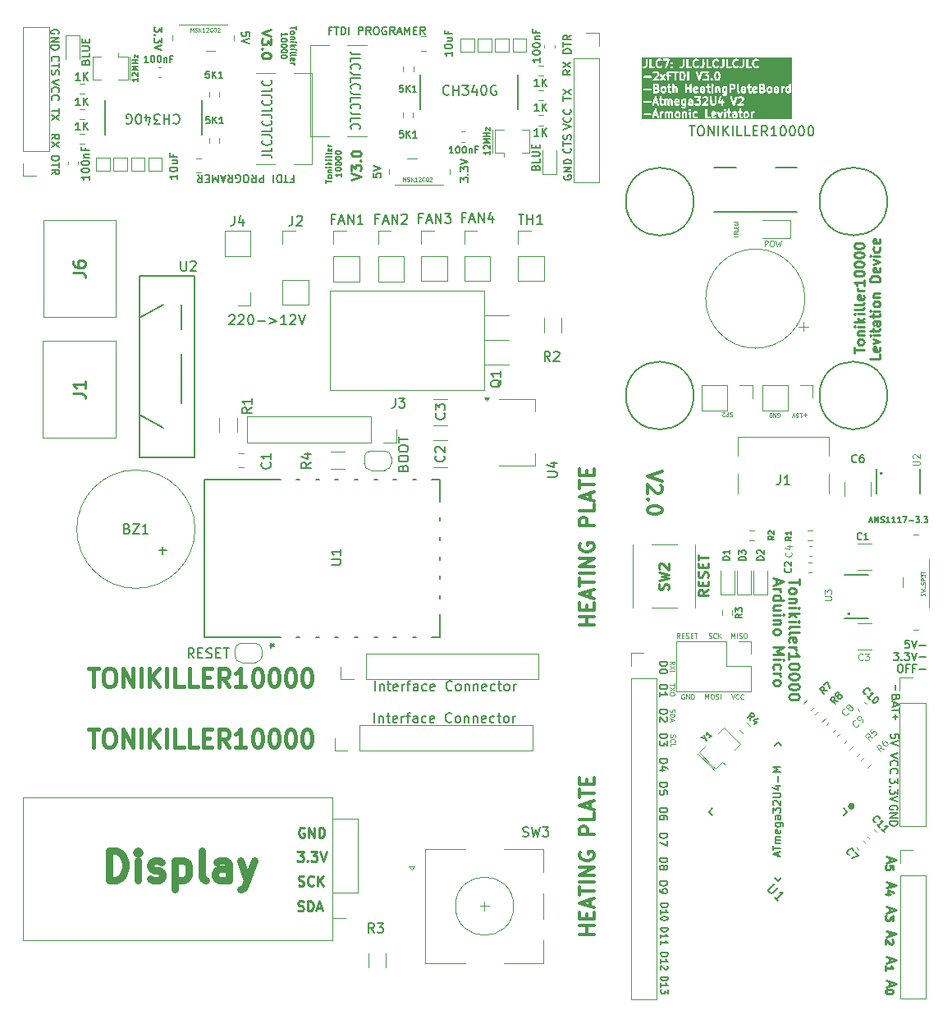
<source format=gbr>
%TF.GenerationSoftware,KiCad,Pcbnew,8.0.3*%
%TF.CreationDate,2024-09-09T16:29:24+03:00*%
%TF.ProjectId,JLC7,4a4c4337-2e6b-4696-9361-645f70636258,rev?*%
%TF.SameCoordinates,Original*%
%TF.FileFunction,Legend,Top*%
%TF.FilePolarity,Positive*%
%FSLAX46Y46*%
G04 Gerber Fmt 4.6, Leading zero omitted, Abs format (unit mm)*
G04 Created by KiCad (PCBNEW 8.0.3) date 2024-09-09 16:29:24*
%MOMM*%
%LPD*%
G01*
G04 APERTURE LIST*
%ADD10C,0.100000*%
%ADD11C,0.200000*%
%ADD12C,0.375000*%
%ADD13C,0.240000*%
%ADD14C,0.150000*%
%ADD15C,0.125000*%
%ADD16C,0.250000*%
%ADD17C,0.160000*%
%ADD18C,0.275000*%
%ADD19C,0.175000*%
%ADD20C,0.450000*%
%ADD21C,0.750000*%
%ADD22C,0.254000*%
%ADD23C,0.120000*%
%ADD24C,0.130000*%
%ADD25C,0.152400*%
%ADD26C,0.127000*%
G04 APERTURE END LIST*
D10*
X58326320Y-128006180D02*
X90231320Y-128006180D01*
X90231320Y-142756180D01*
X58326320Y-142756180D01*
X58326320Y-128006180D01*
D11*
X127500000Y-86612500D02*
G75*
G02*
X120500000Y-86612500I-3500000J0D01*
G01*
X120500000Y-86612500D02*
G75*
G02*
X127500000Y-86612500I3500000J0D01*
G01*
D12*
X143952500Y-128962506D02*
G75*
G02*
X143577500Y-128962506I-187500J0D01*
G01*
X143577500Y-128962506D02*
G75*
G02*
X143952500Y-128962506I187500J0D01*
G01*
D11*
X147480000Y-66602500D02*
G75*
G02*
X140480000Y-66602500I-3500000J0D01*
G01*
X140480000Y-66602500D02*
G75*
G02*
X147480000Y-66602500I3500000J0D01*
G01*
X127500000Y-66612500D02*
G75*
G02*
X120500000Y-66612500I-3500000J0D01*
G01*
X120500000Y-66612500D02*
G75*
G02*
X127500000Y-66612500I3500000J0D01*
G01*
X147480000Y-86602500D02*
G75*
G02*
X140480000Y-86602500I-3500000J0D01*
G01*
X140480000Y-86602500D02*
G75*
G02*
X147480000Y-86602500I3500000J0D01*
G01*
X123975304Y-114042030D02*
X124775304Y-114042030D01*
X124775304Y-114042030D02*
X124775304Y-114232506D01*
X124775304Y-114232506D02*
X124737209Y-114346792D01*
X124737209Y-114346792D02*
X124661019Y-114422982D01*
X124661019Y-114422982D02*
X124584828Y-114461077D01*
X124584828Y-114461077D02*
X124432447Y-114499173D01*
X124432447Y-114499173D02*
X124318161Y-114499173D01*
X124318161Y-114499173D02*
X124165780Y-114461077D01*
X124165780Y-114461077D02*
X124089590Y-114422982D01*
X124089590Y-114422982D02*
X124013400Y-114346792D01*
X124013400Y-114346792D02*
X123975304Y-114232506D01*
X123975304Y-114232506D02*
X123975304Y-114042030D01*
X124775304Y-114994411D02*
X124775304Y-115070601D01*
X124775304Y-115070601D02*
X124737209Y-115146792D01*
X124737209Y-115146792D02*
X124699114Y-115184887D01*
X124699114Y-115184887D02*
X124622923Y-115222982D01*
X124622923Y-115222982D02*
X124470542Y-115261077D01*
X124470542Y-115261077D02*
X124280066Y-115261077D01*
X124280066Y-115261077D02*
X124127685Y-115222982D01*
X124127685Y-115222982D02*
X124051495Y-115184887D01*
X124051495Y-115184887D02*
X124013400Y-115146792D01*
X124013400Y-115146792D02*
X123975304Y-115070601D01*
X123975304Y-115070601D02*
X123975304Y-114994411D01*
X123975304Y-114994411D02*
X124013400Y-114918220D01*
X124013400Y-114918220D02*
X124051495Y-114880125D01*
X124051495Y-114880125D02*
X124127685Y-114842030D01*
X124127685Y-114842030D02*
X124280066Y-114803934D01*
X124280066Y-114803934D02*
X124470542Y-114803934D01*
X124470542Y-114803934D02*
X124622923Y-114842030D01*
X124622923Y-114842030D02*
X124699114Y-114880125D01*
X124699114Y-114880125D02*
X124737209Y-114918220D01*
X124737209Y-114918220D02*
X124775304Y-114994411D01*
G36*
X125908943Y-57503913D02*
G01*
X125925077Y-57519224D01*
X125946267Y-57559730D01*
X125947670Y-57740924D01*
X125928048Y-57782036D01*
X125912738Y-57798171D01*
X125871953Y-57819507D01*
X125804713Y-57820472D01*
X125764210Y-57801142D01*
X125748078Y-57785832D01*
X125726886Y-57745325D01*
X125725483Y-57564131D01*
X125745105Y-57523020D01*
X125760417Y-57506884D01*
X125801200Y-57485548D01*
X125868441Y-57484583D01*
X125908943Y-57503913D01*
G37*
G36*
X129666659Y-57497369D02*
G01*
X129496866Y-57532160D01*
X129496830Y-57526207D01*
X129510147Y-57498307D01*
X129534399Y-57485619D01*
X129639578Y-57484443D01*
X129666659Y-57497369D01*
G37*
G36*
X131814166Y-57819400D02*
G01*
X131671859Y-57820701D01*
X131644261Y-57807529D01*
X131631373Y-57782894D01*
X131630782Y-57753482D01*
X131643480Y-57726879D01*
X131667648Y-57714235D01*
X131813699Y-57712899D01*
X131814166Y-57819400D01*
G37*
G36*
X132994658Y-57503913D02*
G01*
X133010792Y-57519224D01*
X133031982Y-57559730D01*
X133033385Y-57740924D01*
X133013763Y-57782036D01*
X132998453Y-57798171D01*
X132957668Y-57819507D01*
X132890428Y-57820472D01*
X132849925Y-57801142D01*
X132833793Y-57785832D01*
X132812601Y-57745325D01*
X132811198Y-57564131D01*
X132830820Y-57523020D01*
X132846132Y-57506884D01*
X132886915Y-57485548D01*
X132954156Y-57484583D01*
X132994658Y-57503913D01*
G37*
G36*
X123622954Y-57591282D02*
G01*
X123516900Y-57591790D01*
X123569618Y-57432454D01*
X123622954Y-57591282D01*
G37*
G36*
X126555911Y-56197466D02*
G01*
X126556873Y-56531492D01*
X126452623Y-56532657D01*
X126411829Y-56513187D01*
X126395697Y-56497877D01*
X126374505Y-56457370D01*
X126373102Y-56276176D01*
X126392724Y-56235065D01*
X126408036Y-56218929D01*
X126448684Y-56197664D01*
X126553863Y-56196488D01*
X126555911Y-56197466D01*
G37*
G36*
X125857135Y-56209414D02*
G01*
X125687342Y-56244205D01*
X125687306Y-56238252D01*
X125700623Y-56210352D01*
X125724875Y-56197664D01*
X125830054Y-56196488D01*
X125857135Y-56209414D01*
G37*
G36*
X127280833Y-56531445D02*
G01*
X127138526Y-56532746D01*
X127110928Y-56519574D01*
X127098040Y-56494939D01*
X127097449Y-56465527D01*
X127110147Y-56438924D01*
X127134315Y-56426280D01*
X127280366Y-56424944D01*
X127280833Y-56531445D01*
G37*
G36*
X123622954Y-56303327D02*
G01*
X123516900Y-56303835D01*
X123569618Y-56144499D01*
X123622954Y-56303327D01*
G37*
G36*
X130784484Y-54909511D02*
G01*
X130785446Y-55243537D01*
X130681196Y-55244702D01*
X130640402Y-55225232D01*
X130624270Y-55209922D01*
X130603078Y-55169415D01*
X130601675Y-54988221D01*
X130621297Y-54947110D01*
X130636609Y-54930974D01*
X130677257Y-54909709D01*
X130782436Y-54908533D01*
X130784484Y-54909511D01*
G37*
G36*
X123743601Y-55048065D02*
G01*
X123753648Y-55057600D01*
X123774985Y-55098384D01*
X123775950Y-55165625D01*
X123756620Y-55206126D01*
X123741309Y-55222261D01*
X123700879Y-55243411D01*
X123517298Y-55244499D01*
X123516780Y-55023570D01*
X123663513Y-55022585D01*
X123743601Y-55048065D01*
G37*
G36*
X123699418Y-54661336D02*
G01*
X123715553Y-54676647D01*
X123737018Y-54717679D01*
X123737609Y-54747092D01*
X123718524Y-54787080D01*
X123703216Y-54803212D01*
X123662751Y-54824380D01*
X123516315Y-54825363D01*
X123515887Y-54642624D01*
X123658209Y-54641669D01*
X123699418Y-54661336D01*
G37*
G36*
X124461324Y-54928003D02*
G01*
X124477458Y-54943314D01*
X124498648Y-54983820D01*
X124500051Y-55165014D01*
X124480429Y-55206126D01*
X124465119Y-55222261D01*
X124424334Y-55243597D01*
X124357094Y-55244562D01*
X124316591Y-55225232D01*
X124300459Y-55209922D01*
X124279267Y-55169415D01*
X124277864Y-54988221D01*
X124297486Y-54947110D01*
X124312798Y-54930974D01*
X124353581Y-54909638D01*
X124420822Y-54908673D01*
X124461324Y-54928003D01*
G37*
G36*
X127799993Y-54921459D02*
G01*
X127630200Y-54956250D01*
X127630164Y-54950297D01*
X127643481Y-54922397D01*
X127667733Y-54909709D01*
X127772912Y-54908533D01*
X127799993Y-54921459D01*
G37*
G36*
X128499881Y-55243490D02*
G01*
X128357574Y-55244791D01*
X128329976Y-55231619D01*
X128317088Y-55206984D01*
X128316497Y-55177572D01*
X128329195Y-55150969D01*
X128353363Y-55138325D01*
X128499414Y-55136989D01*
X128499881Y-55243490D01*
G37*
G36*
X132728454Y-55243490D02*
G01*
X132586147Y-55244791D01*
X132558549Y-55231619D01*
X132545661Y-55206984D01*
X132545070Y-55177572D01*
X132557768Y-55150969D01*
X132581936Y-55138325D01*
X132727987Y-55136989D01*
X132728454Y-55243490D01*
G37*
G36*
X133895233Y-54921459D02*
G01*
X133725440Y-54956250D01*
X133725404Y-54950297D01*
X133738721Y-54922397D01*
X133762973Y-54909709D01*
X133868152Y-54908533D01*
X133895233Y-54921459D01*
G37*
G36*
X134676937Y-55048065D02*
G01*
X134686984Y-55057600D01*
X134708321Y-55098384D01*
X134709286Y-55165625D01*
X134689956Y-55206126D01*
X134674645Y-55222261D01*
X134634215Y-55243411D01*
X134450634Y-55244499D01*
X134450116Y-55023570D01*
X134596849Y-55022585D01*
X134676937Y-55048065D01*
G37*
G36*
X134632754Y-54661336D02*
G01*
X134648889Y-54676647D01*
X134670354Y-54717679D01*
X134670945Y-54747092D01*
X134651860Y-54787080D01*
X134636552Y-54803212D01*
X134596087Y-54824380D01*
X134449651Y-54825363D01*
X134449223Y-54642624D01*
X134591545Y-54641669D01*
X134632754Y-54661336D01*
G37*
G36*
X135394660Y-54928003D02*
G01*
X135410794Y-54943314D01*
X135431984Y-54983820D01*
X135433387Y-55165014D01*
X135413765Y-55206126D01*
X135398455Y-55222261D01*
X135357670Y-55243597D01*
X135290430Y-55244562D01*
X135249927Y-55225232D01*
X135233795Y-55209922D01*
X135212603Y-55169415D01*
X135211200Y-54988221D01*
X135230822Y-54947110D01*
X135246134Y-54930974D01*
X135286917Y-54909638D01*
X135354158Y-54908673D01*
X135394660Y-54928003D01*
G37*
G36*
X136118931Y-55243490D02*
G01*
X135976624Y-55244791D01*
X135949026Y-55231619D01*
X135936138Y-55206984D01*
X135935547Y-55177572D01*
X135948245Y-55150969D01*
X135972413Y-55138325D01*
X136118464Y-55136989D01*
X136118931Y-55243490D01*
G37*
G36*
X137337440Y-54909784D02*
G01*
X137338222Y-55243532D01*
X137233579Y-55244702D01*
X137192785Y-55225232D01*
X137176653Y-55209922D01*
X137155461Y-55169415D01*
X137154058Y-54988221D01*
X137173680Y-54947110D01*
X137188992Y-54930974D01*
X137229640Y-54909709D01*
X137334819Y-54908533D01*
X137337440Y-54909784D01*
G37*
G36*
X131585135Y-54661337D02*
G01*
X131601269Y-54676648D01*
X131622606Y-54717433D01*
X131623571Y-54784670D01*
X131604240Y-54825176D01*
X131588932Y-54841307D01*
X131548500Y-54862458D01*
X131364026Y-54863551D01*
X131363508Y-54642702D01*
X131543852Y-54641633D01*
X131585135Y-54661337D01*
G37*
G36*
X126371657Y-53378994D02*
G01*
X126419695Y-53425603D01*
X126445697Y-53475306D01*
X126479527Y-53604629D01*
X126480823Y-53694916D01*
X126450030Y-53824042D01*
X126423486Y-53879657D01*
X126375205Y-53929418D01*
X126300565Y-53955441D01*
X126222059Y-53956159D01*
X126220649Y-53354430D01*
X126292384Y-53353773D01*
X126371657Y-53378994D01*
G37*
G36*
X129985132Y-53373381D02*
G01*
X130001267Y-53388692D01*
X130026649Y-53437212D01*
X130060443Y-53566400D01*
X130061960Y-53732231D01*
X130030982Y-53862137D01*
X130004238Y-53918171D01*
X129988928Y-53934306D01*
X129947896Y-53955771D01*
X129918483Y-53956362D01*
X129878495Y-53937277D01*
X129862364Y-53921968D01*
X129836980Y-53873446D01*
X129803185Y-53744257D01*
X129801668Y-53578428D01*
X129832647Y-53448522D01*
X129859390Y-53392488D01*
X129874701Y-53376353D01*
X129915733Y-53354888D01*
X129945146Y-53354297D01*
X129985132Y-53373381D01*
G37*
G36*
X137636581Y-58119195D02*
G01*
X122152784Y-58119195D01*
X122152784Y-57906688D01*
X123204029Y-57906688D01*
X123206795Y-57945608D01*
X123224245Y-57980506D01*
X123253721Y-58006072D01*
X123290737Y-58018410D01*
X123329657Y-58015644D01*
X123364555Y-57998194D01*
X123390121Y-57968718D01*
X123398112Y-57950818D01*
X123451228Y-57790278D01*
X123689395Y-57789136D01*
X123749700Y-57968718D01*
X123775265Y-57998195D01*
X123810164Y-58015644D01*
X123849084Y-58018410D01*
X123886100Y-58006072D01*
X123915576Y-57980507D01*
X123933026Y-57945608D01*
X123935792Y-57906688D01*
X123931445Y-57887572D01*
X123762967Y-57385861D01*
X124003244Y-57385861D01*
X124005165Y-57938704D01*
X124020097Y-57974752D01*
X124047687Y-58002342D01*
X124083735Y-58017274D01*
X124122753Y-58017274D01*
X124158801Y-58002342D01*
X124186391Y-57974752D01*
X124201323Y-57938704D01*
X124203244Y-57919195D01*
X124202007Y-57563433D01*
X124221296Y-57523019D01*
X124236607Y-57506885D01*
X124277639Y-57485419D01*
X124351324Y-57483940D01*
X124387372Y-57469008D01*
X124414962Y-57441418D01*
X124429894Y-57405370D01*
X124429894Y-57385861D01*
X124498482Y-57385861D01*
X124500403Y-57938704D01*
X124515335Y-57974752D01*
X124542925Y-58002342D01*
X124578973Y-58017274D01*
X124617991Y-58017274D01*
X124654039Y-58002342D01*
X124681629Y-57974752D01*
X124696561Y-57938704D01*
X124698482Y-57919195D01*
X124697043Y-57505162D01*
X124734533Y-57485548D01*
X124801774Y-57484583D01*
X124828892Y-57497526D01*
X124841432Y-57521495D01*
X124843260Y-57938704D01*
X124858192Y-57974752D01*
X124885782Y-58002342D01*
X124921830Y-58017274D01*
X124960848Y-58017274D01*
X124996896Y-58002342D01*
X125024486Y-57974752D01*
X125039418Y-57938704D01*
X125041339Y-57919195D01*
X125039618Y-57526353D01*
X125053004Y-57498307D01*
X125077392Y-57485548D01*
X125144631Y-57484583D01*
X125171749Y-57497526D01*
X125184289Y-57521495D01*
X125186117Y-57938704D01*
X125201049Y-57974752D01*
X125228639Y-58002342D01*
X125264687Y-58017274D01*
X125303705Y-58017274D01*
X125339753Y-58002342D01*
X125367343Y-57974752D01*
X125382275Y-57938704D01*
X125384196Y-57919195D01*
X125382527Y-57538242D01*
X125527053Y-57538242D01*
X125528705Y-57751704D01*
X125527838Y-57754308D01*
X125528834Y-57768332D01*
X125528974Y-57786323D01*
X125530349Y-57789642D01*
X125530604Y-57793228D01*
X125537611Y-57811536D01*
X125577676Y-57888119D01*
X125582001Y-57898560D01*
X125585139Y-57902384D01*
X125586150Y-57904316D01*
X125588143Y-57906044D01*
X125594437Y-57913714D01*
X125635495Y-57952678D01*
X125641932Y-57960100D01*
X125646042Y-57962687D01*
X125647685Y-57964246D01*
X125650123Y-57965256D01*
X125658523Y-57970543D01*
X125722714Y-58001179D01*
X125723877Y-58002342D01*
X125733513Y-58006333D01*
X125753021Y-58015644D01*
X125756604Y-58015898D01*
X125759925Y-58017274D01*
X125779434Y-58019195D01*
X125879266Y-58017761D01*
X125881212Y-58018410D01*
X125893137Y-58017562D01*
X125913229Y-58017274D01*
X125916549Y-58015898D01*
X125920132Y-58015644D01*
X125938441Y-58008638D01*
X126015029Y-57968570D01*
X126025469Y-57964247D01*
X126029291Y-57961110D01*
X126031222Y-57960100D01*
X126032951Y-57958106D01*
X126040623Y-57951810D01*
X126079583Y-57910753D01*
X126087006Y-57904316D01*
X126089594Y-57900203D01*
X126091154Y-57898560D01*
X126092164Y-57896121D01*
X126097449Y-57887725D01*
X126128085Y-57823533D01*
X126129248Y-57822371D01*
X126133239Y-57812734D01*
X126142550Y-57793227D01*
X126142804Y-57789643D01*
X126144180Y-57786323D01*
X126146101Y-57766814D01*
X126144448Y-57553352D01*
X126145316Y-57550749D01*
X126144319Y-57536724D01*
X126144180Y-57518733D01*
X126142804Y-57515412D01*
X126142550Y-57511829D01*
X126135544Y-57493521D01*
X126095474Y-57416927D01*
X126091153Y-57406494D01*
X126088017Y-57402674D01*
X126087006Y-57400740D01*
X126085008Y-57399007D01*
X126078716Y-57391341D01*
X126072941Y-57385861D01*
X126288959Y-57385861D01*
X126290880Y-57938704D01*
X126305812Y-57974752D01*
X126333402Y-58002342D01*
X126369450Y-58017274D01*
X126408468Y-58017274D01*
X126444516Y-58002342D01*
X126472106Y-57974752D01*
X126487038Y-57938704D01*
X126488959Y-57919195D01*
X126487520Y-57505162D01*
X126525010Y-57485548D01*
X126592251Y-57484583D01*
X126619369Y-57497526D01*
X126631909Y-57521495D01*
X126633737Y-57938704D01*
X126648669Y-57974752D01*
X126676259Y-58002342D01*
X126712307Y-58017274D01*
X126751325Y-58017274D01*
X126787373Y-58002342D01*
X126814963Y-57974752D01*
X126829895Y-57938704D01*
X126831816Y-57919195D01*
X126830048Y-57515602D01*
X126831031Y-57512654D01*
X126829969Y-57497722D01*
X126829895Y-57480638D01*
X126828519Y-57477317D01*
X126828265Y-57473734D01*
X126821259Y-57455426D01*
X126783597Y-57383436D01*
X126780597Y-57374434D01*
X126776290Y-57369468D01*
X126772721Y-57362645D01*
X126763248Y-57354429D01*
X126755033Y-57344957D01*
X126745158Y-57338740D01*
X126743244Y-57337081D01*
X126741707Y-57336568D01*
X126738443Y-57334514D01*
X126674249Y-57303876D01*
X126673087Y-57302714D01*
X126663450Y-57298722D01*
X126643943Y-57289412D01*
X126640359Y-57289157D01*
X126637039Y-57287782D01*
X126617530Y-57285861D01*
X126517695Y-57287294D01*
X126515750Y-57286646D01*
X126503824Y-57287493D01*
X126483735Y-57287782D01*
X126480415Y-57289157D01*
X126476830Y-57289412D01*
X126458521Y-57296419D01*
X126445193Y-57303391D01*
X126444516Y-57302714D01*
X126408468Y-57287782D01*
X126369450Y-57287782D01*
X126333402Y-57302714D01*
X126305812Y-57330304D01*
X126290880Y-57366352D01*
X126288959Y-57385861D01*
X126072941Y-57385861D01*
X126037662Y-57352382D01*
X126031223Y-57344957D01*
X126027109Y-57342367D01*
X126025468Y-57340810D01*
X126023031Y-57339800D01*
X126014633Y-57334514D01*
X125950439Y-57303876D01*
X125949277Y-57302714D01*
X125939640Y-57298722D01*
X125920133Y-57289412D01*
X125916549Y-57289157D01*
X125913229Y-57287782D01*
X125893720Y-57285861D01*
X125793885Y-57287294D01*
X125791940Y-57286646D01*
X125780014Y-57287493D01*
X125759925Y-57287782D01*
X125756605Y-57289157D01*
X125753020Y-57289412D01*
X125734711Y-57296419D01*
X125658125Y-57336486D01*
X125647686Y-57340810D01*
X125643863Y-57343947D01*
X125641932Y-57344958D01*
X125640202Y-57346952D01*
X125632533Y-57353247D01*
X125593570Y-57394304D01*
X125586150Y-57400740D01*
X125583562Y-57404850D01*
X125582002Y-57406495D01*
X125580990Y-57408935D01*
X125575707Y-57417330D01*
X125545068Y-57481522D01*
X125543906Y-57482685D01*
X125539914Y-57492320D01*
X125530604Y-57511828D01*
X125530349Y-57515413D01*
X125528974Y-57518733D01*
X125527053Y-57538242D01*
X125382527Y-57538242D01*
X125382428Y-57515602D01*
X125383411Y-57512654D01*
X125382349Y-57497722D01*
X125382275Y-57480638D01*
X125380899Y-57477317D01*
X125380645Y-57473734D01*
X125373639Y-57455426D01*
X125335977Y-57383436D01*
X125332977Y-57374434D01*
X125328670Y-57369468D01*
X125325101Y-57362645D01*
X125315628Y-57354429D01*
X125307413Y-57344957D01*
X125297538Y-57338740D01*
X125295624Y-57337081D01*
X125294087Y-57336568D01*
X125290823Y-57334514D01*
X125226629Y-57303876D01*
X125225467Y-57302714D01*
X125215830Y-57298722D01*
X125196323Y-57289412D01*
X125192739Y-57289157D01*
X125189419Y-57287782D01*
X125169910Y-57285861D01*
X125070076Y-57287294D01*
X125068131Y-57286646D01*
X125056205Y-57287493D01*
X125036116Y-57287782D01*
X125032796Y-57289157D01*
X125029211Y-57289412D01*
X125010903Y-57296419D01*
X124942798Y-57332047D01*
X124883772Y-57303876D01*
X124882610Y-57302714D01*
X124872973Y-57298722D01*
X124853466Y-57289412D01*
X124849882Y-57289157D01*
X124846562Y-57287782D01*
X124827053Y-57285861D01*
X124727218Y-57287294D01*
X124725273Y-57286646D01*
X124713347Y-57287493D01*
X124693258Y-57287782D01*
X124689938Y-57289157D01*
X124686353Y-57289412D01*
X124668044Y-57296419D01*
X124654716Y-57303391D01*
X124654039Y-57302714D01*
X124617991Y-57287782D01*
X124578973Y-57287782D01*
X124542925Y-57302714D01*
X124515335Y-57330304D01*
X124500403Y-57366352D01*
X124498482Y-57385861D01*
X124429894Y-57385861D01*
X124429894Y-57366352D01*
X124414962Y-57330304D01*
X124387372Y-57302714D01*
X124351324Y-57287782D01*
X124331815Y-57285861D01*
X124269526Y-57287111D01*
X124268131Y-57286646D01*
X124258456Y-57287333D01*
X124236116Y-57287782D01*
X124232796Y-57289157D01*
X124229211Y-57289412D01*
X124210903Y-57296419D01*
X124172563Y-57316476D01*
X124158801Y-57302714D01*
X124122753Y-57287782D01*
X124083735Y-57287782D01*
X124047687Y-57302714D01*
X124020097Y-57330304D01*
X124005165Y-57366352D01*
X124003244Y-57385861D01*
X123762967Y-57385861D01*
X123679660Y-57137782D01*
X126976594Y-57137782D01*
X126976594Y-57157290D01*
X126976594Y-57176798D01*
X126976595Y-57176800D01*
X126991526Y-57212848D01*
X127003963Y-57228002D01*
X127057213Y-57278533D01*
X127074905Y-57285861D01*
X127086401Y-57290623D01*
X127057212Y-57302714D01*
X127029622Y-57330304D01*
X127014690Y-57366352D01*
X127012769Y-57385861D01*
X127014690Y-57938704D01*
X127029622Y-57974752D01*
X127057212Y-58002342D01*
X127093260Y-58017274D01*
X127132278Y-58017274D01*
X127168326Y-58002342D01*
X127195916Y-57974752D01*
X127210848Y-57938704D01*
X127212769Y-57919195D01*
X127211445Y-57538242D01*
X127355625Y-57538242D01*
X127357277Y-57751704D01*
X127356410Y-57754308D01*
X127357406Y-57768332D01*
X127357546Y-57786323D01*
X127358921Y-57789642D01*
X127359176Y-57793228D01*
X127366183Y-57811536D01*
X127406248Y-57888119D01*
X127410573Y-57898560D01*
X127413711Y-57902384D01*
X127414722Y-57904316D01*
X127416715Y-57906044D01*
X127423009Y-57913714D01*
X127464067Y-57952678D01*
X127470504Y-57960100D01*
X127474614Y-57962687D01*
X127476257Y-57964246D01*
X127478695Y-57965256D01*
X127487095Y-57970543D01*
X127551286Y-58001179D01*
X127552449Y-58002342D01*
X127562085Y-58006333D01*
X127581593Y-58015644D01*
X127585176Y-58015898D01*
X127588497Y-58017274D01*
X127608006Y-58019195D01*
X127745620Y-58017657D01*
X127747879Y-58018410D01*
X127760871Y-58017486D01*
X127779896Y-58017274D01*
X127783216Y-58015898D01*
X127786799Y-58015644D01*
X127805108Y-58008638D01*
X127897889Y-57960100D01*
X127923454Y-57930624D01*
X127935793Y-57893608D01*
X127933027Y-57854688D01*
X127915578Y-57819789D01*
X127886102Y-57794224D01*
X127849086Y-57781885D01*
X127810166Y-57784651D01*
X127791857Y-57791657D01*
X127738755Y-57819436D01*
X127633576Y-57820612D01*
X127592782Y-57801142D01*
X127576650Y-57785832D01*
X127555458Y-57745325D01*
X127554055Y-57564131D01*
X127573677Y-57523020D01*
X127588989Y-57506884D01*
X127629637Y-57485619D01*
X127734816Y-57484443D01*
X127810164Y-57520406D01*
X127849084Y-57523172D01*
X127886100Y-57510833D01*
X127915577Y-57485269D01*
X127933027Y-57450370D01*
X127935793Y-57411450D01*
X127923454Y-57374434D01*
X127897890Y-57344957D01*
X127881300Y-57334514D01*
X127817106Y-57303876D01*
X127815944Y-57302714D01*
X127806307Y-57298722D01*
X127786800Y-57289412D01*
X127783216Y-57289157D01*
X127779896Y-57287782D01*
X127760387Y-57285861D01*
X127622770Y-57287398D01*
X127620512Y-57286646D01*
X127607518Y-57287569D01*
X127588497Y-57287782D01*
X127585177Y-57289157D01*
X127581592Y-57289412D01*
X127563283Y-57296419D01*
X127486697Y-57336486D01*
X127476258Y-57340810D01*
X127472435Y-57343947D01*
X127470504Y-57344958D01*
X127468774Y-57346952D01*
X127461105Y-57353247D01*
X127422142Y-57394304D01*
X127414722Y-57400740D01*
X127412134Y-57404850D01*
X127410574Y-57406495D01*
X127409562Y-57408935D01*
X127404279Y-57417330D01*
X127373640Y-57481522D01*
X127372478Y-57482685D01*
X127368486Y-57492320D01*
X127359176Y-57511828D01*
X127358921Y-57515413D01*
X127357546Y-57518733D01*
X127355625Y-57538242D01*
X127211445Y-57538242D01*
X127210848Y-57366352D01*
X127195916Y-57330304D01*
X127168326Y-57302714D01*
X127139136Y-57290623D01*
X127168326Y-57278532D01*
X127168327Y-57278531D01*
X127183480Y-57266096D01*
X127234011Y-57212848D01*
X127248942Y-57176799D01*
X127248942Y-57137781D01*
X127241244Y-57119195D01*
X128688959Y-57119195D01*
X128690880Y-57938704D01*
X128705812Y-57974752D01*
X128733402Y-58002342D01*
X128769450Y-58017274D01*
X128788959Y-58019195D01*
X129189420Y-58017274D01*
X129225468Y-58002342D01*
X129253058Y-57974752D01*
X129267990Y-57938704D01*
X129267990Y-57899686D01*
X129253058Y-57863638D01*
X129225468Y-57836048D01*
X129189420Y-57821116D01*
X129169911Y-57819195D01*
X128888727Y-57820543D01*
X128887976Y-57500147D01*
X129298482Y-57500147D01*
X129299359Y-57648199D01*
X129298482Y-57652633D01*
X129299412Y-57657287D01*
X129300196Y-57789612D01*
X129299267Y-57792402D01*
X129300299Y-57806928D01*
X129300403Y-57824418D01*
X129301778Y-57827738D01*
X129302033Y-57831322D01*
X129309040Y-57849631D01*
X129346701Y-57921620D01*
X129349702Y-57930623D01*
X129354008Y-57935588D01*
X129357578Y-57942412D01*
X129367050Y-57950627D01*
X129375266Y-57960100D01*
X129385139Y-57966314D01*
X129387055Y-57967976D01*
X129388593Y-57968488D01*
X129391857Y-57970543D01*
X129456048Y-58001179D01*
X129457211Y-58002342D01*
X129466847Y-58006333D01*
X129486355Y-58015644D01*
X129489938Y-58015898D01*
X129493259Y-58017274D01*
X129512768Y-58019195D01*
X129650382Y-58017657D01*
X129652641Y-58018410D01*
X129665633Y-58017486D01*
X129684658Y-58017274D01*
X129687978Y-58015898D01*
X129691561Y-58015644D01*
X129709870Y-58008638D01*
X129802651Y-57960100D01*
X129828216Y-57930624D01*
X129840555Y-57893608D01*
X129837789Y-57854688D01*
X129820340Y-57819789D01*
X129790864Y-57794224D01*
X129753848Y-57781885D01*
X129714928Y-57784651D01*
X129696619Y-57791657D01*
X129643517Y-57819436D01*
X129538338Y-57820612D01*
X129510928Y-57807529D01*
X129498355Y-57783496D01*
X129498063Y-57734200D01*
X129789830Y-57674417D01*
X129798944Y-57674417D01*
X129807865Y-57670721D01*
X129817800Y-57668686D01*
X129825940Y-57663234D01*
X129834992Y-57659485D01*
X129841993Y-57652483D01*
X129850219Y-57646975D01*
X129855653Y-57638823D01*
X129862582Y-57631895D01*
X129866371Y-57622747D01*
X129871863Y-57614510D01*
X129873764Y-57604899D01*
X129877514Y-57595847D01*
X129879435Y-57576338D01*
X129879433Y-57576242D01*
X129879435Y-57576233D01*
X129879432Y-57576221D01*
X129878184Y-57514049D01*
X129878650Y-57512654D01*
X129877962Y-57502979D01*
X129877514Y-57480638D01*
X129876138Y-57477317D01*
X129875884Y-57473734D01*
X129868878Y-57455426D01*
X129840131Y-57400476D01*
X129947174Y-57400476D01*
X129951927Y-57419495D01*
X130139357Y-57938920D01*
X130139588Y-57943550D01*
X130145634Y-57956315D01*
X130150773Y-57970555D01*
X130154143Y-57974277D01*
X130156291Y-57978812D01*
X130167137Y-57988630D01*
X130176960Y-57999481D01*
X130181496Y-58001629D01*
X130185217Y-58004998D01*
X130198998Y-58009920D01*
X130212222Y-58016184D01*
X130217233Y-58016433D01*
X130221962Y-58018122D01*
X130236577Y-58017395D01*
X130251192Y-58018122D01*
X130255920Y-58016433D01*
X130260932Y-58016184D01*
X130274150Y-58009922D01*
X130287937Y-58004999D01*
X130291659Y-58001628D01*
X130296194Y-57999481D01*
X130306012Y-57988634D01*
X130316863Y-57978812D01*
X130319011Y-57974275D01*
X130322380Y-57970555D01*
X130330751Y-57952829D01*
X130525981Y-57400476D01*
X130524043Y-57361506D01*
X130507340Y-57326244D01*
X130478414Y-57300058D01*
X130441669Y-57286935D01*
X130402699Y-57288872D01*
X130367437Y-57305576D01*
X130341250Y-57334501D01*
X130332880Y-57352228D01*
X130236597Y-57624634D01*
X130131905Y-57334501D01*
X130105718Y-57305575D01*
X130070456Y-57288872D01*
X130031486Y-57286934D01*
X129994741Y-57300057D01*
X129965815Y-57326244D01*
X129949112Y-57361506D01*
X129947174Y-57400476D01*
X129840131Y-57400476D01*
X129831216Y-57383436D01*
X129828216Y-57374434D01*
X129823909Y-57369468D01*
X129820340Y-57362645D01*
X129810867Y-57354429D01*
X129802652Y-57344957D01*
X129792777Y-57338740D01*
X129790863Y-57337081D01*
X129789326Y-57336568D01*
X129786062Y-57334514D01*
X129721868Y-57303876D01*
X129720706Y-57302714D01*
X129711069Y-57298722D01*
X129691562Y-57289412D01*
X129687978Y-57289157D01*
X129684658Y-57287782D01*
X129665149Y-57285861D01*
X129527532Y-57287398D01*
X129525274Y-57286646D01*
X129512280Y-57287569D01*
X129493259Y-57287782D01*
X129489939Y-57289157D01*
X129486354Y-57289412D01*
X129468045Y-57296419D01*
X129396058Y-57334080D01*
X129387056Y-57337081D01*
X129382089Y-57341388D01*
X129375266Y-57344958D01*
X129367049Y-57354431D01*
X129357579Y-57362645D01*
X129351365Y-57372515D01*
X129349701Y-57374435D01*
X129349187Y-57375976D01*
X129347136Y-57379235D01*
X129316497Y-57443427D01*
X129315335Y-57444590D01*
X129311343Y-57454225D01*
X129302033Y-57473733D01*
X129301778Y-57477318D01*
X129300403Y-57480638D01*
X129298482Y-57500147D01*
X128887976Y-57500147D01*
X128887127Y-57137782D01*
X130595641Y-57137782D01*
X130595641Y-57157290D01*
X130595641Y-57176798D01*
X130595642Y-57176800D01*
X130610573Y-57212848D01*
X130623010Y-57228002D01*
X130676260Y-57278533D01*
X130693952Y-57285861D01*
X130705448Y-57290623D01*
X130676259Y-57302714D01*
X130648669Y-57330304D01*
X130633737Y-57366352D01*
X130631816Y-57385861D01*
X130633737Y-57938704D01*
X130648669Y-57974752D01*
X130676259Y-58002342D01*
X130712307Y-58017274D01*
X130751325Y-58017274D01*
X130787373Y-58002342D01*
X130814963Y-57974752D01*
X130829895Y-57938704D01*
X130831816Y-57919195D01*
X130829895Y-57366352D01*
X130900403Y-57366352D01*
X130900403Y-57405370D01*
X130915335Y-57441418D01*
X130942925Y-57469008D01*
X130978973Y-57483940D01*
X130998482Y-57485861D01*
X131013766Y-57485770D01*
X131014593Y-57789280D01*
X131013553Y-57792401D01*
X131014643Y-57807746D01*
X131014689Y-57824418D01*
X131016064Y-57827738D01*
X131016319Y-57831321D01*
X131023325Y-57849630D01*
X131060985Y-57921618D01*
X131063987Y-57930623D01*
X131068294Y-57935589D01*
X131071863Y-57942411D01*
X131081334Y-57950625D01*
X131089551Y-57960100D01*
X131099421Y-57966312D01*
X131101339Y-57967976D01*
X131102879Y-57968489D01*
X131106142Y-57970543D01*
X131170333Y-58001179D01*
X131171496Y-58002342D01*
X131181132Y-58006333D01*
X131200640Y-58015644D01*
X131204223Y-58015898D01*
X131207544Y-58017274D01*
X131227053Y-58019195D01*
X131322753Y-58017274D01*
X131358801Y-58002342D01*
X131386391Y-57974752D01*
X131401323Y-57938704D01*
X131401323Y-57899686D01*
X131386391Y-57863638D01*
X131358801Y-57836048D01*
X131322753Y-57821116D01*
X131303244Y-57819195D01*
X131251817Y-57820227D01*
X131225213Y-57807530D01*
X131212710Y-57783628D01*
X131212560Y-57728719D01*
X131431815Y-57728719D01*
X131433065Y-57791006D01*
X131432600Y-57792402D01*
X131433287Y-57802076D01*
X131433736Y-57824418D01*
X131435111Y-57827738D01*
X131435366Y-57831322D01*
X131442373Y-57849631D01*
X131480034Y-57921620D01*
X131483035Y-57930623D01*
X131487341Y-57935588D01*
X131490911Y-57942412D01*
X131500383Y-57950627D01*
X131508599Y-57960100D01*
X131518472Y-57966314D01*
X131520388Y-57967976D01*
X131521926Y-57968488D01*
X131525190Y-57970543D01*
X131589381Y-58001179D01*
X131590544Y-58002342D01*
X131600180Y-58006333D01*
X131619688Y-58015644D01*
X131623271Y-58015898D01*
X131626592Y-58017274D01*
X131646101Y-58019195D01*
X131821607Y-58017589D01*
X131824069Y-58018410D01*
X131837684Y-58017442D01*
X131856086Y-58017274D01*
X131859406Y-58015898D01*
X131862989Y-58015644D01*
X131876678Y-58010405D01*
X131893259Y-58017274D01*
X131932277Y-58017274D01*
X131968325Y-58002342D01*
X131995915Y-57974752D01*
X132010847Y-57938704D01*
X132012768Y-57919195D01*
X132011329Y-57590806D01*
X132011983Y-57588846D01*
X132011277Y-57578918D01*
X132011000Y-57515602D01*
X132011983Y-57512654D01*
X132010921Y-57497722D01*
X132010847Y-57480638D01*
X132009471Y-57477317D01*
X132009217Y-57473734D01*
X132002211Y-57455426D01*
X131964549Y-57383436D01*
X131961549Y-57374434D01*
X131957242Y-57369468D01*
X131955612Y-57366352D01*
X132081356Y-57366352D01*
X132081356Y-57405370D01*
X132096288Y-57441418D01*
X132123878Y-57469008D01*
X132159926Y-57483940D01*
X132179435Y-57485861D01*
X132194719Y-57485770D01*
X132195546Y-57789280D01*
X132194506Y-57792401D01*
X132195596Y-57807746D01*
X132195642Y-57824418D01*
X132197017Y-57827738D01*
X132197272Y-57831321D01*
X132204278Y-57849630D01*
X132241938Y-57921618D01*
X132244940Y-57930623D01*
X132249247Y-57935589D01*
X132252816Y-57942411D01*
X132262287Y-57950625D01*
X132270504Y-57960100D01*
X132280374Y-57966312D01*
X132282292Y-57967976D01*
X132283832Y-57968489D01*
X132287095Y-57970543D01*
X132351286Y-58001179D01*
X132352449Y-58002342D01*
X132362085Y-58006333D01*
X132381593Y-58015644D01*
X132385176Y-58015898D01*
X132388497Y-58017274D01*
X132408006Y-58019195D01*
X132503706Y-58017274D01*
X132539754Y-58002342D01*
X132567344Y-57974752D01*
X132582276Y-57938704D01*
X132582276Y-57899686D01*
X132567344Y-57863638D01*
X132539754Y-57836048D01*
X132503706Y-57821116D01*
X132484197Y-57819195D01*
X132432770Y-57820227D01*
X132406166Y-57807530D01*
X132393663Y-57783628D01*
X132392994Y-57538242D01*
X132612768Y-57538242D01*
X132614420Y-57751704D01*
X132613553Y-57754308D01*
X132614549Y-57768332D01*
X132614689Y-57786323D01*
X132616064Y-57789642D01*
X132616319Y-57793228D01*
X132623326Y-57811536D01*
X132663391Y-57888119D01*
X132667716Y-57898560D01*
X132670854Y-57902384D01*
X132671865Y-57904316D01*
X132673858Y-57906044D01*
X132680152Y-57913714D01*
X132721210Y-57952678D01*
X132727647Y-57960100D01*
X132731757Y-57962687D01*
X132733400Y-57964246D01*
X132735838Y-57965256D01*
X132744238Y-57970543D01*
X132808429Y-58001179D01*
X132809592Y-58002342D01*
X132819228Y-58006333D01*
X132838736Y-58015644D01*
X132842319Y-58015898D01*
X132845640Y-58017274D01*
X132865149Y-58019195D01*
X132964981Y-58017761D01*
X132966927Y-58018410D01*
X132978852Y-58017562D01*
X132998944Y-58017274D01*
X133002264Y-58015898D01*
X133005847Y-58015644D01*
X133024156Y-58008638D01*
X133100744Y-57968570D01*
X133111184Y-57964247D01*
X133115006Y-57961110D01*
X133116937Y-57960100D01*
X133118666Y-57958106D01*
X133126338Y-57951810D01*
X133165298Y-57910753D01*
X133172721Y-57904316D01*
X133175309Y-57900203D01*
X133176869Y-57898560D01*
X133177879Y-57896121D01*
X133183164Y-57887725D01*
X133213800Y-57823533D01*
X133214963Y-57822371D01*
X133218954Y-57812734D01*
X133228265Y-57793227D01*
X133228519Y-57789643D01*
X133229895Y-57786323D01*
X133231816Y-57766814D01*
X133230163Y-57553352D01*
X133231031Y-57550749D01*
X133230034Y-57536724D01*
X133229895Y-57518733D01*
X133228519Y-57515412D01*
X133228265Y-57511829D01*
X133221259Y-57493521D01*
X133181189Y-57416927D01*
X133176868Y-57406494D01*
X133173732Y-57402674D01*
X133172721Y-57400740D01*
X133170723Y-57399007D01*
X133164431Y-57391341D01*
X133158656Y-57385861D01*
X133374674Y-57385861D01*
X133376595Y-57938704D01*
X133391527Y-57974752D01*
X133419117Y-58002342D01*
X133455165Y-58017274D01*
X133494183Y-58017274D01*
X133530231Y-58002342D01*
X133557821Y-57974752D01*
X133572753Y-57938704D01*
X133574674Y-57919195D01*
X133573437Y-57563433D01*
X133592726Y-57523019D01*
X133608037Y-57506885D01*
X133649069Y-57485419D01*
X133722754Y-57483940D01*
X133758802Y-57469008D01*
X133786392Y-57441418D01*
X133801324Y-57405370D01*
X133801324Y-57366352D01*
X133786392Y-57330304D01*
X133758802Y-57302714D01*
X133722754Y-57287782D01*
X133703245Y-57285861D01*
X133640956Y-57287111D01*
X133639561Y-57286646D01*
X133629886Y-57287333D01*
X133607546Y-57287782D01*
X133604226Y-57289157D01*
X133600641Y-57289412D01*
X133582333Y-57296419D01*
X133543993Y-57316476D01*
X133530231Y-57302714D01*
X133494183Y-57287782D01*
X133455165Y-57287782D01*
X133419117Y-57302714D01*
X133391527Y-57330304D01*
X133376595Y-57366352D01*
X133374674Y-57385861D01*
X133158656Y-57385861D01*
X133123377Y-57352382D01*
X133116938Y-57344957D01*
X133112824Y-57342367D01*
X133111183Y-57340810D01*
X133108746Y-57339800D01*
X133100348Y-57334514D01*
X133036154Y-57303876D01*
X133034992Y-57302714D01*
X133025355Y-57298722D01*
X133005848Y-57289412D01*
X133002264Y-57289157D01*
X132998944Y-57287782D01*
X132979435Y-57285861D01*
X132879600Y-57287294D01*
X132877655Y-57286646D01*
X132865729Y-57287493D01*
X132845640Y-57287782D01*
X132842320Y-57289157D01*
X132838735Y-57289412D01*
X132820426Y-57296419D01*
X132743840Y-57336486D01*
X132733401Y-57340810D01*
X132729578Y-57343947D01*
X132727647Y-57344958D01*
X132725917Y-57346952D01*
X132718248Y-57353247D01*
X132679285Y-57394304D01*
X132671865Y-57400740D01*
X132669277Y-57404850D01*
X132667717Y-57406495D01*
X132666705Y-57408935D01*
X132661422Y-57417330D01*
X132630783Y-57481522D01*
X132629621Y-57482685D01*
X132625629Y-57492320D01*
X132616319Y-57511828D01*
X132616064Y-57515413D01*
X132614689Y-57518733D01*
X132612768Y-57538242D01*
X132392994Y-57538242D01*
X132392848Y-57484596D01*
X132503706Y-57483940D01*
X132539754Y-57469008D01*
X132567344Y-57441418D01*
X132582276Y-57405370D01*
X132582276Y-57366352D01*
X132567344Y-57330304D01*
X132539754Y-57302714D01*
X132503706Y-57287782D01*
X132484197Y-57285861D01*
X132392308Y-57286405D01*
X132391800Y-57099686D01*
X132376868Y-57063638D01*
X132349278Y-57036048D01*
X132313230Y-57021116D01*
X132274212Y-57021116D01*
X132238164Y-57036048D01*
X132210574Y-57063638D01*
X132195642Y-57099686D01*
X132193721Y-57119195D01*
X132194179Y-57287579D01*
X132159926Y-57287782D01*
X132123878Y-57302714D01*
X132096288Y-57330304D01*
X132081356Y-57366352D01*
X131955612Y-57366352D01*
X131953673Y-57362645D01*
X131944200Y-57354429D01*
X131935985Y-57344957D01*
X131926110Y-57338740D01*
X131924196Y-57337081D01*
X131922659Y-57336568D01*
X131919395Y-57334514D01*
X131855201Y-57303876D01*
X131854039Y-57302714D01*
X131844402Y-57298722D01*
X131824895Y-57289412D01*
X131821311Y-57289157D01*
X131817991Y-57287782D01*
X131798482Y-57285861D01*
X131660865Y-57287398D01*
X131658607Y-57286646D01*
X131645613Y-57287569D01*
X131626592Y-57287782D01*
X131623272Y-57289157D01*
X131619687Y-57289412D01*
X131601378Y-57296419D01*
X131508599Y-57344958D01*
X131483034Y-57374435D01*
X131470696Y-57411451D01*
X131473462Y-57450371D01*
X131490912Y-57485269D01*
X131520389Y-57510834D01*
X131557405Y-57523172D01*
X131596325Y-57520406D01*
X131614633Y-57513399D01*
X131667732Y-57485619D01*
X131772911Y-57484443D01*
X131800321Y-57497526D01*
X131809297Y-57514682D01*
X131661069Y-57516038D01*
X131658608Y-57515218D01*
X131644992Y-57516185D01*
X131626592Y-57516354D01*
X131623271Y-57517729D01*
X131619688Y-57517984D01*
X131601380Y-57524990D01*
X131529390Y-57562651D01*
X131520388Y-57565652D01*
X131515422Y-57569958D01*
X131508599Y-57573528D01*
X131500383Y-57583000D01*
X131490911Y-57591216D01*
X131484694Y-57601090D01*
X131483035Y-57603005D01*
X131482522Y-57604541D01*
X131480468Y-57607806D01*
X131449830Y-57671999D01*
X131448668Y-57673162D01*
X131444676Y-57682798D01*
X131435366Y-57702306D01*
X131435111Y-57705889D01*
X131433736Y-57709210D01*
X131431815Y-57728719D01*
X131212560Y-57728719D01*
X131211895Y-57484596D01*
X131322753Y-57483940D01*
X131358801Y-57469008D01*
X131386391Y-57441418D01*
X131401323Y-57405370D01*
X131401323Y-57366352D01*
X131386391Y-57330304D01*
X131358801Y-57302714D01*
X131322753Y-57287782D01*
X131303244Y-57285861D01*
X131211355Y-57286405D01*
X131210847Y-57099686D01*
X131195915Y-57063638D01*
X131168325Y-57036048D01*
X131132277Y-57021116D01*
X131093259Y-57021116D01*
X131057211Y-57036048D01*
X131029621Y-57063638D01*
X131014689Y-57099686D01*
X131012768Y-57119195D01*
X131013226Y-57287579D01*
X130978973Y-57287782D01*
X130942925Y-57302714D01*
X130915335Y-57330304D01*
X130900403Y-57366352D01*
X130829895Y-57366352D01*
X130814963Y-57330304D01*
X130787373Y-57302714D01*
X130758183Y-57290623D01*
X130787373Y-57278532D01*
X130787374Y-57278531D01*
X130802527Y-57266096D01*
X130853058Y-57212848D01*
X130867989Y-57176799D01*
X130867989Y-57137781D01*
X130860291Y-57119195D01*
X130853058Y-57101732D01*
X130840621Y-57086579D01*
X130787373Y-57036048D01*
X130751325Y-57021116D01*
X130712307Y-57021116D01*
X130697376Y-57027300D01*
X130676260Y-57036047D01*
X130661106Y-57048484D01*
X130610573Y-57101732D01*
X130610572Y-57101733D01*
X130610572Y-57101734D01*
X130595641Y-57137782D01*
X128887127Y-57137782D01*
X128887038Y-57099686D01*
X128872106Y-57063638D01*
X128844516Y-57036048D01*
X128808468Y-57021116D01*
X128769450Y-57021116D01*
X128733402Y-57036048D01*
X128705812Y-57063638D01*
X128690880Y-57099686D01*
X128688959Y-57119195D01*
X127241244Y-57119195D01*
X127234011Y-57101732D01*
X127221574Y-57086579D01*
X127168326Y-57036048D01*
X127132278Y-57021116D01*
X127093260Y-57021116D01*
X127078329Y-57027300D01*
X127057213Y-57036047D01*
X127042059Y-57048484D01*
X126991526Y-57101732D01*
X126991525Y-57101733D01*
X126991525Y-57101734D01*
X126976594Y-57137782D01*
X123679660Y-57137782D01*
X123666846Y-57099624D01*
X123666360Y-57092783D01*
X123660844Y-57081753D01*
X123656788Y-57069672D01*
X123652103Y-57064270D01*
X123648910Y-57057884D01*
X123639441Y-57049671D01*
X123631223Y-57040196D01*
X123624831Y-57036999D01*
X123619434Y-57032319D01*
X123607540Y-57028354D01*
X123596324Y-57022746D01*
X123589196Y-57022239D01*
X123582418Y-57019980D01*
X123569911Y-57020868D01*
X123557404Y-57019980D01*
X123550625Y-57022239D01*
X123543498Y-57022746D01*
X123532285Y-57028352D01*
X123520388Y-57032318D01*
X123514988Y-57037001D01*
X123508599Y-57040196D01*
X123500383Y-57049667D01*
X123490912Y-57057883D01*
X123487717Y-57064272D01*
X123483034Y-57069672D01*
X123475043Y-57087572D01*
X123284417Y-57663720D01*
X123281355Y-57671114D01*
X123281355Y-57672976D01*
X123204029Y-57906688D01*
X122152784Y-57906688D01*
X122152784Y-57594924D01*
X122328975Y-57594924D01*
X122328975Y-57633942D01*
X122343907Y-57669990D01*
X122371497Y-57697580D01*
X122407545Y-57712512D01*
X122427054Y-57714433D01*
X123056087Y-57712512D01*
X123092135Y-57697580D01*
X123119725Y-57669990D01*
X123134657Y-57633942D01*
X123134657Y-57594924D01*
X123119725Y-57558876D01*
X123092135Y-57531286D01*
X123056087Y-57516354D01*
X123036578Y-57514433D01*
X122407545Y-57516354D01*
X122371497Y-57531286D01*
X122343907Y-57558876D01*
X122328975Y-57594924D01*
X122152784Y-57594924D01*
X122152784Y-56618733D01*
X123204029Y-56618733D01*
X123206795Y-56657653D01*
X123224245Y-56692551D01*
X123253721Y-56718117D01*
X123290737Y-56730455D01*
X123329657Y-56727689D01*
X123364555Y-56710239D01*
X123390121Y-56680763D01*
X123398112Y-56662863D01*
X123451228Y-56502323D01*
X123689395Y-56501181D01*
X123749700Y-56680763D01*
X123775265Y-56710240D01*
X123810164Y-56727689D01*
X123849084Y-56730455D01*
X123886100Y-56718117D01*
X123915576Y-56692552D01*
X123933026Y-56657653D01*
X123935792Y-56618733D01*
X123931445Y-56599617D01*
X123756415Y-56078397D01*
X123890879Y-56078397D01*
X123890879Y-56117415D01*
X123905811Y-56153463D01*
X123933401Y-56181053D01*
X123969449Y-56195985D01*
X123988958Y-56197906D01*
X124004242Y-56197815D01*
X124005069Y-56501325D01*
X124004029Y-56504446D01*
X124005119Y-56519791D01*
X124005165Y-56536463D01*
X124006540Y-56539783D01*
X124006795Y-56543366D01*
X124013801Y-56561675D01*
X124051461Y-56633663D01*
X124054463Y-56642668D01*
X124058770Y-56647634D01*
X124062339Y-56654456D01*
X124071810Y-56662670D01*
X124080027Y-56672145D01*
X124089897Y-56678357D01*
X124091815Y-56680021D01*
X124093355Y-56680534D01*
X124096618Y-56682588D01*
X124160809Y-56713224D01*
X124161972Y-56714387D01*
X124171608Y-56718378D01*
X124191116Y-56727689D01*
X124194699Y-56727943D01*
X124198020Y-56729319D01*
X124217529Y-56731240D01*
X124313229Y-56729319D01*
X124349277Y-56714387D01*
X124376867Y-56686797D01*
X124391799Y-56650749D01*
X124391799Y-56611731D01*
X124376867Y-56575683D01*
X124349277Y-56548093D01*
X124313229Y-56533161D01*
X124293720Y-56531240D01*
X124242293Y-56532272D01*
X124215689Y-56519575D01*
X124203186Y-56495673D01*
X124202371Y-56196641D01*
X124313229Y-56195985D01*
X124349277Y-56181053D01*
X124376867Y-56153463D01*
X124391799Y-56117415D01*
X124391799Y-56097906D01*
X124460387Y-56097906D01*
X124462308Y-56650749D01*
X124477240Y-56686797D01*
X124504830Y-56714387D01*
X124540878Y-56729319D01*
X124579896Y-56729319D01*
X124615944Y-56714387D01*
X124643534Y-56686797D01*
X124658466Y-56650749D01*
X124660387Y-56631240D01*
X124658948Y-56217207D01*
X124696438Y-56197593D01*
X124763679Y-56196628D01*
X124790797Y-56209571D01*
X124803337Y-56233540D01*
X124805165Y-56650749D01*
X124820097Y-56686797D01*
X124847687Y-56714387D01*
X124883735Y-56729319D01*
X124922753Y-56729319D01*
X124958801Y-56714387D01*
X124986391Y-56686797D01*
X125001323Y-56650749D01*
X125003244Y-56631240D01*
X125001523Y-56238398D01*
X125014909Y-56210352D01*
X125039297Y-56197593D01*
X125106536Y-56196628D01*
X125133654Y-56209571D01*
X125146194Y-56233540D01*
X125148022Y-56650749D01*
X125162954Y-56686797D01*
X125190544Y-56714387D01*
X125226592Y-56729319D01*
X125265610Y-56729319D01*
X125301658Y-56714387D01*
X125329248Y-56686797D01*
X125344180Y-56650749D01*
X125346101Y-56631240D01*
X125344333Y-56227647D01*
X125345316Y-56224699D01*
X125344426Y-56212192D01*
X125488958Y-56212192D01*
X125489835Y-56360244D01*
X125488958Y-56364678D01*
X125489888Y-56369332D01*
X125490672Y-56501657D01*
X125489743Y-56504447D01*
X125490775Y-56518973D01*
X125490879Y-56536463D01*
X125492254Y-56539783D01*
X125492509Y-56543367D01*
X125499516Y-56561676D01*
X125537177Y-56633665D01*
X125540178Y-56642668D01*
X125544484Y-56647633D01*
X125548054Y-56654457D01*
X125557526Y-56662672D01*
X125565742Y-56672145D01*
X125575615Y-56678359D01*
X125577531Y-56680021D01*
X125579069Y-56680533D01*
X125582333Y-56682588D01*
X125646524Y-56713224D01*
X125647687Y-56714387D01*
X125657323Y-56718378D01*
X125676831Y-56727689D01*
X125680414Y-56727943D01*
X125683735Y-56729319D01*
X125703244Y-56731240D01*
X125840858Y-56729702D01*
X125843117Y-56730455D01*
X125856109Y-56729531D01*
X125875134Y-56729319D01*
X125878454Y-56727943D01*
X125882037Y-56727689D01*
X125900346Y-56720683D01*
X125993127Y-56672145D01*
X126018692Y-56642669D01*
X126031031Y-56605653D01*
X126028265Y-56566733D01*
X126010816Y-56531834D01*
X125981340Y-56506269D01*
X125944324Y-56493930D01*
X125905404Y-56496696D01*
X125887095Y-56503702D01*
X125833993Y-56531481D01*
X125728814Y-56532657D01*
X125701404Y-56519574D01*
X125688831Y-56495541D01*
X125688539Y-56446245D01*
X125980306Y-56386462D01*
X125989420Y-56386462D01*
X125998341Y-56382766D01*
X126008276Y-56380731D01*
X126016416Y-56375279D01*
X126025468Y-56371530D01*
X126032469Y-56364528D01*
X126040695Y-56359020D01*
X126046129Y-56350868D01*
X126053058Y-56343940D01*
X126056847Y-56334792D01*
X126062339Y-56326555D01*
X126064240Y-56316944D01*
X126067990Y-56307892D01*
X126069911Y-56288383D01*
X126069909Y-56288287D01*
X126069911Y-56288278D01*
X126069908Y-56288266D01*
X126069146Y-56250287D01*
X126174672Y-56250287D01*
X126176324Y-56463749D01*
X126175457Y-56466353D01*
X126176453Y-56480377D01*
X126176593Y-56498368D01*
X126177968Y-56501687D01*
X126178223Y-56505273D01*
X126185230Y-56523581D01*
X126225295Y-56600164D01*
X126229620Y-56610605D01*
X126232758Y-56614429D01*
X126233769Y-56616361D01*
X126235762Y-56618089D01*
X126242056Y-56625759D01*
X126283114Y-56664723D01*
X126289551Y-56672145D01*
X126293661Y-56674732D01*
X126295304Y-56676291D01*
X126297742Y-56677301D01*
X126306142Y-56682588D01*
X126370333Y-56713224D01*
X126371496Y-56714387D01*
X126381132Y-56718378D01*
X126400640Y-56727689D01*
X126404223Y-56727943D01*
X126407544Y-56729319D01*
X126427053Y-56731240D01*
X126552324Y-56729839D01*
X126537572Y-56760749D01*
X126522263Y-56776880D01*
X126481476Y-56798218D01*
X126414237Y-56799183D01*
X126339181Y-56763362D01*
X126300261Y-56760596D01*
X126263245Y-56772935D01*
X126233768Y-56798499D01*
X126216319Y-56833398D01*
X126213553Y-56872318D01*
X126225892Y-56909334D01*
X126251456Y-56938811D01*
X126268047Y-56949254D01*
X126332238Y-56979890D01*
X126333401Y-56981053D01*
X126343037Y-56985044D01*
X126362545Y-56994355D01*
X126366128Y-56994609D01*
X126369449Y-56995985D01*
X126388958Y-56997906D01*
X126488791Y-56996472D01*
X126490737Y-56997121D01*
X126502662Y-56996273D01*
X126522753Y-56995985D01*
X126526073Y-56994609D01*
X126529657Y-56994355D01*
X126547965Y-56987349D01*
X126624555Y-56947280D01*
X126634990Y-56942959D01*
X126638811Y-56939823D01*
X126640746Y-56938811D01*
X126642477Y-56936814D01*
X126650144Y-56930523D01*
X126689110Y-56889461D01*
X126696530Y-56883027D01*
X126699115Y-56878918D01*
X126700676Y-56877275D01*
X126701686Y-56874834D01*
X126706973Y-56866437D01*
X126737609Y-56802244D01*
X126738772Y-56801082D01*
X126742765Y-56791440D01*
X126752074Y-56771937D01*
X126752328Y-56768354D01*
X126753704Y-56765034D01*
X126755625Y-56745525D01*
X126754747Y-56440764D01*
X126898482Y-56440764D01*
X126899732Y-56503051D01*
X126899267Y-56504447D01*
X126899954Y-56514121D01*
X126900403Y-56536463D01*
X126901778Y-56539783D01*
X126902033Y-56543367D01*
X126909040Y-56561676D01*
X126946701Y-56633665D01*
X126949702Y-56642668D01*
X126954008Y-56647633D01*
X126957578Y-56654457D01*
X126967050Y-56662672D01*
X126975266Y-56672145D01*
X126985139Y-56678359D01*
X126987055Y-56680021D01*
X126988593Y-56680533D01*
X126991857Y-56682588D01*
X127056048Y-56713224D01*
X127057211Y-56714387D01*
X127066847Y-56718378D01*
X127086355Y-56727689D01*
X127089938Y-56727943D01*
X127093259Y-56729319D01*
X127112768Y-56731240D01*
X127288274Y-56729634D01*
X127290736Y-56730455D01*
X127304351Y-56729487D01*
X127322753Y-56729319D01*
X127326073Y-56727943D01*
X127329656Y-56727689D01*
X127343345Y-56722450D01*
X127359926Y-56729319D01*
X127398944Y-56729319D01*
X127434992Y-56714387D01*
X127462582Y-56686797D01*
X127477514Y-56650749D01*
X127479435Y-56631240D01*
X127477996Y-56302851D01*
X127478650Y-56300891D01*
X127477944Y-56290963D01*
X127477667Y-56227647D01*
X127478650Y-56224699D01*
X127477588Y-56209767D01*
X127477514Y-56192683D01*
X127476138Y-56189362D01*
X127475884Y-56185779D01*
X127468878Y-56167471D01*
X127431216Y-56095481D01*
X127428216Y-56086479D01*
X127423909Y-56081513D01*
X127420340Y-56074690D01*
X127410867Y-56066474D01*
X127402652Y-56057002D01*
X127392777Y-56050785D01*
X127390863Y-56049126D01*
X127389326Y-56048613D01*
X127386062Y-56046559D01*
X127321868Y-56015921D01*
X127320706Y-56014759D01*
X127311069Y-56010767D01*
X127291562Y-56001457D01*
X127287978Y-56001202D01*
X127284658Y-55999827D01*
X127265149Y-55997906D01*
X127127532Y-55999443D01*
X127125274Y-55998691D01*
X127112280Y-55999614D01*
X127093259Y-55999827D01*
X127089939Y-56001202D01*
X127086354Y-56001457D01*
X127068045Y-56008464D01*
X126975266Y-56057003D01*
X126949701Y-56086480D01*
X126937363Y-56123496D01*
X126940129Y-56162416D01*
X126957579Y-56197314D01*
X126987056Y-56222879D01*
X127024072Y-56235217D01*
X127062992Y-56232451D01*
X127081300Y-56225444D01*
X127134399Y-56197664D01*
X127239578Y-56196488D01*
X127266988Y-56209571D01*
X127275964Y-56226727D01*
X127127736Y-56228083D01*
X127125275Y-56227263D01*
X127111659Y-56228230D01*
X127093259Y-56228399D01*
X127089938Y-56229774D01*
X127086355Y-56230029D01*
X127068047Y-56237035D01*
X126996057Y-56274696D01*
X126987055Y-56277697D01*
X126982089Y-56282003D01*
X126975266Y-56285573D01*
X126967050Y-56295045D01*
X126957578Y-56303261D01*
X126951361Y-56313135D01*
X126949702Y-56315050D01*
X126949189Y-56316586D01*
X126947135Y-56319851D01*
X126916497Y-56384044D01*
X126915335Y-56385207D01*
X126911343Y-56394843D01*
X126902033Y-56414351D01*
X126901778Y-56417934D01*
X126900403Y-56421255D01*
X126898482Y-56440764D01*
X126754747Y-56440764D01*
X126753873Y-56137100D01*
X126754840Y-56123495D01*
X126753825Y-56120450D01*
X126753704Y-56078397D01*
X126738772Y-56042349D01*
X126711182Y-56014759D01*
X126675134Y-55999827D01*
X126636116Y-55999827D01*
X126618082Y-56007296D01*
X126605847Y-56001457D01*
X126602263Y-56001202D01*
X126598943Y-55999827D01*
X126579434Y-55997906D01*
X126441817Y-55999443D01*
X126439559Y-55998691D01*
X126426565Y-55999614D01*
X126407544Y-55999827D01*
X126404224Y-56001202D01*
X126400639Y-56001457D01*
X126382330Y-56008464D01*
X126305744Y-56048531D01*
X126295305Y-56052855D01*
X126291482Y-56055992D01*
X126289551Y-56057003D01*
X126287821Y-56058997D01*
X126280152Y-56065292D01*
X126241189Y-56106349D01*
X126233769Y-56112785D01*
X126231181Y-56116895D01*
X126229621Y-56118540D01*
X126228609Y-56120980D01*
X126223326Y-56129375D01*
X126192687Y-56193567D01*
X126191525Y-56194730D01*
X126187533Y-56204365D01*
X126178223Y-56223873D01*
X126177968Y-56227458D01*
X126176593Y-56230778D01*
X126174672Y-56250287D01*
X126069146Y-56250287D01*
X126068660Y-56226094D01*
X126069126Y-56224699D01*
X126068438Y-56215024D01*
X126067990Y-56192683D01*
X126066614Y-56189362D01*
X126066360Y-56185779D01*
X126059354Y-56167471D01*
X126021692Y-56095481D01*
X126018692Y-56086479D01*
X126014385Y-56081513D01*
X126010816Y-56074690D01*
X126001343Y-56066474D01*
X125993128Y-56057002D01*
X125983253Y-56050785D01*
X125981339Y-56049126D01*
X125979802Y-56048613D01*
X125976538Y-56046559D01*
X125912344Y-56015921D01*
X125911182Y-56014759D01*
X125901545Y-56010767D01*
X125882038Y-56001457D01*
X125878454Y-56001202D01*
X125875134Y-55999827D01*
X125855625Y-55997906D01*
X125718008Y-55999443D01*
X125715750Y-55998691D01*
X125702756Y-55999614D01*
X125683735Y-55999827D01*
X125680415Y-56001202D01*
X125676830Y-56001457D01*
X125658521Y-56008464D01*
X125586534Y-56046125D01*
X125577532Y-56049126D01*
X125572565Y-56053433D01*
X125565742Y-56057003D01*
X125557525Y-56066476D01*
X125548055Y-56074690D01*
X125541841Y-56084560D01*
X125540177Y-56086480D01*
X125539663Y-56088021D01*
X125537612Y-56091280D01*
X125506973Y-56155472D01*
X125505811Y-56156635D01*
X125501819Y-56166270D01*
X125492509Y-56185778D01*
X125492254Y-56189363D01*
X125490879Y-56192683D01*
X125488958Y-56212192D01*
X125344426Y-56212192D01*
X125344254Y-56209767D01*
X125344180Y-56192683D01*
X125342804Y-56189362D01*
X125342550Y-56185779D01*
X125335544Y-56167471D01*
X125297882Y-56095481D01*
X125294882Y-56086479D01*
X125290575Y-56081513D01*
X125287006Y-56074690D01*
X125277533Y-56066474D01*
X125269318Y-56057002D01*
X125259443Y-56050785D01*
X125257529Y-56049126D01*
X125255992Y-56048613D01*
X125252728Y-56046559D01*
X125188534Y-56015921D01*
X125187372Y-56014759D01*
X125177735Y-56010767D01*
X125158228Y-56001457D01*
X125154644Y-56001202D01*
X125151324Y-55999827D01*
X125131815Y-55997906D01*
X125031981Y-55999339D01*
X125030036Y-55998691D01*
X125018110Y-55999538D01*
X124998021Y-55999827D01*
X124994701Y-56001202D01*
X124991116Y-56001457D01*
X124972808Y-56008464D01*
X124904703Y-56044092D01*
X124845677Y-56015921D01*
X124844515Y-56014759D01*
X124834878Y-56010767D01*
X124815371Y-56001457D01*
X124811787Y-56001202D01*
X124808467Y-55999827D01*
X124788958Y-55997906D01*
X124689123Y-55999339D01*
X124687178Y-55998691D01*
X124675252Y-55999538D01*
X124655163Y-55999827D01*
X124651843Y-56001202D01*
X124648258Y-56001457D01*
X124629949Y-56008464D01*
X124616621Y-56015436D01*
X124615944Y-56014759D01*
X124579896Y-55999827D01*
X124540878Y-55999827D01*
X124504830Y-56014759D01*
X124477240Y-56042349D01*
X124462308Y-56078397D01*
X124460387Y-56097906D01*
X124391799Y-56097906D01*
X124391799Y-56078397D01*
X124376867Y-56042349D01*
X124349277Y-56014759D01*
X124313229Y-55999827D01*
X124293720Y-55997906D01*
X124201831Y-55998450D01*
X124201323Y-55811731D01*
X127586118Y-55811731D01*
X127586118Y-55850749D01*
X127601050Y-55886797D01*
X127628640Y-55914387D01*
X127664688Y-55929319D01*
X127684197Y-55931240D01*
X127961275Y-55930205D01*
X127840077Y-56069989D01*
X127829622Y-56080445D01*
X127828350Y-56083515D01*
X127826110Y-56086099D01*
X127820905Y-56101487D01*
X127814690Y-56116493D01*
X127814690Y-56119866D01*
X127813610Y-56123060D01*
X127814690Y-56139262D01*
X127814690Y-56155511D01*
X127815980Y-56158626D01*
X127816205Y-56161992D01*
X127823405Y-56176552D01*
X127829622Y-56191559D01*
X127832006Y-56193943D01*
X127833502Y-56196967D01*
X127845727Y-56207664D01*
X127857212Y-56219149D01*
X127860326Y-56220439D01*
X127862866Y-56222661D01*
X127878254Y-56227865D01*
X127893260Y-56234081D01*
X127898019Y-56234549D01*
X127899827Y-56235161D01*
X127902451Y-56234986D01*
X127912769Y-56236002D01*
X128001775Y-56234724D01*
X128042276Y-56254053D01*
X128058411Y-56269364D01*
X128079632Y-56309929D01*
X128080941Y-56453100D01*
X128061382Y-56494081D01*
X128046072Y-56510216D01*
X128005566Y-56531406D01*
X127824372Y-56532809D01*
X127783258Y-56513187D01*
X127739755Y-56471902D01*
X127703707Y-56456971D01*
X127664689Y-56456970D01*
X127628641Y-56471901D01*
X127601050Y-56499491D01*
X127586119Y-56535539D01*
X127586118Y-56574557D01*
X127601049Y-56610605D01*
X127613485Y-56625759D01*
X127654546Y-56664725D01*
X127660981Y-56672145D01*
X127665089Y-56674730D01*
X127666733Y-56676291D01*
X127669173Y-56677301D01*
X127677571Y-56682588D01*
X127741763Y-56713224D01*
X127742926Y-56714387D01*
X127752567Y-56718380D01*
X127772071Y-56727689D01*
X127775653Y-56727943D01*
X127778974Y-56729319D01*
X127798483Y-56731240D01*
X128011942Y-56729587D01*
X128014546Y-56730455D01*
X128028570Y-56729458D01*
X128046563Y-56729319D01*
X128049883Y-56727943D01*
X128053466Y-56727689D01*
X128071775Y-56720683D01*
X128148363Y-56680615D01*
X128158803Y-56676292D01*
X128162625Y-56673155D01*
X128164556Y-56672145D01*
X128166285Y-56670151D01*
X128173957Y-56663855D01*
X128212917Y-56622798D01*
X128220340Y-56616361D01*
X128222928Y-56612248D01*
X128223419Y-56611731D01*
X128348023Y-56611731D01*
X128348023Y-56650749D01*
X128362955Y-56686797D01*
X128390545Y-56714387D01*
X128426593Y-56729319D01*
X128446102Y-56731240D01*
X128960849Y-56729319D01*
X128996897Y-56714387D01*
X129024487Y-56686797D01*
X129039419Y-56650749D01*
X129039419Y-56611731D01*
X129024487Y-56575683D01*
X128996897Y-56548093D01*
X128960849Y-56533161D01*
X128941340Y-56531240D01*
X128685592Y-56532194D01*
X128961629Y-56254559D01*
X128964557Y-56253096D01*
X128974615Y-56241498D01*
X128986392Y-56229654D01*
X128987766Y-56226335D01*
X128990122Y-56223620D01*
X128998113Y-56205720D01*
X129034712Y-56090683D01*
X129039419Y-56079320D01*
X129039908Y-56074350D01*
X129040555Y-56072318D01*
X129040367Y-56069684D01*
X129041340Y-56059811D01*
X129040089Y-55997524D01*
X129040555Y-55996129D01*
X129039867Y-55986455D01*
X129039419Y-55964112D01*
X129038043Y-55960791D01*
X129037789Y-55957209D01*
X129030783Y-55938900D01*
X128990715Y-55862310D01*
X128986392Y-55851872D01*
X128983255Y-55848050D01*
X128982245Y-55846119D01*
X128980249Y-55844388D01*
X128973955Y-55836719D01*
X128968181Y-55831240D01*
X129184198Y-55831240D01*
X129186017Y-56463247D01*
X129184983Y-56466352D01*
X129186070Y-56481659D01*
X129186119Y-56498368D01*
X129187494Y-56501688D01*
X129187749Y-56505272D01*
X129194755Y-56523580D01*
X129234823Y-56600170D01*
X129239145Y-56610605D01*
X129242280Y-56614426D01*
X129243293Y-56616361D01*
X129245289Y-56618092D01*
X129251581Y-56625759D01*
X129292642Y-56664725D01*
X129299077Y-56672145D01*
X129303185Y-56674730D01*
X129304829Y-56676291D01*
X129307269Y-56677301D01*
X129315667Y-56682588D01*
X129379859Y-56713224D01*
X129381022Y-56714387D01*
X129390663Y-56718380D01*
X129410167Y-56727689D01*
X129413749Y-56727943D01*
X129417070Y-56729319D01*
X129436579Y-56731240D01*
X129574194Y-56729702D01*
X129576453Y-56730455D01*
X129589446Y-56729531D01*
X129608469Y-56729319D01*
X129611789Y-56727943D01*
X129615373Y-56727689D01*
X129633681Y-56720683D01*
X129710273Y-56680613D01*
X129720708Y-56676292D01*
X129724528Y-56673156D01*
X129726462Y-56672145D01*
X129728193Y-56670148D01*
X129735862Y-56663855D01*
X129774825Y-56622795D01*
X129782244Y-56616361D01*
X129784831Y-56612250D01*
X129786393Y-56610605D01*
X129787404Y-56608162D01*
X129792687Y-56599771D01*
X129823325Y-56535578D01*
X129824488Y-56534416D01*
X129828479Y-56524780D01*
X129837790Y-56505273D01*
X129838044Y-56501687D01*
X129839420Y-56498368D01*
X129841341Y-56478859D01*
X129840976Y-56352065D01*
X129984982Y-56352065D01*
X129986118Y-56368049D01*
X129986118Y-56384082D01*
X129987493Y-56387402D01*
X129987748Y-56390985D01*
X129994913Y-56405315D01*
X130001050Y-56420130D01*
X130003591Y-56422671D01*
X130005198Y-56425884D01*
X130017305Y-56436385D01*
X130028640Y-56447720D01*
X130031958Y-56449094D01*
X130034674Y-56451450D01*
X130049884Y-56456520D01*
X130064688Y-56462652D01*
X130069787Y-56463154D01*
X130071689Y-56463788D01*
X130074323Y-56463600D01*
X130084197Y-56464573D01*
X130366420Y-56463519D01*
X130367071Y-56650749D01*
X130382003Y-56686797D01*
X130409593Y-56714387D01*
X130445641Y-56729319D01*
X130484659Y-56729319D01*
X130520707Y-56714387D01*
X130548297Y-56686797D01*
X130563229Y-56650749D01*
X130565150Y-56631240D01*
X130564564Y-56462780D01*
X130598945Y-56462652D01*
X130634993Y-56447720D01*
X130662583Y-56420130D01*
X130677515Y-56384082D01*
X130677515Y-56345064D01*
X130662583Y-56309016D01*
X130634993Y-56281426D01*
X130598945Y-56266494D01*
X130579436Y-56264573D01*
X130563876Y-56264631D01*
X130563229Y-56078397D01*
X130548297Y-56042349D01*
X130520707Y-56014759D01*
X130484659Y-55999827D01*
X130445641Y-55999827D01*
X130409593Y-56014759D01*
X130382003Y-56042349D01*
X130367071Y-56078397D01*
X130365150Y-56097906D01*
X130365731Y-56265370D01*
X130222048Y-56265906D01*
X130361321Y-55843747D01*
X131280221Y-55843747D01*
X131284568Y-55862863D01*
X131549167Y-56650810D01*
X131549654Y-56657653D01*
X131555169Y-56668684D01*
X131559226Y-56680763D01*
X131563909Y-56686162D01*
X131567104Y-56692552D01*
X131576575Y-56700767D01*
X131584791Y-56710239D01*
X131591180Y-56713433D01*
X131596580Y-56718117D01*
X131608477Y-56722082D01*
X131619690Y-56727689D01*
X131626817Y-56728195D01*
X131633596Y-56730455D01*
X131646103Y-56729566D01*
X131658610Y-56730455D01*
X131665388Y-56728195D01*
X131672516Y-56727689D01*
X131683732Y-56722080D01*
X131695626Y-56718116D01*
X131701023Y-56713435D01*
X131707415Y-56710239D01*
X131715633Y-56700763D01*
X131725102Y-56692551D01*
X131728295Y-56686164D01*
X131732980Y-56680763D01*
X131740971Y-56662863D01*
X131757889Y-56611731D01*
X132005166Y-56611731D01*
X132005166Y-56650749D01*
X132020098Y-56686797D01*
X132047688Y-56714387D01*
X132083736Y-56729319D01*
X132103245Y-56731240D01*
X132617992Y-56729319D01*
X132654040Y-56714387D01*
X132681630Y-56686797D01*
X132696562Y-56650749D01*
X132696562Y-56611731D01*
X132681630Y-56575683D01*
X132654040Y-56548093D01*
X132617992Y-56533161D01*
X132598483Y-56531240D01*
X132342735Y-56532194D01*
X132618772Y-56254559D01*
X132621700Y-56253096D01*
X132631758Y-56241498D01*
X132643535Y-56229654D01*
X132644909Y-56226335D01*
X132647265Y-56223620D01*
X132655256Y-56205720D01*
X132691855Y-56090683D01*
X132696562Y-56079320D01*
X132697051Y-56074350D01*
X132697698Y-56072318D01*
X132697510Y-56069684D01*
X132698483Y-56059811D01*
X132697232Y-55997524D01*
X132697698Y-55996129D01*
X132697010Y-55986455D01*
X132696562Y-55964112D01*
X132695186Y-55960791D01*
X132694932Y-55957209D01*
X132687926Y-55938900D01*
X132647858Y-55862310D01*
X132643535Y-55851872D01*
X132640398Y-55848050D01*
X132639388Y-55846119D01*
X132637392Y-55844388D01*
X132631098Y-55836719D01*
X132590041Y-55797757D01*
X132583604Y-55790335D01*
X132579493Y-55787747D01*
X132577850Y-55786188D01*
X132575410Y-55785177D01*
X132567014Y-55779892D01*
X132502821Y-55749255D01*
X132501659Y-55748093D01*
X132492017Y-55744099D01*
X132472514Y-55734791D01*
X132468931Y-55734536D01*
X132465611Y-55733161D01*
X132446102Y-55731240D01*
X132270594Y-55732845D01*
X132268133Y-55732025D01*
X132254517Y-55732992D01*
X132236117Y-55733161D01*
X132232796Y-55734536D01*
X132229213Y-55734791D01*
X132210905Y-55741797D01*
X132134314Y-55781865D01*
X132123880Y-55786187D01*
X132120059Y-55789322D01*
X132118124Y-55790335D01*
X132116390Y-55792333D01*
X132108726Y-55798624D01*
X132058193Y-55851872D01*
X132043262Y-55887920D01*
X132043261Y-55926938D01*
X132058192Y-55962986D01*
X132085782Y-55990577D01*
X132121830Y-56005508D01*
X132160848Y-56005509D01*
X132196896Y-55990578D01*
X132212050Y-55978142D01*
X132236607Y-55952264D01*
X132277173Y-55931042D01*
X132420343Y-55929733D01*
X132461324Y-55949291D01*
X132477459Y-55964602D01*
X132498924Y-56005634D01*
X132499629Y-56040716D01*
X132474991Y-56118156D01*
X132020098Y-56575683D01*
X132005166Y-56611731D01*
X131757889Y-56611731D01*
X132011984Y-55843747D01*
X132009218Y-55804827D01*
X131991768Y-55769928D01*
X131962292Y-55744363D01*
X131925276Y-55732025D01*
X131886356Y-55734791D01*
X131851457Y-55752240D01*
X131825892Y-55781717D01*
X131817901Y-55799617D01*
X131646395Y-56317980D01*
X131466313Y-55781717D01*
X131440747Y-55752241D01*
X131405849Y-55734791D01*
X131366929Y-55732025D01*
X131329913Y-55744363D01*
X131300437Y-55769929D01*
X131282987Y-55804827D01*
X131280221Y-55843747D01*
X130361321Y-55843747D01*
X130373889Y-55805653D01*
X130371123Y-55766733D01*
X130353673Y-55731834D01*
X130324197Y-55706269D01*
X130287181Y-55693930D01*
X130248261Y-55696696D01*
X130213363Y-55714146D01*
X130187797Y-55743622D01*
X130179806Y-55761522D01*
X129991883Y-56331144D01*
X129986118Y-56345064D01*
X129986118Y-56348621D01*
X129984982Y-56352065D01*
X129840976Y-56352065D01*
X129839420Y-55811731D01*
X129824488Y-55775683D01*
X129796898Y-55748093D01*
X129760850Y-55733161D01*
X129721832Y-55733161D01*
X129685784Y-55748093D01*
X129658194Y-55775683D01*
X129643262Y-55811731D01*
X129641341Y-55831240D01*
X129643129Y-56452509D01*
X129623288Y-56494081D01*
X129607977Y-56510216D01*
X129567327Y-56531481D01*
X129462149Y-56532657D01*
X129421354Y-56513187D01*
X129405223Y-56497878D01*
X129384136Y-56457571D01*
X129382277Y-55811731D01*
X129367345Y-55775683D01*
X129339755Y-55748093D01*
X129303707Y-55733161D01*
X129264689Y-55733161D01*
X129228641Y-55748093D01*
X129201051Y-55775683D01*
X129186119Y-55811731D01*
X129184198Y-55831240D01*
X128968181Y-55831240D01*
X128932898Y-55797757D01*
X128926461Y-55790335D01*
X128922350Y-55787747D01*
X128920707Y-55786188D01*
X128918267Y-55785177D01*
X128909871Y-55779892D01*
X128845678Y-55749255D01*
X128844516Y-55748093D01*
X128834874Y-55744099D01*
X128815371Y-55734791D01*
X128811788Y-55734536D01*
X128808468Y-55733161D01*
X128788959Y-55731240D01*
X128613451Y-55732845D01*
X128610990Y-55732025D01*
X128597374Y-55732992D01*
X128578974Y-55733161D01*
X128575653Y-55734536D01*
X128572070Y-55734791D01*
X128553762Y-55741797D01*
X128477171Y-55781865D01*
X128466737Y-55786187D01*
X128462916Y-55789322D01*
X128460981Y-55790335D01*
X128459247Y-55792333D01*
X128451583Y-55798624D01*
X128401050Y-55851872D01*
X128386119Y-55887920D01*
X128386118Y-55926938D01*
X128401049Y-55962986D01*
X128428639Y-55990577D01*
X128464687Y-56005508D01*
X128503705Y-56005509D01*
X128539753Y-55990578D01*
X128554907Y-55978142D01*
X128579464Y-55952264D01*
X128620030Y-55931042D01*
X128763200Y-55929733D01*
X128804181Y-55949291D01*
X128820316Y-55964602D01*
X128841781Y-56005634D01*
X128842486Y-56040716D01*
X128817848Y-56118156D01*
X128362955Y-56575683D01*
X128348023Y-56611731D01*
X128223419Y-56611731D01*
X128224488Y-56610605D01*
X128225498Y-56608166D01*
X128230783Y-56599770D01*
X128261419Y-56535578D01*
X128262582Y-56534416D01*
X128266573Y-56524779D01*
X128275884Y-56505272D01*
X128276138Y-56501688D01*
X128277514Y-56498368D01*
X128279435Y-56478859D01*
X128277829Y-56303352D01*
X128278650Y-56300891D01*
X128277682Y-56287275D01*
X128277514Y-56268874D01*
X128276138Y-56265553D01*
X128275884Y-56261971D01*
X128268878Y-56243662D01*
X128228810Y-56167072D01*
X128224487Y-56156634D01*
X128221350Y-56152812D01*
X128220340Y-56150881D01*
X128218344Y-56149150D01*
X128212050Y-56141481D01*
X128170993Y-56102519D01*
X128164556Y-56095097D01*
X128160445Y-56092509D01*
X128158802Y-56090950D01*
X128156362Y-56089939D01*
X128147966Y-56084654D01*
X128106712Y-56064965D01*
X128252126Y-55897252D01*
X128262582Y-55886797D01*
X128263853Y-55883726D01*
X128266094Y-55881143D01*
X128271297Y-55865756D01*
X128277514Y-55850749D01*
X128277514Y-55847374D01*
X128278594Y-55844181D01*
X128277514Y-55827978D01*
X128277514Y-55811731D01*
X128276223Y-55808615D01*
X128275999Y-55805250D01*
X128268794Y-55790681D01*
X128262582Y-55775683D01*
X128260199Y-55773300D01*
X128258703Y-55770274D01*
X128246464Y-55759565D01*
X128234992Y-55748093D01*
X128231879Y-55746803D01*
X128229339Y-55744581D01*
X128213947Y-55739375D01*
X128198944Y-55733161D01*
X128194184Y-55732692D01*
X128192377Y-55732081D01*
X128189752Y-55732255D01*
X128179435Y-55731240D01*
X127664688Y-55733161D01*
X127628640Y-55748093D01*
X127601050Y-55775683D01*
X127586118Y-55811731D01*
X124201323Y-55811731D01*
X124186391Y-55775683D01*
X124158801Y-55748093D01*
X124122753Y-55733161D01*
X124083735Y-55733161D01*
X124047687Y-55748093D01*
X124020097Y-55775683D01*
X124005165Y-55811731D01*
X124003244Y-55831240D01*
X124003702Y-55999624D01*
X123969449Y-55999827D01*
X123933401Y-56014759D01*
X123905811Y-56042349D01*
X123890879Y-56078397D01*
X123756415Y-56078397D01*
X123666846Y-55811669D01*
X123666360Y-55804828D01*
X123660844Y-55793798D01*
X123656788Y-55781717D01*
X123652103Y-55776315D01*
X123648910Y-55769929D01*
X123639441Y-55761716D01*
X123631223Y-55752241D01*
X123624831Y-55749044D01*
X123619434Y-55744364D01*
X123607540Y-55740399D01*
X123596324Y-55734791D01*
X123589196Y-55734284D01*
X123582418Y-55732025D01*
X123569911Y-55732913D01*
X123557404Y-55732025D01*
X123550625Y-55734284D01*
X123543498Y-55734791D01*
X123532285Y-55740397D01*
X123520388Y-55744363D01*
X123514988Y-55749046D01*
X123508599Y-55752241D01*
X123500383Y-55761712D01*
X123490912Y-55769928D01*
X123487717Y-55776317D01*
X123483034Y-55781717D01*
X123475043Y-55799617D01*
X123284417Y-56375765D01*
X123281355Y-56383159D01*
X123281355Y-56385021D01*
X123204029Y-56618733D01*
X122152784Y-56618733D01*
X122152784Y-56306969D01*
X122328975Y-56306969D01*
X122328975Y-56345987D01*
X122343907Y-56382035D01*
X122371497Y-56409625D01*
X122407545Y-56424557D01*
X122427054Y-56426478D01*
X123056087Y-56424557D01*
X123092135Y-56409625D01*
X123119725Y-56382035D01*
X123134657Y-56345987D01*
X123134657Y-56306969D01*
X123119725Y-56270921D01*
X123092135Y-56243331D01*
X123056087Y-56228399D01*
X123036578Y-56226478D01*
X122407545Y-56228399D01*
X122371497Y-56243331D01*
X122343907Y-56270921D01*
X122328975Y-56306969D01*
X122152784Y-56306969D01*
X122152784Y-55019014D01*
X122328975Y-55019014D01*
X122328975Y-55058032D01*
X122343907Y-55094080D01*
X122371497Y-55121670D01*
X122407545Y-55136602D01*
X122427054Y-55138523D01*
X123056087Y-55136602D01*
X123092135Y-55121670D01*
X123119725Y-55094080D01*
X123134657Y-55058032D01*
X123134657Y-55019014D01*
X123119725Y-54982966D01*
X123092135Y-54955376D01*
X123056087Y-54940444D01*
X123036578Y-54938523D01*
X122407545Y-54940444D01*
X122371497Y-54955376D01*
X122343907Y-54982966D01*
X122328975Y-55019014D01*
X122152784Y-55019014D01*
X122152784Y-54543285D01*
X123317530Y-54543285D01*
X123319451Y-55362794D01*
X123334383Y-55398842D01*
X123361973Y-55426432D01*
X123398021Y-55441364D01*
X123417530Y-55443285D01*
X123706995Y-55441570D01*
X123709785Y-55442500D01*
X123724311Y-55441467D01*
X123741801Y-55441364D01*
X123745121Y-55439988D01*
X123748705Y-55439734D01*
X123767013Y-55432728D01*
X123843605Y-55392658D01*
X123854040Y-55388337D01*
X123857860Y-55385201D01*
X123859794Y-55384190D01*
X123861525Y-55382193D01*
X123869194Y-55375900D01*
X123908157Y-55334840D01*
X123915576Y-55328406D01*
X123918163Y-55324295D01*
X123919725Y-55322650D01*
X123920736Y-55320207D01*
X123926019Y-55311816D01*
X123956657Y-55247623D01*
X123957820Y-55246461D01*
X123961811Y-55236825D01*
X123971122Y-55217318D01*
X123971376Y-55213732D01*
X123972752Y-55210413D01*
X123974673Y-55190904D01*
X123973239Y-55091069D01*
X123973888Y-55089124D01*
X123973040Y-55077198D01*
X123972752Y-55057109D01*
X123971376Y-55053789D01*
X123971122Y-55050204D01*
X123964115Y-55031895D01*
X123927722Y-54962332D01*
X124079434Y-54962332D01*
X124081086Y-55175794D01*
X124080219Y-55178398D01*
X124081215Y-55192422D01*
X124081355Y-55210413D01*
X124082730Y-55213732D01*
X124082985Y-55217318D01*
X124089992Y-55235626D01*
X124130057Y-55312209D01*
X124134382Y-55322650D01*
X124137520Y-55326474D01*
X124138531Y-55328406D01*
X124140524Y-55330134D01*
X124146818Y-55337804D01*
X124187876Y-55376768D01*
X124194313Y-55384190D01*
X124198423Y-55386777D01*
X124200066Y-55388336D01*
X124202504Y-55389346D01*
X124210904Y-55394633D01*
X124275095Y-55425269D01*
X124276258Y-55426432D01*
X124285894Y-55430423D01*
X124305402Y-55439734D01*
X124308985Y-55439988D01*
X124312306Y-55441364D01*
X124331815Y-55443285D01*
X124431647Y-55441851D01*
X124433593Y-55442500D01*
X124445518Y-55441652D01*
X124465610Y-55441364D01*
X124468930Y-55439988D01*
X124472513Y-55439734D01*
X124490822Y-55432728D01*
X124567410Y-55392660D01*
X124577850Y-55388337D01*
X124581672Y-55385200D01*
X124583603Y-55384190D01*
X124585332Y-55382196D01*
X124593004Y-55375900D01*
X124631964Y-55334843D01*
X124639387Y-55328406D01*
X124641975Y-55324293D01*
X124643535Y-55322650D01*
X124644545Y-55320211D01*
X124649830Y-55311815D01*
X124680466Y-55247623D01*
X124681629Y-55246461D01*
X124685620Y-55236824D01*
X124694931Y-55217317D01*
X124695185Y-55213733D01*
X124696561Y-55210413D01*
X124698482Y-55190904D01*
X124696829Y-54977442D01*
X124697697Y-54974839D01*
X124696700Y-54960814D01*
X124696561Y-54942823D01*
X124695185Y-54939502D01*
X124694931Y-54935919D01*
X124687925Y-54917611D01*
X124647855Y-54841017D01*
X124643534Y-54830584D01*
X124640398Y-54826764D01*
X124639387Y-54824830D01*
X124637389Y-54823097D01*
X124631097Y-54815431D01*
X124604764Y-54790442D01*
X124728975Y-54790442D01*
X124728975Y-54829460D01*
X124743907Y-54865508D01*
X124771497Y-54893098D01*
X124807545Y-54908030D01*
X124827054Y-54909951D01*
X124842338Y-54909860D01*
X124843165Y-55213370D01*
X124842125Y-55216491D01*
X124843215Y-55231836D01*
X124843261Y-55248508D01*
X124844636Y-55251828D01*
X124844891Y-55255411D01*
X124851897Y-55273720D01*
X124889557Y-55345708D01*
X124892559Y-55354713D01*
X124896866Y-55359679D01*
X124900435Y-55366501D01*
X124909906Y-55374715D01*
X124918123Y-55384190D01*
X124927993Y-55390402D01*
X124929911Y-55392066D01*
X124931451Y-55392579D01*
X124934714Y-55394633D01*
X124998905Y-55425269D01*
X125000068Y-55426432D01*
X125009704Y-55430423D01*
X125029212Y-55439734D01*
X125032795Y-55439988D01*
X125036116Y-55441364D01*
X125055625Y-55443285D01*
X125151325Y-55441364D01*
X125187373Y-55426432D01*
X125214963Y-55398842D01*
X125229895Y-55362794D01*
X125229895Y-55323776D01*
X125214963Y-55287728D01*
X125187373Y-55260138D01*
X125151325Y-55245206D01*
X125131816Y-55243285D01*
X125080389Y-55244317D01*
X125053785Y-55231620D01*
X125041282Y-55207718D01*
X125040467Y-54908686D01*
X125151325Y-54908030D01*
X125187373Y-54893098D01*
X125214963Y-54865508D01*
X125229895Y-54829460D01*
X125229895Y-54790442D01*
X125214963Y-54754394D01*
X125187373Y-54726804D01*
X125151325Y-54711872D01*
X125131816Y-54709951D01*
X125039927Y-54710495D01*
X125039472Y-54543285D01*
X125298483Y-54543285D01*
X125300404Y-55362794D01*
X125315336Y-55398842D01*
X125342926Y-55426432D01*
X125378974Y-55441364D01*
X125417992Y-55441364D01*
X125454040Y-55426432D01*
X125481630Y-55398842D01*
X125496562Y-55362794D01*
X125498483Y-55343285D01*
X125497511Y-54929007D01*
X125534534Y-54909638D01*
X125601775Y-54908673D01*
X125628893Y-54921616D01*
X125641433Y-54945585D01*
X125643261Y-55362794D01*
X125658193Y-55398842D01*
X125685783Y-55426432D01*
X125721831Y-55441364D01*
X125760849Y-55441364D01*
X125796897Y-55426432D01*
X125824487Y-55398842D01*
X125839419Y-55362794D01*
X125841340Y-55343285D01*
X125839572Y-54939692D01*
X125840555Y-54936744D01*
X125839493Y-54921812D01*
X125839419Y-54904728D01*
X125838043Y-54901407D01*
X125837789Y-54897824D01*
X125830783Y-54879516D01*
X125793121Y-54807526D01*
X125790121Y-54798524D01*
X125785814Y-54793558D01*
X125782245Y-54786735D01*
X125772772Y-54778519D01*
X125764557Y-54769047D01*
X125754682Y-54762830D01*
X125752768Y-54761171D01*
X125751231Y-54760658D01*
X125747967Y-54758604D01*
X125683773Y-54727966D01*
X125682611Y-54726804D01*
X125672974Y-54722812D01*
X125653467Y-54713502D01*
X125649883Y-54713247D01*
X125646563Y-54711872D01*
X125627054Y-54709951D01*
X125527219Y-54711384D01*
X125525274Y-54710736D01*
X125513348Y-54711583D01*
X125497002Y-54711818D01*
X125496608Y-54543285D01*
X126631817Y-54543285D01*
X126633738Y-55362794D01*
X126648670Y-55398842D01*
X126676260Y-55426432D01*
X126712308Y-55441364D01*
X126751326Y-55441364D01*
X126787374Y-55426432D01*
X126814964Y-55398842D01*
X126829896Y-55362794D01*
X126831817Y-55343285D01*
X126831068Y-55023836D01*
X127090084Y-55022793D01*
X127090881Y-55362794D01*
X127105813Y-55398842D01*
X127133403Y-55426432D01*
X127169451Y-55441364D01*
X127208469Y-55441364D01*
X127244517Y-55426432D01*
X127272107Y-55398842D01*
X127287039Y-55362794D01*
X127288960Y-55343285D01*
X127287978Y-54924237D01*
X127431816Y-54924237D01*
X127432693Y-55072289D01*
X127431816Y-55076723D01*
X127432746Y-55081377D01*
X127433530Y-55213702D01*
X127432601Y-55216492D01*
X127433633Y-55231018D01*
X127433737Y-55248508D01*
X127435112Y-55251828D01*
X127435367Y-55255412D01*
X127442374Y-55273721D01*
X127480035Y-55345710D01*
X127483036Y-55354713D01*
X127487342Y-55359678D01*
X127490912Y-55366502D01*
X127500384Y-55374717D01*
X127508600Y-55384190D01*
X127518473Y-55390404D01*
X127520389Y-55392066D01*
X127521927Y-55392578D01*
X127525191Y-55394633D01*
X127589382Y-55425269D01*
X127590545Y-55426432D01*
X127600181Y-55430423D01*
X127619689Y-55439734D01*
X127623272Y-55439988D01*
X127626593Y-55441364D01*
X127646102Y-55443285D01*
X127783716Y-55441747D01*
X127785975Y-55442500D01*
X127798967Y-55441576D01*
X127817992Y-55441364D01*
X127821312Y-55439988D01*
X127824895Y-55439734D01*
X127843204Y-55432728D01*
X127935985Y-55384190D01*
X127961550Y-55354714D01*
X127973889Y-55317698D01*
X127971123Y-55278778D01*
X127953674Y-55243879D01*
X127924198Y-55218314D01*
X127887182Y-55205975D01*
X127848262Y-55208741D01*
X127829953Y-55215747D01*
X127776851Y-55243526D01*
X127671672Y-55244702D01*
X127644262Y-55231619D01*
X127631689Y-55207586D01*
X127631397Y-55158290D01*
X127658147Y-55152809D01*
X128117530Y-55152809D01*
X128118780Y-55215096D01*
X128118315Y-55216492D01*
X128119002Y-55226166D01*
X128119451Y-55248508D01*
X128120826Y-55251828D01*
X128121081Y-55255412D01*
X128128088Y-55273721D01*
X128165749Y-55345710D01*
X128168750Y-55354713D01*
X128173056Y-55359678D01*
X128176626Y-55366502D01*
X128186098Y-55374717D01*
X128194314Y-55384190D01*
X128204187Y-55390404D01*
X128206103Y-55392066D01*
X128207641Y-55392578D01*
X128210905Y-55394633D01*
X128275096Y-55425269D01*
X128276259Y-55426432D01*
X128285895Y-55430423D01*
X128305403Y-55439734D01*
X128308986Y-55439988D01*
X128312307Y-55441364D01*
X128331816Y-55443285D01*
X128507322Y-55441679D01*
X128509784Y-55442500D01*
X128523399Y-55441532D01*
X128541801Y-55441364D01*
X128545121Y-55439988D01*
X128548704Y-55439734D01*
X128562393Y-55434495D01*
X128578974Y-55441364D01*
X128617992Y-55441364D01*
X128654040Y-55426432D01*
X128681630Y-55398842D01*
X128696562Y-55362794D01*
X128698483Y-55343285D01*
X128697044Y-55014896D01*
X128697698Y-55012936D01*
X128696992Y-55003008D01*
X128696715Y-54939692D01*
X128697698Y-54936744D01*
X128696636Y-54921812D01*
X128696562Y-54904728D01*
X128695186Y-54901407D01*
X128694932Y-54897824D01*
X128687926Y-54879516D01*
X128650264Y-54807526D01*
X128647264Y-54798524D01*
X128642957Y-54793558D01*
X128641327Y-54790442D01*
X128767071Y-54790442D01*
X128767071Y-54829460D01*
X128782003Y-54865508D01*
X128809593Y-54893098D01*
X128845641Y-54908030D01*
X128865150Y-54909951D01*
X128880434Y-54909860D01*
X128881261Y-55213370D01*
X128880221Y-55216491D01*
X128881311Y-55231836D01*
X128881357Y-55248508D01*
X128882732Y-55251828D01*
X128882987Y-55255411D01*
X128889993Y-55273720D01*
X128927653Y-55345708D01*
X128930655Y-55354713D01*
X128934962Y-55359679D01*
X128938531Y-55366501D01*
X128948002Y-55374715D01*
X128956219Y-55384190D01*
X128966089Y-55390402D01*
X128968007Y-55392066D01*
X128969547Y-55392579D01*
X128972810Y-55394633D01*
X129037001Y-55425269D01*
X129038164Y-55426432D01*
X129047800Y-55430423D01*
X129067308Y-55439734D01*
X129070891Y-55439988D01*
X129074212Y-55441364D01*
X129093721Y-55443285D01*
X129189421Y-55441364D01*
X129225469Y-55426432D01*
X129253059Y-55398842D01*
X129267991Y-55362794D01*
X129267991Y-55323776D01*
X129253059Y-55287728D01*
X129225469Y-55260138D01*
X129189421Y-55245206D01*
X129169912Y-55243285D01*
X129118485Y-55244317D01*
X129091881Y-55231620D01*
X129079378Y-55207718D01*
X129078563Y-54908686D01*
X129189421Y-54908030D01*
X129225469Y-54893098D01*
X129253059Y-54865508D01*
X129267991Y-54829460D01*
X129267991Y-54790442D01*
X129253059Y-54754394D01*
X129225469Y-54726804D01*
X129189421Y-54711872D01*
X129169912Y-54709951D01*
X129078023Y-54710495D01*
X129077619Y-54561872D01*
X129300404Y-54561872D01*
X129300404Y-54581380D01*
X129300404Y-54600888D01*
X129300405Y-54600890D01*
X129315336Y-54636938D01*
X129327773Y-54652092D01*
X129381023Y-54702623D01*
X129394420Y-54708172D01*
X129410211Y-54714713D01*
X129381022Y-54726804D01*
X129353432Y-54754394D01*
X129338500Y-54790442D01*
X129336579Y-54809951D01*
X129338500Y-55362794D01*
X129353432Y-55398842D01*
X129381022Y-55426432D01*
X129417070Y-55441364D01*
X129456088Y-55441364D01*
X129492136Y-55426432D01*
X129519726Y-55398842D01*
X129534658Y-55362794D01*
X129536579Y-55343285D01*
X129534726Y-54809951D01*
X129717531Y-54809951D01*
X129719452Y-55362794D01*
X129734384Y-55398842D01*
X129761974Y-55426432D01*
X129798022Y-55441364D01*
X129837040Y-55441364D01*
X129873088Y-55426432D01*
X129900678Y-55398842D01*
X129915610Y-55362794D01*
X129917531Y-55343285D01*
X129916092Y-54929252D01*
X129953582Y-54909638D01*
X130020823Y-54908673D01*
X130047941Y-54921616D01*
X130060481Y-54945585D01*
X130062309Y-55362794D01*
X130077241Y-55398842D01*
X130104831Y-55426432D01*
X130140879Y-55441364D01*
X130179897Y-55441364D01*
X130215945Y-55426432D01*
X130243535Y-55398842D01*
X130258467Y-55362794D01*
X130260388Y-55343285D01*
X130258719Y-54962332D01*
X130403245Y-54962332D01*
X130404897Y-55175794D01*
X130404030Y-55178398D01*
X130405026Y-55192422D01*
X130405166Y-55210413D01*
X130406541Y-55213732D01*
X130406796Y-55217318D01*
X130413803Y-55235626D01*
X130453868Y-55312209D01*
X130458193Y-55322650D01*
X130461331Y-55326474D01*
X130462342Y-55328406D01*
X130464335Y-55330134D01*
X130470629Y-55337804D01*
X130511687Y-55376768D01*
X130518124Y-55384190D01*
X130522234Y-55386777D01*
X130523877Y-55388336D01*
X130526315Y-55389346D01*
X130534715Y-55394633D01*
X130598906Y-55425269D01*
X130600069Y-55426432D01*
X130609705Y-55430423D01*
X130629213Y-55439734D01*
X130632796Y-55439988D01*
X130636117Y-55441364D01*
X130655626Y-55443285D01*
X130780897Y-55441884D01*
X130766145Y-55472794D01*
X130750836Y-55488925D01*
X130710049Y-55510263D01*
X130642810Y-55511228D01*
X130567754Y-55475407D01*
X130528834Y-55472641D01*
X130491818Y-55484980D01*
X130462341Y-55510544D01*
X130444892Y-55545443D01*
X130442126Y-55584363D01*
X130454465Y-55621379D01*
X130480029Y-55650856D01*
X130496620Y-55661299D01*
X130560811Y-55691935D01*
X130561974Y-55693098D01*
X130571610Y-55697089D01*
X130591118Y-55706400D01*
X130594701Y-55706654D01*
X130598022Y-55708030D01*
X130617531Y-55709951D01*
X130717364Y-55708517D01*
X130719310Y-55709166D01*
X130731235Y-55708318D01*
X130751326Y-55708030D01*
X130754646Y-55706654D01*
X130758230Y-55706400D01*
X130776538Y-55699394D01*
X130853128Y-55659325D01*
X130863563Y-55655004D01*
X130867384Y-55651868D01*
X130869319Y-55650856D01*
X130871050Y-55648859D01*
X130878717Y-55642568D01*
X130917683Y-55601506D01*
X130925103Y-55595072D01*
X130927688Y-55590963D01*
X130929249Y-55589320D01*
X130930259Y-55586879D01*
X130935546Y-55578482D01*
X130966182Y-55514289D01*
X130967345Y-55513127D01*
X130971338Y-55503485D01*
X130980647Y-55483982D01*
X130980901Y-55480399D01*
X130982277Y-55477079D01*
X130984198Y-55457570D01*
X130982446Y-54849145D01*
X130983413Y-54835540D01*
X130982398Y-54832495D01*
X130982277Y-54790442D01*
X130967345Y-54754394D01*
X130939755Y-54726804D01*
X130903707Y-54711872D01*
X130864689Y-54711872D01*
X130846655Y-54719341D01*
X130834420Y-54713502D01*
X130830836Y-54713247D01*
X130827516Y-54711872D01*
X130808007Y-54709951D01*
X130670390Y-54711488D01*
X130668132Y-54710736D01*
X130655138Y-54711659D01*
X130636117Y-54711872D01*
X130632797Y-54713247D01*
X130629212Y-54713502D01*
X130610903Y-54720509D01*
X130534317Y-54760576D01*
X130523878Y-54764900D01*
X130520055Y-54768037D01*
X130518124Y-54769048D01*
X130516394Y-54771042D01*
X130508725Y-54777337D01*
X130469762Y-54818394D01*
X130462342Y-54824830D01*
X130459754Y-54828940D01*
X130458194Y-54830585D01*
X130457182Y-54833025D01*
X130451899Y-54841420D01*
X130421260Y-54905612D01*
X130420098Y-54906775D01*
X130416106Y-54916410D01*
X130406796Y-54935918D01*
X130406541Y-54939503D01*
X130405166Y-54942823D01*
X130403245Y-54962332D01*
X130258719Y-54962332D01*
X130258620Y-54939692D01*
X130259603Y-54936744D01*
X130258541Y-54921812D01*
X130258467Y-54904728D01*
X130257091Y-54901407D01*
X130256837Y-54897824D01*
X130249831Y-54879516D01*
X130212169Y-54807526D01*
X130209169Y-54798524D01*
X130204862Y-54793558D01*
X130201293Y-54786735D01*
X130191820Y-54778519D01*
X130183605Y-54769047D01*
X130173730Y-54762830D01*
X130171816Y-54761171D01*
X130170279Y-54760658D01*
X130167015Y-54758604D01*
X130102821Y-54727966D01*
X130101659Y-54726804D01*
X130092022Y-54722812D01*
X130072515Y-54713502D01*
X130068931Y-54713247D01*
X130065611Y-54711872D01*
X130046102Y-54709951D01*
X129946267Y-54711384D01*
X129944322Y-54710736D01*
X129932396Y-54711583D01*
X129912307Y-54711872D01*
X129908987Y-54713247D01*
X129905402Y-54713502D01*
X129887093Y-54720509D01*
X129873765Y-54727481D01*
X129873088Y-54726804D01*
X129837040Y-54711872D01*
X129798022Y-54711872D01*
X129761974Y-54726804D01*
X129734384Y-54754394D01*
X129719452Y-54790442D01*
X129717531Y-54809951D01*
X129534726Y-54809951D01*
X129534658Y-54790442D01*
X129519726Y-54754394D01*
X129492136Y-54726804D01*
X129462946Y-54714713D01*
X129492136Y-54702622D01*
X129492137Y-54702621D01*
X129507290Y-54690186D01*
X129557821Y-54636938D01*
X129572752Y-54600889D01*
X129572752Y-54561871D01*
X129565054Y-54543285D01*
X131165151Y-54543285D01*
X131167072Y-55362794D01*
X131182004Y-55398842D01*
X131209594Y-55426432D01*
X131245642Y-55441364D01*
X131284660Y-55441364D01*
X131320708Y-55426432D01*
X131348298Y-55398842D01*
X131363230Y-55362794D01*
X131365151Y-55343285D01*
X131364491Y-55061743D01*
X131554616Y-55060617D01*
X131557406Y-55061547D01*
X131571932Y-55060514D01*
X131589422Y-55060411D01*
X131592742Y-55059035D01*
X131596326Y-55058781D01*
X131614634Y-55051775D01*
X131691227Y-55011705D01*
X131701660Y-55007384D01*
X131705479Y-55004249D01*
X131707415Y-55003237D01*
X131709147Y-55001239D01*
X131716814Y-54994948D01*
X131755777Y-54953889D01*
X131763198Y-54947454D01*
X131765784Y-54943343D01*
X131767345Y-54941700D01*
X131768355Y-54939259D01*
X131773640Y-54930864D01*
X131804278Y-54866670D01*
X131805441Y-54865508D01*
X131809431Y-54855873D01*
X131818743Y-54836365D01*
X131818997Y-54832779D01*
X131820373Y-54829460D01*
X131822294Y-54809951D01*
X131820860Y-54710117D01*
X131821509Y-54708172D01*
X131820661Y-54696246D01*
X131820373Y-54676157D01*
X131818997Y-54672837D01*
X131818743Y-54669252D01*
X131811736Y-54650944D01*
X131771666Y-54574350D01*
X131767345Y-54563917D01*
X131764209Y-54560097D01*
X131763198Y-54558163D01*
X131761200Y-54556430D01*
X131754908Y-54548764D01*
X131749134Y-54543285D01*
X131965151Y-54543285D01*
X131966976Y-55213370D01*
X131965936Y-55216491D01*
X131967026Y-55231836D01*
X131967072Y-55248508D01*
X131968447Y-55251828D01*
X131968702Y-55255411D01*
X131975708Y-55273720D01*
X132013368Y-55345708D01*
X132016370Y-55354713D01*
X132020677Y-55359679D01*
X132024246Y-55366501D01*
X132033717Y-55374715D01*
X132041934Y-55384190D01*
X132051804Y-55390402D01*
X132053722Y-55392066D01*
X132055262Y-55392579D01*
X132058525Y-55394633D01*
X132153023Y-55439734D01*
X132191943Y-55442500D01*
X132228959Y-55430161D01*
X132258436Y-55404597D01*
X132275885Y-55369698D01*
X132278651Y-55330778D01*
X132266312Y-55293762D01*
X132240748Y-55264285D01*
X132224157Y-55253842D01*
X132177596Y-55231620D01*
X132165093Y-55207718D01*
X132164943Y-55152809D01*
X132346103Y-55152809D01*
X132347353Y-55215096D01*
X132346888Y-55216492D01*
X132347575Y-55226166D01*
X132348024Y-55248508D01*
X132349399Y-55251828D01*
X132349654Y-55255412D01*
X132356661Y-55273721D01*
X132394322Y-55345710D01*
X132397323Y-55354713D01*
X132401629Y-55359678D01*
X132405199Y-55366502D01*
X132414671Y-55374717D01*
X132422887Y-55384190D01*
X132432760Y-55390404D01*
X132434676Y-55392066D01*
X132436214Y-55392578D01*
X132439478Y-55394633D01*
X132503669Y-55425269D01*
X132504832Y-55426432D01*
X132514468Y-55430423D01*
X132533976Y-55439734D01*
X132537559Y-55439988D01*
X132540880Y-55441364D01*
X132560389Y-55443285D01*
X132735895Y-55441679D01*
X132738357Y-55442500D01*
X132751972Y-55441532D01*
X132770374Y-55441364D01*
X132773694Y-55439988D01*
X132777277Y-55439734D01*
X132790966Y-55434495D01*
X132807547Y-55441364D01*
X132846565Y-55441364D01*
X132882613Y-55426432D01*
X132910203Y-55398842D01*
X132925135Y-55362794D01*
X132927056Y-55343285D01*
X132925617Y-55014896D01*
X132926271Y-55012936D01*
X132925565Y-55003008D01*
X132925288Y-54939692D01*
X132926271Y-54936744D01*
X132925209Y-54921812D01*
X132925135Y-54904728D01*
X132923759Y-54901407D01*
X132923505Y-54897824D01*
X132916499Y-54879516D01*
X132878837Y-54807526D01*
X132875837Y-54798524D01*
X132871530Y-54793558D01*
X132869900Y-54790442D01*
X132995644Y-54790442D01*
X132995644Y-54829460D01*
X133010576Y-54865508D01*
X133038166Y-54893098D01*
X133074214Y-54908030D01*
X133093723Y-54909951D01*
X133109007Y-54909860D01*
X133109834Y-55213370D01*
X133108794Y-55216491D01*
X133109884Y-55231836D01*
X133109930Y-55248508D01*
X133111305Y-55251828D01*
X133111560Y-55255411D01*
X133118566Y-55273720D01*
X133156226Y-55345708D01*
X133159228Y-55354713D01*
X133163535Y-55359679D01*
X133167104Y-55366501D01*
X133176575Y-55374715D01*
X133184792Y-55384190D01*
X133194662Y-55390402D01*
X133196580Y-55392066D01*
X133198120Y-55392579D01*
X133201383Y-55394633D01*
X133265574Y-55425269D01*
X133266737Y-55426432D01*
X133276373Y-55430423D01*
X133295881Y-55439734D01*
X133299464Y-55439988D01*
X133302785Y-55441364D01*
X133322294Y-55443285D01*
X133417994Y-55441364D01*
X133454042Y-55426432D01*
X133481632Y-55398842D01*
X133496564Y-55362794D01*
X133496564Y-55323776D01*
X133481632Y-55287728D01*
X133454042Y-55260138D01*
X133417994Y-55245206D01*
X133398485Y-55243285D01*
X133347058Y-55244317D01*
X133320454Y-55231620D01*
X133307951Y-55207718D01*
X133307178Y-54924237D01*
X133527056Y-54924237D01*
X133527933Y-55072289D01*
X133527056Y-55076723D01*
X133527986Y-55081377D01*
X133528770Y-55213702D01*
X133527841Y-55216492D01*
X133528873Y-55231018D01*
X133528977Y-55248508D01*
X133530352Y-55251828D01*
X133530607Y-55255412D01*
X133537614Y-55273721D01*
X133575275Y-55345710D01*
X133578276Y-55354713D01*
X133582582Y-55359678D01*
X133586152Y-55366502D01*
X133595624Y-55374717D01*
X133603840Y-55384190D01*
X133613713Y-55390404D01*
X133615629Y-55392066D01*
X133617167Y-55392578D01*
X133620431Y-55394633D01*
X133684622Y-55425269D01*
X133685785Y-55426432D01*
X133695421Y-55430423D01*
X133714929Y-55439734D01*
X133718512Y-55439988D01*
X133721833Y-55441364D01*
X133741342Y-55443285D01*
X133878956Y-55441747D01*
X133881215Y-55442500D01*
X133894207Y-55441576D01*
X133913232Y-55441364D01*
X133916552Y-55439988D01*
X133920135Y-55439734D01*
X133938444Y-55432728D01*
X134031225Y-55384190D01*
X134056790Y-55354714D01*
X134069129Y-55317698D01*
X134066363Y-55278778D01*
X134048914Y-55243879D01*
X134019438Y-55218314D01*
X133982422Y-55205975D01*
X133943502Y-55208741D01*
X133925193Y-55215747D01*
X133872091Y-55243526D01*
X133766912Y-55244702D01*
X133739502Y-55231619D01*
X133726929Y-55207586D01*
X133726637Y-55158290D01*
X134018404Y-55098507D01*
X134027518Y-55098507D01*
X134036439Y-55094811D01*
X134046374Y-55092776D01*
X134054514Y-55087324D01*
X134063566Y-55083575D01*
X134070567Y-55076573D01*
X134078793Y-55071065D01*
X134084227Y-55062913D01*
X134091156Y-55055985D01*
X134094945Y-55046837D01*
X134100437Y-55038600D01*
X134102338Y-55028989D01*
X134106088Y-55019937D01*
X134108009Y-55000428D01*
X134108007Y-55000332D01*
X134108009Y-55000323D01*
X134108006Y-55000311D01*
X134106758Y-54938139D01*
X134107224Y-54936744D01*
X134106536Y-54927069D01*
X134106088Y-54904728D01*
X134104712Y-54901407D01*
X134104458Y-54897824D01*
X134097452Y-54879516D01*
X134059790Y-54807526D01*
X134056790Y-54798524D01*
X134052483Y-54793558D01*
X134048914Y-54786735D01*
X134039441Y-54778519D01*
X134031226Y-54769047D01*
X134021351Y-54762830D01*
X134019437Y-54761171D01*
X134017900Y-54760658D01*
X134014636Y-54758604D01*
X133950442Y-54727966D01*
X133949280Y-54726804D01*
X133939643Y-54722812D01*
X133920136Y-54713502D01*
X133916552Y-54713247D01*
X133913232Y-54711872D01*
X133893723Y-54709951D01*
X133756106Y-54711488D01*
X133753848Y-54710736D01*
X133740854Y-54711659D01*
X133721833Y-54711872D01*
X133718513Y-54713247D01*
X133714928Y-54713502D01*
X133696619Y-54720509D01*
X133624632Y-54758170D01*
X133615630Y-54761171D01*
X133610663Y-54765478D01*
X133603840Y-54769048D01*
X133595623Y-54778521D01*
X133586153Y-54786735D01*
X133579939Y-54796605D01*
X133578275Y-54798525D01*
X133577761Y-54800066D01*
X133575710Y-54803325D01*
X133545071Y-54867517D01*
X133543909Y-54868680D01*
X133539917Y-54878315D01*
X133530607Y-54897823D01*
X133530352Y-54901408D01*
X133528977Y-54904728D01*
X133527056Y-54924237D01*
X133307178Y-54924237D01*
X133307136Y-54908686D01*
X133417994Y-54908030D01*
X133454042Y-54893098D01*
X133481632Y-54865508D01*
X133496564Y-54829460D01*
X133496564Y-54790442D01*
X133481632Y-54754394D01*
X133454042Y-54726804D01*
X133417994Y-54711872D01*
X133398485Y-54709951D01*
X133306596Y-54710495D01*
X133306141Y-54543285D01*
X134250866Y-54543285D01*
X134252787Y-55362794D01*
X134267719Y-55398842D01*
X134295309Y-55426432D01*
X134331357Y-55441364D01*
X134350866Y-55443285D01*
X134640331Y-55441570D01*
X134643121Y-55442500D01*
X134657647Y-55441467D01*
X134675137Y-55441364D01*
X134678457Y-55439988D01*
X134682041Y-55439734D01*
X134700349Y-55432728D01*
X134776941Y-55392658D01*
X134787376Y-55388337D01*
X134791196Y-55385201D01*
X134793130Y-55384190D01*
X134794861Y-55382193D01*
X134802530Y-55375900D01*
X134841493Y-55334840D01*
X134848912Y-55328406D01*
X134851499Y-55324295D01*
X134853061Y-55322650D01*
X134854072Y-55320207D01*
X134859355Y-55311816D01*
X134889993Y-55247623D01*
X134891156Y-55246461D01*
X134895147Y-55236825D01*
X134904458Y-55217318D01*
X134904712Y-55213732D01*
X134906088Y-55210413D01*
X134908009Y-55190904D01*
X134906575Y-55091069D01*
X134907224Y-55089124D01*
X134906376Y-55077198D01*
X134906088Y-55057109D01*
X134904712Y-55053789D01*
X134904458Y-55050204D01*
X134897451Y-55031895D01*
X134861058Y-54962332D01*
X135012770Y-54962332D01*
X135014422Y-55175794D01*
X135013555Y-55178398D01*
X135014551Y-55192422D01*
X135014691Y-55210413D01*
X135016066Y-55213732D01*
X135016321Y-55217318D01*
X135023328Y-55235626D01*
X135063393Y-55312209D01*
X135067718Y-55322650D01*
X135070856Y-55326474D01*
X135071867Y-55328406D01*
X135073860Y-55330134D01*
X135080154Y-55337804D01*
X135121212Y-55376768D01*
X135127649Y-55384190D01*
X135131759Y-55386777D01*
X135133402Y-55388336D01*
X135135840Y-55389346D01*
X135144240Y-55394633D01*
X135208431Y-55425269D01*
X135209594Y-55426432D01*
X135219230Y-55430423D01*
X135238738Y-55439734D01*
X135242321Y-55439988D01*
X135245642Y-55441364D01*
X135265151Y-55443285D01*
X135364983Y-55441851D01*
X135366929Y-55442500D01*
X135378854Y-55441652D01*
X135398946Y-55441364D01*
X135402266Y-55439988D01*
X135405849Y-55439734D01*
X135424158Y-55432728D01*
X135500746Y-55392660D01*
X135511186Y-55388337D01*
X135515008Y-55385200D01*
X135516939Y-55384190D01*
X135518668Y-55382196D01*
X135526340Y-55375900D01*
X135565300Y-55334843D01*
X135572723Y-55328406D01*
X135575311Y-55324293D01*
X135576871Y-55322650D01*
X135577881Y-55320211D01*
X135583166Y-55311815D01*
X135613802Y-55247623D01*
X135614965Y-55246461D01*
X135618956Y-55236824D01*
X135628267Y-55217317D01*
X135628521Y-55213733D01*
X135629897Y-55210413D01*
X135631818Y-55190904D01*
X135631523Y-55152809D01*
X135736580Y-55152809D01*
X135737830Y-55215096D01*
X135737365Y-55216492D01*
X135738052Y-55226166D01*
X135738501Y-55248508D01*
X135739876Y-55251828D01*
X135740131Y-55255412D01*
X135747138Y-55273721D01*
X135784799Y-55345710D01*
X135787800Y-55354713D01*
X135792106Y-55359678D01*
X135795676Y-55366502D01*
X135805148Y-55374717D01*
X135813364Y-55384190D01*
X135823237Y-55390404D01*
X135825153Y-55392066D01*
X135826691Y-55392578D01*
X135829955Y-55394633D01*
X135894146Y-55425269D01*
X135895309Y-55426432D01*
X135904945Y-55430423D01*
X135924453Y-55439734D01*
X135928036Y-55439988D01*
X135931357Y-55441364D01*
X135950866Y-55443285D01*
X136126372Y-55441679D01*
X136128834Y-55442500D01*
X136142449Y-55441532D01*
X136160851Y-55441364D01*
X136164171Y-55439988D01*
X136167754Y-55439734D01*
X136181443Y-55434495D01*
X136198024Y-55441364D01*
X136237042Y-55441364D01*
X136273090Y-55426432D01*
X136300680Y-55398842D01*
X136315612Y-55362794D01*
X136317533Y-55343285D01*
X136316094Y-55014896D01*
X136316748Y-55012936D01*
X136316042Y-55003008D01*
X136315765Y-54939692D01*
X136316748Y-54936744D01*
X136315686Y-54921812D01*
X136315612Y-54904728D01*
X136314236Y-54901407D01*
X136313982Y-54897824D01*
X136306976Y-54879516D01*
X136270583Y-54809951D01*
X136498486Y-54809951D01*
X136500407Y-55362794D01*
X136515339Y-55398842D01*
X136542929Y-55426432D01*
X136578977Y-55441364D01*
X136617995Y-55441364D01*
X136654043Y-55426432D01*
X136681633Y-55398842D01*
X136696565Y-55362794D01*
X136698486Y-55343285D01*
X136697249Y-54987523D01*
X136709272Y-54962332D01*
X136955628Y-54962332D01*
X136957280Y-55175794D01*
X136956413Y-55178398D01*
X136957409Y-55192422D01*
X136957549Y-55210413D01*
X136958924Y-55213732D01*
X136959179Y-55217318D01*
X136966186Y-55235626D01*
X137006251Y-55312209D01*
X137010576Y-55322650D01*
X137013714Y-55326474D01*
X137014725Y-55328406D01*
X137016718Y-55330134D01*
X137023012Y-55337804D01*
X137064070Y-55376768D01*
X137070507Y-55384190D01*
X137074617Y-55386777D01*
X137076260Y-55388336D01*
X137078698Y-55389346D01*
X137087098Y-55394633D01*
X137151289Y-55425269D01*
X137152452Y-55426432D01*
X137162088Y-55430423D01*
X137181596Y-55439734D01*
X137185179Y-55439988D01*
X137188500Y-55441364D01*
X137208009Y-55443285D01*
X137345623Y-55441747D01*
X137347882Y-55442500D01*
X137360874Y-55441576D01*
X137379899Y-55441364D01*
X137383219Y-55439988D01*
X137386802Y-55439734D01*
X137400491Y-55434495D01*
X137417072Y-55441364D01*
X137456090Y-55441364D01*
X137492138Y-55426432D01*
X137519728Y-55398842D01*
X137534660Y-55362794D01*
X137536581Y-55343285D01*
X137535403Y-54841059D01*
X137535796Y-54835540D01*
X137535387Y-54834315D01*
X137534660Y-54523776D01*
X137519728Y-54487728D01*
X137492138Y-54460138D01*
X137456090Y-54445206D01*
X137417072Y-54445206D01*
X137381024Y-54460138D01*
X137353434Y-54487728D01*
X137338502Y-54523776D01*
X137336581Y-54543285D01*
X137336972Y-54710212D01*
X137222773Y-54711488D01*
X137220515Y-54710736D01*
X137207521Y-54711659D01*
X137188500Y-54711872D01*
X137185180Y-54713247D01*
X137181595Y-54713502D01*
X137163286Y-54720509D01*
X137086700Y-54760576D01*
X137076261Y-54764900D01*
X137072438Y-54768037D01*
X137070507Y-54769048D01*
X137068777Y-54771042D01*
X137061108Y-54777337D01*
X137022145Y-54818394D01*
X137014725Y-54824830D01*
X137012137Y-54828940D01*
X137010577Y-54830585D01*
X137009565Y-54833025D01*
X137004282Y-54841420D01*
X136973643Y-54905612D01*
X136972481Y-54906775D01*
X136968489Y-54916410D01*
X136959179Y-54935918D01*
X136958924Y-54939503D01*
X136957549Y-54942823D01*
X136955628Y-54962332D01*
X136709272Y-54962332D01*
X136716538Y-54947109D01*
X136731849Y-54930975D01*
X136772881Y-54909509D01*
X136846566Y-54908030D01*
X136882614Y-54893098D01*
X136910204Y-54865508D01*
X136925136Y-54829460D01*
X136925136Y-54790442D01*
X136910204Y-54754394D01*
X136882614Y-54726804D01*
X136846566Y-54711872D01*
X136827057Y-54709951D01*
X136764768Y-54711201D01*
X136763373Y-54710736D01*
X136753698Y-54711423D01*
X136731358Y-54711872D01*
X136728038Y-54713247D01*
X136724453Y-54713502D01*
X136706145Y-54720509D01*
X136667805Y-54740566D01*
X136654043Y-54726804D01*
X136617995Y-54711872D01*
X136578977Y-54711872D01*
X136542929Y-54726804D01*
X136515339Y-54754394D01*
X136500407Y-54790442D01*
X136498486Y-54809951D01*
X136270583Y-54809951D01*
X136269314Y-54807526D01*
X136266314Y-54798524D01*
X136262007Y-54793558D01*
X136258438Y-54786735D01*
X136248965Y-54778519D01*
X136240750Y-54769047D01*
X136230875Y-54762830D01*
X136228961Y-54761171D01*
X136227424Y-54760658D01*
X136224160Y-54758604D01*
X136159966Y-54727966D01*
X136158804Y-54726804D01*
X136149167Y-54722812D01*
X136129660Y-54713502D01*
X136126076Y-54713247D01*
X136122756Y-54711872D01*
X136103247Y-54709951D01*
X135965630Y-54711488D01*
X135963372Y-54710736D01*
X135950378Y-54711659D01*
X135931357Y-54711872D01*
X135928037Y-54713247D01*
X135924452Y-54713502D01*
X135906143Y-54720509D01*
X135813364Y-54769048D01*
X135787799Y-54798525D01*
X135775461Y-54835541D01*
X135778227Y-54874461D01*
X135795677Y-54909359D01*
X135825154Y-54934924D01*
X135862170Y-54947262D01*
X135901090Y-54944496D01*
X135919398Y-54937489D01*
X135972497Y-54909709D01*
X136077676Y-54908533D01*
X136105086Y-54921616D01*
X136114062Y-54938772D01*
X135965834Y-54940128D01*
X135963373Y-54939308D01*
X135949757Y-54940275D01*
X135931357Y-54940444D01*
X135928036Y-54941819D01*
X135924453Y-54942074D01*
X135906145Y-54949080D01*
X135834155Y-54986741D01*
X135825153Y-54989742D01*
X135820187Y-54994048D01*
X135813364Y-54997618D01*
X135805148Y-55007090D01*
X135795676Y-55015306D01*
X135789459Y-55025180D01*
X135787800Y-55027095D01*
X135787287Y-55028631D01*
X135785233Y-55031896D01*
X135754595Y-55096089D01*
X135753433Y-55097252D01*
X135749441Y-55106888D01*
X135740131Y-55126396D01*
X135739876Y-55129979D01*
X135738501Y-55133300D01*
X135736580Y-55152809D01*
X135631523Y-55152809D01*
X135630165Y-54977442D01*
X135631033Y-54974839D01*
X135630036Y-54960814D01*
X135629897Y-54942823D01*
X135628521Y-54939502D01*
X135628267Y-54935919D01*
X135621261Y-54917611D01*
X135581191Y-54841017D01*
X135576870Y-54830584D01*
X135573734Y-54826764D01*
X135572723Y-54824830D01*
X135570725Y-54823097D01*
X135564433Y-54815431D01*
X135523379Y-54776472D01*
X135516940Y-54769047D01*
X135512826Y-54766457D01*
X135511185Y-54764900D01*
X135508748Y-54763890D01*
X135500350Y-54758604D01*
X135436156Y-54727966D01*
X135434994Y-54726804D01*
X135425357Y-54722812D01*
X135405850Y-54713502D01*
X135402266Y-54713247D01*
X135398946Y-54711872D01*
X135379437Y-54709951D01*
X135279602Y-54711384D01*
X135277657Y-54710736D01*
X135265731Y-54711583D01*
X135245642Y-54711872D01*
X135242322Y-54713247D01*
X135238737Y-54713502D01*
X135220428Y-54720509D01*
X135143842Y-54760576D01*
X135133403Y-54764900D01*
X135129580Y-54768037D01*
X135127649Y-54769048D01*
X135125919Y-54771042D01*
X135118250Y-54777337D01*
X135079287Y-54818394D01*
X135071867Y-54824830D01*
X135069279Y-54828940D01*
X135067719Y-54830585D01*
X135066707Y-54833025D01*
X135061424Y-54841420D01*
X135030785Y-54905612D01*
X135029623Y-54906775D01*
X135025631Y-54916410D01*
X135016321Y-54935918D01*
X135016066Y-54939503D01*
X135014691Y-54942823D01*
X135012770Y-54962332D01*
X134861058Y-54962332D01*
X134857385Y-54955311D01*
X134853061Y-54944872D01*
X134849923Y-54941048D01*
X134848912Y-54939116D01*
X134846916Y-54937385D01*
X134840624Y-54929718D01*
X134814085Y-54904532D01*
X134814965Y-54903605D01*
X134815976Y-54901163D01*
X134821261Y-54892768D01*
X134851897Y-54828575D01*
X134853060Y-54827413D01*
X134857053Y-54817771D01*
X134866362Y-54798268D01*
X134866616Y-54794685D01*
X134867992Y-54791365D01*
X134869913Y-54771856D01*
X134868662Y-54709569D01*
X134869128Y-54708174D01*
X134868440Y-54698500D01*
X134867992Y-54676157D01*
X134866616Y-54672836D01*
X134866362Y-54669254D01*
X134859356Y-54650945D01*
X134819288Y-54574355D01*
X134814965Y-54563917D01*
X134811828Y-54560095D01*
X134810818Y-54558164D01*
X134808822Y-54556433D01*
X134802528Y-54548764D01*
X134761471Y-54509802D01*
X134755034Y-54502380D01*
X134750923Y-54499792D01*
X134749280Y-54498233D01*
X134746840Y-54497222D01*
X134738444Y-54491937D01*
X134674251Y-54461300D01*
X134673089Y-54460138D01*
X134663447Y-54456144D01*
X134643944Y-54446836D01*
X134640361Y-54446581D01*
X134637041Y-54445206D01*
X134617532Y-54443285D01*
X134331357Y-54445206D01*
X134295309Y-54460138D01*
X134267719Y-54487728D01*
X134252787Y-54523776D01*
X134250866Y-54543285D01*
X133306141Y-54543285D01*
X133306088Y-54523776D01*
X133291156Y-54487728D01*
X133263566Y-54460138D01*
X133227518Y-54445206D01*
X133188500Y-54445206D01*
X133152452Y-54460138D01*
X133124862Y-54487728D01*
X133109930Y-54523776D01*
X133108009Y-54543285D01*
X133108467Y-54711669D01*
X133074214Y-54711872D01*
X133038166Y-54726804D01*
X133010576Y-54754394D01*
X132995644Y-54790442D01*
X132869900Y-54790442D01*
X132867961Y-54786735D01*
X132858488Y-54778519D01*
X132850273Y-54769047D01*
X132840398Y-54762830D01*
X132838484Y-54761171D01*
X132836947Y-54760658D01*
X132833683Y-54758604D01*
X132769489Y-54727966D01*
X132768327Y-54726804D01*
X132758690Y-54722812D01*
X132739183Y-54713502D01*
X132735599Y-54713247D01*
X132732279Y-54711872D01*
X132712770Y-54709951D01*
X132575153Y-54711488D01*
X132572895Y-54710736D01*
X132559901Y-54711659D01*
X132540880Y-54711872D01*
X132537560Y-54713247D01*
X132533975Y-54713502D01*
X132515666Y-54720509D01*
X132422887Y-54769048D01*
X132397322Y-54798525D01*
X132384984Y-54835541D01*
X132387750Y-54874461D01*
X132405200Y-54909359D01*
X132434677Y-54934924D01*
X132471693Y-54947262D01*
X132510613Y-54944496D01*
X132528921Y-54937489D01*
X132582020Y-54909709D01*
X132687199Y-54908533D01*
X132714609Y-54921616D01*
X132723585Y-54938772D01*
X132575357Y-54940128D01*
X132572896Y-54939308D01*
X132559280Y-54940275D01*
X132540880Y-54940444D01*
X132537559Y-54941819D01*
X132533976Y-54942074D01*
X132515668Y-54949080D01*
X132443678Y-54986741D01*
X132434676Y-54989742D01*
X132429710Y-54994048D01*
X132422887Y-54997618D01*
X132414671Y-55007090D01*
X132405199Y-55015306D01*
X132398982Y-55025180D01*
X132397323Y-55027095D01*
X132396810Y-55028631D01*
X132394756Y-55031896D01*
X132364118Y-55096089D01*
X132362956Y-55097252D01*
X132358964Y-55106888D01*
X132349654Y-55126396D01*
X132349399Y-55129979D01*
X132348024Y-55133300D01*
X132346103Y-55152809D01*
X132164943Y-55152809D01*
X132163230Y-54523776D01*
X132148298Y-54487728D01*
X132120708Y-54460138D01*
X132084660Y-54445206D01*
X132045642Y-54445206D01*
X132009594Y-54460138D01*
X131982004Y-54487728D01*
X131967072Y-54523776D01*
X131965151Y-54543285D01*
X131749134Y-54543285D01*
X131713854Y-54509805D01*
X131707415Y-54502380D01*
X131703301Y-54499790D01*
X131701660Y-54498233D01*
X131699222Y-54497223D01*
X131690824Y-54491937D01*
X131626632Y-54461300D01*
X131625470Y-54460138D01*
X131615833Y-54456146D01*
X131596326Y-54446836D01*
X131592742Y-54446581D01*
X131589422Y-54445206D01*
X131569913Y-54443285D01*
X131245642Y-54445206D01*
X131209594Y-54460138D01*
X131182004Y-54487728D01*
X131167072Y-54523776D01*
X131165151Y-54543285D01*
X129565054Y-54543285D01*
X129560628Y-54532599D01*
X129557821Y-54525822D01*
X129545384Y-54510669D01*
X129492136Y-54460138D01*
X129456088Y-54445206D01*
X129417070Y-54445206D01*
X129402139Y-54451390D01*
X129381023Y-54460137D01*
X129365869Y-54472574D01*
X129315336Y-54525822D01*
X129315335Y-54525823D01*
X129315335Y-54525824D01*
X129300404Y-54561872D01*
X129077619Y-54561872D01*
X129077515Y-54523776D01*
X129062583Y-54487728D01*
X129034993Y-54460138D01*
X128998945Y-54445206D01*
X128959927Y-54445206D01*
X128923879Y-54460138D01*
X128896289Y-54487728D01*
X128881357Y-54523776D01*
X128879436Y-54543285D01*
X128879894Y-54711669D01*
X128845641Y-54711872D01*
X128809593Y-54726804D01*
X128782003Y-54754394D01*
X128767071Y-54790442D01*
X128641327Y-54790442D01*
X128639388Y-54786735D01*
X128629915Y-54778519D01*
X128621700Y-54769047D01*
X128611825Y-54762830D01*
X128609911Y-54761171D01*
X128608374Y-54760658D01*
X128605110Y-54758604D01*
X128540916Y-54727966D01*
X128539754Y-54726804D01*
X128530117Y-54722812D01*
X128510610Y-54713502D01*
X128507026Y-54713247D01*
X128503706Y-54711872D01*
X128484197Y-54709951D01*
X128346580Y-54711488D01*
X128344322Y-54710736D01*
X128331328Y-54711659D01*
X128312307Y-54711872D01*
X128308987Y-54713247D01*
X128305402Y-54713502D01*
X128287093Y-54720509D01*
X128194314Y-54769048D01*
X128168749Y-54798525D01*
X128156411Y-54835541D01*
X128159177Y-54874461D01*
X128176627Y-54909359D01*
X128206104Y-54934924D01*
X128243120Y-54947262D01*
X128282040Y-54944496D01*
X128300348Y-54937489D01*
X128353447Y-54909709D01*
X128458626Y-54908533D01*
X128486036Y-54921616D01*
X128495012Y-54938772D01*
X128346784Y-54940128D01*
X128344323Y-54939308D01*
X128330707Y-54940275D01*
X128312307Y-54940444D01*
X128308986Y-54941819D01*
X128305403Y-54942074D01*
X128287095Y-54949080D01*
X128215105Y-54986741D01*
X128206103Y-54989742D01*
X128201137Y-54994048D01*
X128194314Y-54997618D01*
X128186098Y-55007090D01*
X128176626Y-55015306D01*
X128170409Y-55025180D01*
X128168750Y-55027095D01*
X128168237Y-55028631D01*
X128166183Y-55031896D01*
X128135545Y-55096089D01*
X128134383Y-55097252D01*
X128130391Y-55106888D01*
X128121081Y-55126396D01*
X128120826Y-55129979D01*
X128119451Y-55133300D01*
X128117530Y-55152809D01*
X127658147Y-55152809D01*
X127923164Y-55098507D01*
X127932278Y-55098507D01*
X127941199Y-55094811D01*
X127951134Y-55092776D01*
X127959274Y-55087324D01*
X127968326Y-55083575D01*
X127975327Y-55076573D01*
X127983553Y-55071065D01*
X127988987Y-55062913D01*
X127995916Y-55055985D01*
X127999705Y-55046837D01*
X128005197Y-55038600D01*
X128007098Y-55028989D01*
X128010848Y-55019937D01*
X128012769Y-55000428D01*
X128012767Y-55000332D01*
X128012769Y-55000323D01*
X128012766Y-55000311D01*
X128011518Y-54938139D01*
X128011984Y-54936744D01*
X128011296Y-54927069D01*
X128010848Y-54904728D01*
X128009472Y-54901407D01*
X128009218Y-54897824D01*
X128002212Y-54879516D01*
X127964550Y-54807526D01*
X127961550Y-54798524D01*
X127957243Y-54793558D01*
X127953674Y-54786735D01*
X127944201Y-54778519D01*
X127935986Y-54769047D01*
X127926111Y-54762830D01*
X127924197Y-54761171D01*
X127922660Y-54760658D01*
X127919396Y-54758604D01*
X127855202Y-54727966D01*
X127854040Y-54726804D01*
X127844403Y-54722812D01*
X127824896Y-54713502D01*
X127821312Y-54713247D01*
X127817992Y-54711872D01*
X127798483Y-54709951D01*
X127660866Y-54711488D01*
X127658608Y-54710736D01*
X127645614Y-54711659D01*
X127626593Y-54711872D01*
X127623273Y-54713247D01*
X127619688Y-54713502D01*
X127601379Y-54720509D01*
X127529392Y-54758170D01*
X127520390Y-54761171D01*
X127515423Y-54765478D01*
X127508600Y-54769048D01*
X127500383Y-54778521D01*
X127490913Y-54786735D01*
X127484699Y-54796605D01*
X127483035Y-54798525D01*
X127482521Y-54800066D01*
X127480470Y-54803325D01*
X127449831Y-54867517D01*
X127448669Y-54868680D01*
X127444677Y-54878315D01*
X127435367Y-54897823D01*
X127435112Y-54901408D01*
X127433737Y-54904728D01*
X127431816Y-54924237D01*
X127287978Y-54924237D01*
X127287039Y-54523776D01*
X127272107Y-54487728D01*
X127244517Y-54460138D01*
X127208469Y-54445206D01*
X127169451Y-54445206D01*
X127133403Y-54460138D01*
X127105813Y-54487728D01*
X127090881Y-54523776D01*
X127088960Y-54543285D01*
X127089619Y-54824637D01*
X126830603Y-54825681D01*
X126829896Y-54523776D01*
X126814964Y-54487728D01*
X126787374Y-54460138D01*
X126751326Y-54445206D01*
X126712308Y-54445206D01*
X126676260Y-54460138D01*
X126648670Y-54487728D01*
X126633738Y-54523776D01*
X126631817Y-54543285D01*
X125496608Y-54543285D01*
X125496562Y-54523776D01*
X125481630Y-54487728D01*
X125454040Y-54460138D01*
X125417992Y-54445206D01*
X125378974Y-54445206D01*
X125342926Y-54460138D01*
X125315336Y-54487728D01*
X125300404Y-54523776D01*
X125298483Y-54543285D01*
X125039472Y-54543285D01*
X125039419Y-54523776D01*
X125024487Y-54487728D01*
X124996897Y-54460138D01*
X124960849Y-54445206D01*
X124921831Y-54445206D01*
X124885783Y-54460138D01*
X124858193Y-54487728D01*
X124843261Y-54523776D01*
X124841340Y-54543285D01*
X124841798Y-54711669D01*
X124807545Y-54711872D01*
X124771497Y-54726804D01*
X124743907Y-54754394D01*
X124728975Y-54790442D01*
X124604764Y-54790442D01*
X124590043Y-54776472D01*
X124583604Y-54769047D01*
X124579490Y-54766457D01*
X124577849Y-54764900D01*
X124575412Y-54763890D01*
X124567014Y-54758604D01*
X124502820Y-54727966D01*
X124501658Y-54726804D01*
X124492021Y-54722812D01*
X124472514Y-54713502D01*
X124468930Y-54713247D01*
X124465610Y-54711872D01*
X124446101Y-54709951D01*
X124346266Y-54711384D01*
X124344321Y-54710736D01*
X124332395Y-54711583D01*
X124312306Y-54711872D01*
X124308986Y-54713247D01*
X124305401Y-54713502D01*
X124287092Y-54720509D01*
X124210506Y-54760576D01*
X124200067Y-54764900D01*
X124196244Y-54768037D01*
X124194313Y-54769048D01*
X124192583Y-54771042D01*
X124184914Y-54777337D01*
X124145951Y-54818394D01*
X124138531Y-54824830D01*
X124135943Y-54828940D01*
X124134383Y-54830585D01*
X124133371Y-54833025D01*
X124128088Y-54841420D01*
X124097449Y-54905612D01*
X124096287Y-54906775D01*
X124092295Y-54916410D01*
X124082985Y-54935918D01*
X124082730Y-54939503D01*
X124081355Y-54942823D01*
X124079434Y-54962332D01*
X123927722Y-54962332D01*
X123924049Y-54955311D01*
X123919725Y-54944872D01*
X123916587Y-54941048D01*
X123915576Y-54939116D01*
X123913580Y-54937385D01*
X123907288Y-54929718D01*
X123880749Y-54904532D01*
X123881629Y-54903605D01*
X123882640Y-54901163D01*
X123887925Y-54892768D01*
X123918561Y-54828575D01*
X123919724Y-54827413D01*
X123923717Y-54817771D01*
X123933026Y-54798268D01*
X123933280Y-54794685D01*
X123934656Y-54791365D01*
X123936577Y-54771856D01*
X123935326Y-54709569D01*
X123935792Y-54708174D01*
X123935104Y-54698500D01*
X123934656Y-54676157D01*
X123933280Y-54672836D01*
X123933026Y-54669254D01*
X123926020Y-54650945D01*
X123885952Y-54574355D01*
X123881629Y-54563917D01*
X123878492Y-54560095D01*
X123877482Y-54558164D01*
X123875486Y-54556433D01*
X123869192Y-54548764D01*
X123828135Y-54509802D01*
X123821698Y-54502380D01*
X123817587Y-54499792D01*
X123815944Y-54498233D01*
X123813504Y-54497222D01*
X123805108Y-54491937D01*
X123740915Y-54461300D01*
X123739753Y-54460138D01*
X123730111Y-54456144D01*
X123710608Y-54446836D01*
X123707025Y-54446581D01*
X123703705Y-54445206D01*
X123684196Y-54443285D01*
X123398021Y-54445206D01*
X123361973Y-54460138D01*
X123334383Y-54487728D01*
X123319451Y-54523776D01*
X123317530Y-54543285D01*
X122152784Y-54543285D01*
X122152784Y-54035821D01*
X123243260Y-54035821D01*
X123243260Y-54074839D01*
X123258192Y-54110887D01*
X123285782Y-54138477D01*
X123321830Y-54153409D01*
X123341339Y-54155330D01*
X123856086Y-54153409D01*
X123892134Y-54138477D01*
X123919724Y-54110887D01*
X123934656Y-54074839D01*
X123934656Y-54035821D01*
X123919724Y-53999773D01*
X123892134Y-53972183D01*
X123856086Y-53957251D01*
X123836577Y-53955330D01*
X123580829Y-53956284D01*
X123856866Y-53678649D01*
X123859794Y-53677186D01*
X123869852Y-53665588D01*
X123881629Y-53653744D01*
X123883003Y-53650425D01*
X123885359Y-53647710D01*
X123893350Y-53629810D01*
X123925206Y-53529681D01*
X124003540Y-53529681D01*
X124014070Y-53567251D01*
X124024612Y-53583778D01*
X124186781Y-53789009D01*
X124014070Y-54010075D01*
X124003540Y-54047645D01*
X124008189Y-54086386D01*
X124027308Y-54120398D01*
X124057989Y-54144504D01*
X124095559Y-54155034D01*
X124134300Y-54150385D01*
X124168312Y-54131266D01*
X124181876Y-54117112D01*
X124313209Y-53949009D01*
X124457224Y-54131265D01*
X124491236Y-54150385D01*
X124529976Y-54155034D01*
X124567547Y-54144504D01*
X124598227Y-54120398D01*
X124617347Y-54086386D01*
X124621996Y-54047645D01*
X124611466Y-54010075D01*
X124600924Y-53993548D01*
X124438754Y-53788315D01*
X124611466Y-53567251D01*
X124621996Y-53529681D01*
X124617347Y-53490940D01*
X124598227Y-53456928D01*
X124567547Y-53432822D01*
X124529976Y-53422292D01*
X124491236Y-53426941D01*
X124457224Y-53446061D01*
X124443660Y-53460214D01*
X124312326Y-53628316D01*
X124168312Y-53446060D01*
X124134300Y-53426941D01*
X124095559Y-53422292D01*
X124057989Y-53432822D01*
X124027308Y-53456928D01*
X124008189Y-53490940D01*
X124003540Y-53529681D01*
X123925206Y-53529681D01*
X123929949Y-53514773D01*
X123934656Y-53503410D01*
X123935145Y-53498440D01*
X123935792Y-53496408D01*
X123935604Y-53493774D01*
X123936577Y-53483901D01*
X123935326Y-53421614D01*
X123935792Y-53420219D01*
X123935104Y-53410545D01*
X123934656Y-53388202D01*
X123933280Y-53384881D01*
X123933026Y-53381299D01*
X123926020Y-53362990D01*
X123885952Y-53286400D01*
X123881629Y-53275962D01*
X123878492Y-53272140D01*
X123877482Y-53270209D01*
X123875486Y-53268478D01*
X123869192Y-53260809D01*
X123863418Y-53255330D01*
X124727054Y-53255330D01*
X124728975Y-54074839D01*
X124743907Y-54110887D01*
X124771497Y-54138477D01*
X124807545Y-54153409D01*
X124846563Y-54153409D01*
X124882611Y-54138477D01*
X124910201Y-54110887D01*
X124925133Y-54074839D01*
X124927054Y-54055330D01*
X124926304Y-53735615D01*
X125113229Y-53734361D01*
X125149277Y-53719429D01*
X125176867Y-53691839D01*
X125191799Y-53655791D01*
X125191799Y-53616773D01*
X125176867Y-53580725D01*
X125149277Y-53553135D01*
X125113229Y-53538203D01*
X125093720Y-53536282D01*
X124925839Y-53537408D01*
X124925412Y-53354858D01*
X125227515Y-53353409D01*
X125263563Y-53338477D01*
X125291153Y-53310887D01*
X125303244Y-53281697D01*
X125315335Y-53310887D01*
X125342925Y-53338477D01*
X125378973Y-53353409D01*
X125398482Y-53355330D01*
X125527286Y-53354810D01*
X125528974Y-54074839D01*
X125543906Y-54110887D01*
X125571496Y-54138477D01*
X125607544Y-54153409D01*
X125646562Y-54153409D01*
X125682610Y-54138477D01*
X125710200Y-54110887D01*
X125725132Y-54074839D01*
X125727053Y-54055330D01*
X125725409Y-53354012D01*
X125875134Y-53353409D01*
X125911182Y-53338477D01*
X125938772Y-53310887D01*
X125953704Y-53274839D01*
X125953704Y-53255330D01*
X126022292Y-53255330D01*
X126024213Y-54074838D01*
X126024213Y-54074839D01*
X126039145Y-54110887D01*
X126066735Y-54138477D01*
X126102783Y-54153409D01*
X126122292Y-54155330D01*
X126311911Y-54153595D01*
X126325275Y-54154545D01*
X126330186Y-54153428D01*
X126332277Y-54153409D01*
X126334719Y-54152397D01*
X126344391Y-54150198D01*
X126444449Y-54115313D01*
X126446564Y-54115313D01*
X126457808Y-54110655D01*
X126476577Y-54104112D01*
X126479292Y-54101757D01*
X126482612Y-54100382D01*
X126497765Y-54087945D01*
X126573187Y-54010210D01*
X126582244Y-54002356D01*
X126584895Y-53998143D01*
X126586392Y-53996601D01*
X126587403Y-53994159D01*
X126592687Y-53985765D01*
X126626839Y-53914207D01*
X126631758Y-53907569D01*
X126636967Y-53892985D01*
X126637788Y-53891267D01*
X126637839Y-53890546D01*
X126638353Y-53889108D01*
X126673530Y-53741597D01*
X126677514Y-53731982D01*
X126678702Y-53719911D01*
X126679317Y-53717335D01*
X126679099Y-53715876D01*
X126679435Y-53712473D01*
X126677864Y-53603086D01*
X126679317Y-53593325D01*
X126677553Y-53581398D01*
X126677514Y-53578678D01*
X126676949Y-53577314D01*
X126676449Y-53573933D01*
X126638446Y-53428659D01*
X126637788Y-53419394D01*
X126632208Y-53404812D01*
X126631758Y-53403091D01*
X126631327Y-53402509D01*
X126630782Y-53401085D01*
X126590714Y-53324495D01*
X126586391Y-53314058D01*
X126583255Y-53310236D01*
X126582244Y-53308304D01*
X126580249Y-53306573D01*
X126573955Y-53298904D01*
X126529045Y-53255330D01*
X126822292Y-53255330D01*
X126824213Y-54074839D01*
X126839145Y-54110887D01*
X126866735Y-54138477D01*
X126902783Y-54153409D01*
X126941801Y-54153409D01*
X126977849Y-54138477D01*
X127005439Y-54110887D01*
X127020371Y-54074839D01*
X127022292Y-54055330D01*
X127020446Y-53267837D01*
X127699267Y-53267837D01*
X127703614Y-53286953D01*
X127968213Y-54074900D01*
X127968700Y-54081743D01*
X127974215Y-54092774D01*
X127978272Y-54104853D01*
X127982955Y-54110252D01*
X127986150Y-54116642D01*
X127995621Y-54124857D01*
X128003837Y-54134329D01*
X128010226Y-54137523D01*
X128015626Y-54142207D01*
X128027523Y-54146172D01*
X128038736Y-54151779D01*
X128045863Y-54152285D01*
X128052642Y-54154545D01*
X128065149Y-54153656D01*
X128077656Y-54154545D01*
X128084434Y-54152285D01*
X128091562Y-54151779D01*
X128102778Y-54146170D01*
X128114672Y-54142206D01*
X128120069Y-54137525D01*
X128126461Y-54134329D01*
X128134679Y-54124853D01*
X128144148Y-54116641D01*
X128147341Y-54110254D01*
X128152026Y-54104853D01*
X128160017Y-54086953D01*
X128426714Y-53280880D01*
X128439144Y-53310887D01*
X128466734Y-53338477D01*
X128502782Y-53353409D01*
X128522291Y-53355330D01*
X128799369Y-53354295D01*
X128678171Y-53494079D01*
X128667716Y-53504535D01*
X128666444Y-53507605D01*
X128664204Y-53510189D01*
X128658999Y-53525577D01*
X128652784Y-53540583D01*
X128652784Y-53543956D01*
X128651704Y-53547150D01*
X128652784Y-53563352D01*
X128652784Y-53579601D01*
X128654074Y-53582716D01*
X128654299Y-53586082D01*
X128661499Y-53600642D01*
X128667716Y-53615649D01*
X128670100Y-53618033D01*
X128671596Y-53621057D01*
X128683821Y-53631754D01*
X128695306Y-53643239D01*
X128698420Y-53644529D01*
X128700960Y-53646751D01*
X128716348Y-53651955D01*
X128731354Y-53658171D01*
X128736113Y-53658639D01*
X128737921Y-53659251D01*
X128740545Y-53659076D01*
X128750863Y-53660092D01*
X128839869Y-53658814D01*
X128880370Y-53678143D01*
X128896505Y-53693454D01*
X128917726Y-53734019D01*
X128919035Y-53877190D01*
X128899476Y-53918171D01*
X128884166Y-53934306D01*
X128843660Y-53955496D01*
X128662466Y-53956899D01*
X128621352Y-53937277D01*
X128577849Y-53895992D01*
X128541801Y-53881061D01*
X128502783Y-53881060D01*
X128466735Y-53895991D01*
X128439144Y-53923581D01*
X128424213Y-53959629D01*
X128424212Y-53998647D01*
X128439143Y-54034695D01*
X128451579Y-54049849D01*
X128492640Y-54088815D01*
X128499075Y-54096235D01*
X128503183Y-54098820D01*
X128504827Y-54100381D01*
X128507267Y-54101391D01*
X128515665Y-54106678D01*
X128579857Y-54137314D01*
X128581020Y-54138477D01*
X128590661Y-54142470D01*
X128610165Y-54151779D01*
X128613747Y-54152033D01*
X128617068Y-54153409D01*
X128636577Y-54155330D01*
X128850036Y-54153677D01*
X128852640Y-54154545D01*
X128866664Y-54153548D01*
X128884657Y-54153409D01*
X128887977Y-54152033D01*
X128891560Y-54151779D01*
X128909869Y-54144773D01*
X128986457Y-54104705D01*
X128996897Y-54100382D01*
X129000719Y-54097245D01*
X129002650Y-54096235D01*
X129004379Y-54094241D01*
X129012051Y-54087945D01*
X129051011Y-54046888D01*
X129058434Y-54040451D01*
X129061022Y-54036338D01*
X129062582Y-54034695D01*
X129063592Y-54032256D01*
X129068877Y-54023860D01*
X129081350Y-53997726D01*
X129224212Y-53997726D01*
X129224212Y-54036744D01*
X129231911Y-54055330D01*
X129239144Y-54072793D01*
X129251581Y-54087947D01*
X129304831Y-54138478D01*
X129319380Y-54144504D01*
X129340878Y-54153409D01*
X129340879Y-54153409D01*
X129379896Y-54153409D01*
X129415944Y-54138477D01*
X129415945Y-54138476D01*
X129431098Y-54126041D01*
X129481629Y-54072793D01*
X129492186Y-54047302D01*
X129496560Y-54036745D01*
X129496561Y-53997727D01*
X129481630Y-53961679D01*
X129469193Y-53946525D01*
X129415945Y-53895992D01*
X129399325Y-53889108D01*
X129379896Y-53881060D01*
X129340878Y-53881060D01*
X129330193Y-53885486D01*
X129304831Y-53895991D01*
X129304830Y-53895992D01*
X129289676Y-53908428D01*
X129239144Y-53961677D01*
X129239143Y-53961679D01*
X129233075Y-53976330D01*
X129224212Y-53997726D01*
X129081350Y-53997726D01*
X129099513Y-53959668D01*
X129100676Y-53958506D01*
X129104667Y-53948869D01*
X129113978Y-53929362D01*
X129114232Y-53925778D01*
X129115608Y-53922458D01*
X129117529Y-53902949D01*
X129115923Y-53727442D01*
X129116744Y-53724981D01*
X129115776Y-53711365D01*
X129115608Y-53692964D01*
X129114232Y-53689643D01*
X129113978Y-53686061D01*
X129106972Y-53667752D01*
X129066904Y-53591162D01*
X129062581Y-53580724D01*
X129059444Y-53576902D01*
X129058434Y-53574971D01*
X129056438Y-53573240D01*
X129050144Y-53565571D01*
X129044370Y-53560092D01*
X129603243Y-53560092D01*
X129604933Y-53744863D01*
X129603361Y-53755430D01*
X129605140Y-53767459D01*
X129605164Y-53770077D01*
X129605728Y-53771440D01*
X129606229Y-53774822D01*
X129644231Y-53920095D01*
X129644890Y-53929362D01*
X129650469Y-53943943D01*
X129650920Y-53945664D01*
X129651350Y-53946245D01*
X129651896Y-53947670D01*
X129691964Y-54024260D01*
X129696286Y-54034695D01*
X129699421Y-54038516D01*
X129700434Y-54040451D01*
X129702430Y-54042182D01*
X129708722Y-54049849D01*
X129749783Y-54088815D01*
X129756218Y-54096235D01*
X129760326Y-54098820D01*
X129761970Y-54100381D01*
X129764410Y-54101391D01*
X129772808Y-54106678D01*
X129837000Y-54137314D01*
X129838163Y-54138477D01*
X129847804Y-54142470D01*
X129867308Y-54151779D01*
X129870890Y-54152033D01*
X129874211Y-54153409D01*
X129893720Y-54155330D01*
X129956006Y-54154079D01*
X129957402Y-54154545D01*
X129967075Y-54153857D01*
X129989419Y-54153409D01*
X129992739Y-54152033D01*
X129996322Y-54151779D01*
X130014631Y-54144773D01*
X130091219Y-54104705D01*
X130101659Y-54100382D01*
X130105481Y-54097245D01*
X130107412Y-54096235D01*
X130109141Y-54094241D01*
X130116813Y-54087945D01*
X130155773Y-54046888D01*
X130163196Y-54040451D01*
X130165784Y-54036338D01*
X130167344Y-54034695D01*
X130168354Y-54032256D01*
X130173639Y-54023860D01*
X130207792Y-53952299D01*
X130212710Y-53945663D01*
X130217918Y-53931083D01*
X130218740Y-53929362D01*
X130218791Y-53928639D01*
X130219305Y-53927202D01*
X130254481Y-53779693D01*
X130258465Y-53770077D01*
X130259653Y-53758004D01*
X130260268Y-53755429D01*
X130260050Y-53753970D01*
X130260386Y-53750568D01*
X130258695Y-53565797D01*
X130260268Y-53555231D01*
X130258488Y-53543202D01*
X130258465Y-53540583D01*
X130257899Y-53539218D01*
X130257400Y-53535839D01*
X130219398Y-53390566D01*
X130218740Y-53381299D01*
X130213159Y-53366715D01*
X130212710Y-53364997D01*
X130212279Y-53364416D01*
X130211734Y-53362990D01*
X130171666Y-53286400D01*
X130167343Y-53275962D01*
X130164206Y-53272140D01*
X130163196Y-53270209D01*
X130161200Y-53268478D01*
X130154906Y-53260809D01*
X130113849Y-53221847D01*
X130107412Y-53214425D01*
X130103301Y-53211837D01*
X130101658Y-53210278D01*
X130099218Y-53209267D01*
X130090822Y-53203982D01*
X130026629Y-53173345D01*
X130025467Y-53172183D01*
X130015825Y-53168189D01*
X129996322Y-53158881D01*
X129992739Y-53158626D01*
X129989419Y-53157251D01*
X129969910Y-53155330D01*
X129907623Y-53156580D01*
X129906228Y-53156115D01*
X129896554Y-53156802D01*
X129874211Y-53157251D01*
X129870890Y-53158626D01*
X129867308Y-53158881D01*
X129848999Y-53165887D01*
X129772409Y-53205954D01*
X129761971Y-53210278D01*
X129758149Y-53213414D01*
X129756218Y-53214425D01*
X129754487Y-53216420D01*
X129746818Y-53222715D01*
X129707856Y-53263771D01*
X129700434Y-53270209D01*
X129697846Y-53274319D01*
X129696287Y-53275963D01*
X129695276Y-53278402D01*
X129689991Y-53286799D01*
X129655839Y-53358356D01*
X129650920Y-53364996D01*
X129645708Y-53379583D01*
X129644890Y-53381299D01*
X129644838Y-53382018D01*
X129644325Y-53383457D01*
X129609147Y-53530967D01*
X129605164Y-53540583D01*
X129603975Y-53552653D01*
X129603361Y-53555230D01*
X129603578Y-53556688D01*
X129603243Y-53560092D01*
X129044370Y-53560092D01*
X129009087Y-53526609D01*
X129002650Y-53519187D01*
X128998539Y-53516599D01*
X128996896Y-53515040D01*
X128994456Y-53514029D01*
X128986060Y-53508744D01*
X128944806Y-53489055D01*
X129090220Y-53321342D01*
X129100676Y-53310887D01*
X129101947Y-53307816D01*
X129104188Y-53305233D01*
X129109391Y-53289846D01*
X129115608Y-53274839D01*
X129115608Y-53271464D01*
X129116688Y-53268271D01*
X129115608Y-53252068D01*
X129115608Y-53235821D01*
X129114317Y-53232705D01*
X129114093Y-53229340D01*
X129106888Y-53214771D01*
X129100676Y-53199773D01*
X129098293Y-53197390D01*
X129096797Y-53194364D01*
X129084558Y-53183655D01*
X129073086Y-53172183D01*
X129069973Y-53170893D01*
X129067433Y-53168671D01*
X129052041Y-53163465D01*
X129037038Y-53157251D01*
X129032278Y-53156782D01*
X129030471Y-53156171D01*
X129027846Y-53156345D01*
X129017529Y-53155330D01*
X128502782Y-53157251D01*
X128466734Y-53172183D01*
X128439144Y-53199773D01*
X128427611Y-53227612D01*
X128410814Y-53194018D01*
X128381338Y-53168453D01*
X128344322Y-53156115D01*
X128305402Y-53158881D01*
X128270503Y-53176330D01*
X128244938Y-53205807D01*
X128236947Y-53223707D01*
X128065441Y-53742070D01*
X127885359Y-53205807D01*
X127859793Y-53176331D01*
X127824895Y-53158881D01*
X127785975Y-53156115D01*
X127748959Y-53168453D01*
X127719483Y-53194019D01*
X127702033Y-53228917D01*
X127699267Y-53267837D01*
X127020446Y-53267837D01*
X127020371Y-53235821D01*
X127005439Y-53199773D01*
X126977849Y-53172183D01*
X126941801Y-53157251D01*
X126902783Y-53157251D01*
X126866735Y-53172183D01*
X126839145Y-53199773D01*
X126824213Y-53235821D01*
X126822292Y-53255330D01*
X126529045Y-53255330D01*
X126506936Y-53233879D01*
X126506053Y-53232113D01*
X126497217Y-53224449D01*
X126482611Y-53210278D01*
X126479292Y-53208903D01*
X126476577Y-53206548D01*
X126458677Y-53198557D01*
X126343640Y-53161957D01*
X126332277Y-53157251D01*
X126327307Y-53156761D01*
X126325275Y-53156115D01*
X126322641Y-53156302D01*
X126312768Y-53155330D01*
X126102783Y-53157251D01*
X126066735Y-53172183D01*
X126039145Y-53199773D01*
X126024213Y-53235821D01*
X126022292Y-53255330D01*
X125953704Y-53255330D01*
X125953704Y-53235821D01*
X125938772Y-53199773D01*
X125911182Y-53172183D01*
X125875134Y-53157251D01*
X125855625Y-53155330D01*
X125378973Y-53157251D01*
X125342925Y-53172183D01*
X125315335Y-53199773D01*
X125303244Y-53228962D01*
X125291153Y-53199773D01*
X125263563Y-53172183D01*
X125227515Y-53157251D01*
X125208006Y-53155330D01*
X124807545Y-53157251D01*
X124771497Y-53172183D01*
X124743907Y-53199773D01*
X124728975Y-53235821D01*
X124727054Y-53255330D01*
X123863418Y-53255330D01*
X123828135Y-53221847D01*
X123821698Y-53214425D01*
X123817587Y-53211837D01*
X123815944Y-53210278D01*
X123813504Y-53209267D01*
X123805108Y-53203982D01*
X123740915Y-53173345D01*
X123739753Y-53172183D01*
X123730111Y-53168189D01*
X123710608Y-53158881D01*
X123707025Y-53158626D01*
X123703705Y-53157251D01*
X123684196Y-53155330D01*
X123508688Y-53156935D01*
X123506227Y-53156115D01*
X123492611Y-53157082D01*
X123474211Y-53157251D01*
X123470890Y-53158626D01*
X123467307Y-53158881D01*
X123448999Y-53165887D01*
X123372408Y-53205955D01*
X123361974Y-53210277D01*
X123358153Y-53213412D01*
X123356218Y-53214425D01*
X123354484Y-53216423D01*
X123346820Y-53222714D01*
X123296287Y-53275962D01*
X123281356Y-53312010D01*
X123281355Y-53351028D01*
X123296286Y-53387076D01*
X123323876Y-53414667D01*
X123359924Y-53429598D01*
X123398942Y-53429599D01*
X123434990Y-53414668D01*
X123450144Y-53402232D01*
X123474701Y-53376354D01*
X123515267Y-53355132D01*
X123658437Y-53353823D01*
X123699418Y-53373381D01*
X123715553Y-53388692D01*
X123737018Y-53429724D01*
X123737723Y-53464806D01*
X123713085Y-53542246D01*
X123258194Y-53999771D01*
X123258192Y-53999773D01*
X123243260Y-54035821D01*
X122152784Y-54035821D01*
X122152784Y-53731059D01*
X122328975Y-53731059D01*
X122328975Y-53770077D01*
X122343907Y-53806125D01*
X122371497Y-53833715D01*
X122407545Y-53848647D01*
X122427054Y-53850568D01*
X123056087Y-53848647D01*
X123092135Y-53833715D01*
X123119725Y-53806125D01*
X123134657Y-53770077D01*
X123134657Y-53731059D01*
X123119725Y-53695011D01*
X123092135Y-53667421D01*
X123056087Y-53652489D01*
X123036578Y-53650568D01*
X122407545Y-53652489D01*
X122371497Y-53667421D01*
X122343907Y-53695011D01*
X122328975Y-53731059D01*
X122152784Y-53731059D01*
X122152784Y-52747866D01*
X122252784Y-52747866D01*
X122252784Y-52786884D01*
X122267716Y-52822932D01*
X122295306Y-52850522D01*
X122331354Y-52865454D01*
X122350863Y-52867375D01*
X122428639Y-52865813D01*
X122439561Y-52866590D01*
X122444362Y-52865498D01*
X122446563Y-52865454D01*
X122449005Y-52864442D01*
X122458677Y-52862243D01*
X122558732Y-52827359D01*
X122560848Y-52827359D01*
X122572097Y-52822699D01*
X122590862Y-52816157D01*
X122593577Y-52813801D01*
X122596896Y-52812427D01*
X122612050Y-52799991D01*
X122677076Y-52732970D01*
X122678842Y-52732088D01*
X122686498Y-52723259D01*
X122700677Y-52708647D01*
X122702051Y-52705327D01*
X122704407Y-52702612D01*
X122712398Y-52684712D01*
X122748997Y-52569675D01*
X122753704Y-52558312D01*
X122754193Y-52553342D01*
X122754840Y-52551310D01*
X122754652Y-52548676D01*
X122755625Y-52538803D01*
X122753767Y-51967375D01*
X122936578Y-51967375D01*
X122938499Y-52786883D01*
X122938499Y-52786884D01*
X122953431Y-52822932D01*
X122981021Y-52850522D01*
X123017069Y-52865454D01*
X123036578Y-52867375D01*
X123437039Y-52865454D01*
X123473087Y-52850522D01*
X123500677Y-52822932D01*
X123515609Y-52786884D01*
X123515609Y-52747866D01*
X123500677Y-52711818D01*
X123473087Y-52684228D01*
X123437039Y-52669296D01*
X123417530Y-52667375D01*
X123136346Y-52668723D01*
X123135506Y-52310232D01*
X123546101Y-52310232D01*
X123547671Y-52419618D01*
X123546219Y-52429380D01*
X123547982Y-52441306D01*
X123548022Y-52444027D01*
X123548586Y-52445390D01*
X123549087Y-52448772D01*
X123587089Y-52594045D01*
X123587748Y-52603312D01*
X123593327Y-52617893D01*
X123593778Y-52619614D01*
X123594208Y-52620195D01*
X123594754Y-52621620D01*
X123634820Y-52698208D01*
X123639144Y-52708646D01*
X123642280Y-52712467D01*
X123643292Y-52714401D01*
X123645288Y-52716132D01*
X123651581Y-52723799D01*
X123718599Y-52788825D01*
X123719483Y-52790592D01*
X123728314Y-52798251D01*
X123742924Y-52812427D01*
X123746243Y-52813802D01*
X123748959Y-52816157D01*
X123766859Y-52824148D01*
X123881895Y-52860747D01*
X123893259Y-52865454D01*
X123898228Y-52865943D01*
X123900261Y-52866590D01*
X123902894Y-52866402D01*
X123912768Y-52867375D01*
X123990544Y-52865813D01*
X124001466Y-52866590D01*
X124006267Y-52865498D01*
X124008468Y-52865454D01*
X124010910Y-52864442D01*
X124020582Y-52862243D01*
X124120637Y-52827359D01*
X124122753Y-52827359D01*
X124134002Y-52822699D01*
X124152767Y-52816157D01*
X124155482Y-52813801D01*
X124158801Y-52812427D01*
X124173955Y-52799991D01*
X124224487Y-52746741D01*
X124239419Y-52710693D01*
X124239419Y-52671675D01*
X124224487Y-52635627D01*
X124196897Y-52608037D01*
X124160849Y-52593105D01*
X124121831Y-52593105D01*
X124085783Y-52608037D01*
X124070629Y-52620473D01*
X124050370Y-52641820D01*
X123976349Y-52667628D01*
X123931862Y-52668521D01*
X123853877Y-52643710D01*
X123805840Y-52597100D01*
X123779838Y-52547396D01*
X123746008Y-52418075D01*
X123744712Y-52327788D01*
X123775505Y-52198662D01*
X123802048Y-52143048D01*
X123850328Y-52093287D01*
X123925376Y-52067121D01*
X123969864Y-52066228D01*
X124048364Y-52091203D01*
X124085784Y-52126713D01*
X124121832Y-52141644D01*
X124160850Y-52141643D01*
X124196898Y-52126711D01*
X124224488Y-52099121D01*
X124239419Y-52063073D01*
X124239418Y-52024055D01*
X124224486Y-51988006D01*
X124212050Y-51972853D01*
X124185719Y-51947866D01*
X124309927Y-51947866D01*
X124309927Y-51986884D01*
X124324859Y-52022932D01*
X124352449Y-52050522D01*
X124388497Y-52065454D01*
X124408006Y-52067375D01*
X124790607Y-52066045D01*
X124500648Y-52746671D01*
X124500173Y-52785687D01*
X124514664Y-52821914D01*
X124541915Y-52849839D01*
X124577778Y-52865209D01*
X124616794Y-52865684D01*
X124653021Y-52851193D01*
X124680946Y-52823942D01*
X124690396Y-52806767D01*
X124731718Y-52709771D01*
X125109927Y-52709771D01*
X125109927Y-52748789D01*
X125117626Y-52767375D01*
X125124859Y-52784838D01*
X125137296Y-52799992D01*
X125190546Y-52850523D01*
X125211662Y-52859269D01*
X125226593Y-52865454D01*
X125226594Y-52865454D01*
X125265611Y-52865454D01*
X125301659Y-52850522D01*
X125301660Y-52850521D01*
X125316813Y-52838086D01*
X125367344Y-52784838D01*
X125377901Y-52759347D01*
X125382275Y-52748790D01*
X125382275Y-52747866D01*
X126062308Y-52747866D01*
X126062308Y-52786884D01*
X126077240Y-52822932D01*
X126104830Y-52850522D01*
X126140878Y-52865454D01*
X126160387Y-52867375D01*
X126238163Y-52865813D01*
X126249085Y-52866590D01*
X126253886Y-52865498D01*
X126256087Y-52865454D01*
X126258529Y-52864442D01*
X126268201Y-52862243D01*
X126368256Y-52827359D01*
X126370372Y-52827359D01*
X126381621Y-52822699D01*
X126400386Y-52816157D01*
X126403101Y-52813801D01*
X126406420Y-52812427D01*
X126421574Y-52799991D01*
X126486600Y-52732970D01*
X126488366Y-52732088D01*
X126496022Y-52723259D01*
X126510201Y-52708647D01*
X126511575Y-52705327D01*
X126513931Y-52702612D01*
X126521922Y-52684712D01*
X126558521Y-52569675D01*
X126563228Y-52558312D01*
X126563717Y-52553342D01*
X126564364Y-52551310D01*
X126564176Y-52548676D01*
X126565149Y-52538803D01*
X126563291Y-51967375D01*
X126746102Y-51967375D01*
X126748023Y-52786883D01*
X126748023Y-52786884D01*
X126762955Y-52822932D01*
X126790545Y-52850522D01*
X126826593Y-52865454D01*
X126846102Y-52867375D01*
X127246563Y-52865454D01*
X127282611Y-52850522D01*
X127310201Y-52822932D01*
X127325133Y-52786884D01*
X127325133Y-52747866D01*
X127310201Y-52711818D01*
X127282611Y-52684228D01*
X127246563Y-52669296D01*
X127227054Y-52667375D01*
X126945870Y-52668723D01*
X126945030Y-52310232D01*
X127355625Y-52310232D01*
X127357195Y-52419618D01*
X127355743Y-52429380D01*
X127357506Y-52441306D01*
X127357546Y-52444027D01*
X127358110Y-52445390D01*
X127358611Y-52448772D01*
X127396613Y-52594045D01*
X127397272Y-52603312D01*
X127402851Y-52617893D01*
X127403302Y-52619614D01*
X127403732Y-52620195D01*
X127404278Y-52621620D01*
X127444344Y-52698208D01*
X127448668Y-52708646D01*
X127451804Y-52712467D01*
X127452816Y-52714401D01*
X127454812Y-52716132D01*
X127461105Y-52723799D01*
X127528123Y-52788825D01*
X127529007Y-52790592D01*
X127537838Y-52798251D01*
X127552448Y-52812427D01*
X127555767Y-52813802D01*
X127558483Y-52816157D01*
X127576383Y-52824148D01*
X127691419Y-52860747D01*
X127702783Y-52865454D01*
X127707752Y-52865943D01*
X127709785Y-52866590D01*
X127712418Y-52866402D01*
X127722292Y-52867375D01*
X127800068Y-52865813D01*
X127810990Y-52866590D01*
X127815791Y-52865498D01*
X127817992Y-52865454D01*
X127820434Y-52864442D01*
X127830106Y-52862243D01*
X127930161Y-52827359D01*
X127932277Y-52827359D01*
X127943526Y-52822699D01*
X127962291Y-52816157D01*
X127965006Y-52813801D01*
X127968325Y-52812427D01*
X127983479Y-52799991D01*
X128032943Y-52747866D01*
X128119451Y-52747866D01*
X128119451Y-52786884D01*
X128134383Y-52822932D01*
X128161973Y-52850522D01*
X128198021Y-52865454D01*
X128217530Y-52867375D01*
X128295306Y-52865813D01*
X128306228Y-52866590D01*
X128311029Y-52865498D01*
X128313230Y-52865454D01*
X128315672Y-52864442D01*
X128325344Y-52862243D01*
X128425399Y-52827359D01*
X128427515Y-52827359D01*
X128438764Y-52822699D01*
X128457529Y-52816157D01*
X128460244Y-52813801D01*
X128463563Y-52812427D01*
X128478717Y-52799991D01*
X128543743Y-52732970D01*
X128545509Y-52732088D01*
X128553165Y-52723259D01*
X128567344Y-52708647D01*
X128568718Y-52705327D01*
X128571074Y-52702612D01*
X128579065Y-52684712D01*
X128615664Y-52569675D01*
X128620371Y-52558312D01*
X128620860Y-52553342D01*
X128621507Y-52551310D01*
X128621319Y-52548676D01*
X128622292Y-52538803D01*
X128620434Y-51967375D01*
X128803245Y-51967375D01*
X128805166Y-52786883D01*
X128805166Y-52786884D01*
X128820098Y-52822932D01*
X128847688Y-52850522D01*
X128883736Y-52865454D01*
X128903245Y-52867375D01*
X129303706Y-52865454D01*
X129339754Y-52850522D01*
X129367344Y-52822932D01*
X129382276Y-52786884D01*
X129382276Y-52747866D01*
X129367344Y-52711818D01*
X129339754Y-52684228D01*
X129303706Y-52669296D01*
X129284197Y-52667375D01*
X129003013Y-52668723D01*
X129002173Y-52310232D01*
X129412768Y-52310232D01*
X129414338Y-52419618D01*
X129412886Y-52429380D01*
X129414649Y-52441306D01*
X129414689Y-52444027D01*
X129415253Y-52445390D01*
X129415754Y-52448772D01*
X129453756Y-52594045D01*
X129454415Y-52603312D01*
X129459994Y-52617893D01*
X129460445Y-52619614D01*
X129460875Y-52620195D01*
X129461421Y-52621620D01*
X129501487Y-52698208D01*
X129505811Y-52708646D01*
X129508947Y-52712467D01*
X129509959Y-52714401D01*
X129511955Y-52716132D01*
X129518248Y-52723799D01*
X129585266Y-52788825D01*
X129586150Y-52790592D01*
X129594981Y-52798251D01*
X129609591Y-52812427D01*
X129612910Y-52813802D01*
X129615626Y-52816157D01*
X129633526Y-52824148D01*
X129748562Y-52860747D01*
X129759926Y-52865454D01*
X129764895Y-52865943D01*
X129766928Y-52866590D01*
X129769561Y-52866402D01*
X129779435Y-52867375D01*
X129857211Y-52865813D01*
X129868133Y-52866590D01*
X129872934Y-52865498D01*
X129875135Y-52865454D01*
X129877577Y-52864442D01*
X129887249Y-52862243D01*
X129987304Y-52827359D01*
X129989420Y-52827359D01*
X130000669Y-52822699D01*
X130019434Y-52816157D01*
X130022149Y-52813801D01*
X130025468Y-52812427D01*
X130040622Y-52799991D01*
X130090086Y-52747866D01*
X130176594Y-52747866D01*
X130176594Y-52786884D01*
X130191526Y-52822932D01*
X130219116Y-52850522D01*
X130255164Y-52865454D01*
X130274673Y-52867375D01*
X130352449Y-52865813D01*
X130363371Y-52866590D01*
X130368172Y-52865498D01*
X130370373Y-52865454D01*
X130372815Y-52864442D01*
X130382487Y-52862243D01*
X130482542Y-52827359D01*
X130484658Y-52827359D01*
X130495907Y-52822699D01*
X130514672Y-52816157D01*
X130517387Y-52813801D01*
X130520706Y-52812427D01*
X130535860Y-52799991D01*
X130600886Y-52732970D01*
X130602652Y-52732088D01*
X130610308Y-52723259D01*
X130624487Y-52708647D01*
X130625861Y-52705327D01*
X130628217Y-52702612D01*
X130636208Y-52684712D01*
X130672807Y-52569675D01*
X130677514Y-52558312D01*
X130678003Y-52553342D01*
X130678650Y-52551310D01*
X130678462Y-52548676D01*
X130679435Y-52538803D01*
X130677577Y-51967375D01*
X130860388Y-51967375D01*
X130862309Y-52786883D01*
X130862309Y-52786884D01*
X130877241Y-52822932D01*
X130904831Y-52850522D01*
X130940879Y-52865454D01*
X130960388Y-52867375D01*
X131360849Y-52865454D01*
X131396897Y-52850522D01*
X131424487Y-52822932D01*
X131439419Y-52786884D01*
X131439419Y-52747866D01*
X131424487Y-52711818D01*
X131396897Y-52684228D01*
X131360849Y-52669296D01*
X131341340Y-52667375D01*
X131060156Y-52668723D01*
X131059316Y-52310232D01*
X131469911Y-52310232D01*
X131471481Y-52419618D01*
X131470029Y-52429380D01*
X131471792Y-52441306D01*
X131471832Y-52444027D01*
X131472396Y-52445390D01*
X131472897Y-52448772D01*
X131510899Y-52594045D01*
X131511558Y-52603312D01*
X131517137Y-52617893D01*
X131517588Y-52619614D01*
X131518018Y-52620195D01*
X131518564Y-52621620D01*
X131558630Y-52698208D01*
X131562954Y-52708646D01*
X131566090Y-52712467D01*
X131567102Y-52714401D01*
X131569098Y-52716132D01*
X131575391Y-52723799D01*
X131642409Y-52788825D01*
X131643293Y-52790592D01*
X131652124Y-52798251D01*
X131666734Y-52812427D01*
X131670053Y-52813802D01*
X131672769Y-52816157D01*
X131690669Y-52824148D01*
X131805705Y-52860747D01*
X131817069Y-52865454D01*
X131822038Y-52865943D01*
X131824071Y-52866590D01*
X131826704Y-52866402D01*
X131836578Y-52867375D01*
X131914354Y-52865813D01*
X131925276Y-52866590D01*
X131930077Y-52865498D01*
X131932278Y-52865454D01*
X131934720Y-52864442D01*
X131944392Y-52862243D01*
X132044447Y-52827359D01*
X132046563Y-52827359D01*
X132057812Y-52822699D01*
X132076577Y-52816157D01*
X132079292Y-52813801D01*
X132082611Y-52812427D01*
X132097765Y-52799991D01*
X132147229Y-52747866D01*
X132233737Y-52747866D01*
X132233737Y-52786884D01*
X132248669Y-52822932D01*
X132276259Y-52850522D01*
X132312307Y-52865454D01*
X132331816Y-52867375D01*
X132409592Y-52865813D01*
X132420514Y-52866590D01*
X132425315Y-52865498D01*
X132427516Y-52865454D01*
X132429958Y-52864442D01*
X132439630Y-52862243D01*
X132539685Y-52827359D01*
X132541801Y-52827359D01*
X132553050Y-52822699D01*
X132571815Y-52816157D01*
X132574530Y-52813801D01*
X132577849Y-52812427D01*
X132593003Y-52799991D01*
X132658029Y-52732970D01*
X132659795Y-52732088D01*
X132667451Y-52723259D01*
X132681630Y-52708647D01*
X132683004Y-52705327D01*
X132685360Y-52702612D01*
X132693351Y-52684712D01*
X132729950Y-52569675D01*
X132734657Y-52558312D01*
X132735146Y-52553342D01*
X132735793Y-52551310D01*
X132735605Y-52548676D01*
X132736578Y-52538803D01*
X132734720Y-51967375D01*
X132917531Y-51967375D01*
X132919452Y-52786883D01*
X132919452Y-52786884D01*
X132934384Y-52822932D01*
X132961974Y-52850522D01*
X132998022Y-52865454D01*
X133017531Y-52867375D01*
X133417992Y-52865454D01*
X133454040Y-52850522D01*
X133481630Y-52822932D01*
X133496562Y-52786884D01*
X133496562Y-52747866D01*
X133481630Y-52711818D01*
X133454040Y-52684228D01*
X133417992Y-52669296D01*
X133398483Y-52667375D01*
X133117299Y-52668723D01*
X133116459Y-52310232D01*
X133527054Y-52310232D01*
X133528624Y-52419618D01*
X133527172Y-52429380D01*
X133528935Y-52441306D01*
X133528975Y-52444027D01*
X133529539Y-52445390D01*
X133530040Y-52448772D01*
X133568042Y-52594045D01*
X133568701Y-52603312D01*
X133574280Y-52617893D01*
X133574731Y-52619614D01*
X133575161Y-52620195D01*
X133575707Y-52621620D01*
X133615773Y-52698208D01*
X133620097Y-52708646D01*
X133623233Y-52712467D01*
X133624245Y-52714401D01*
X133626241Y-52716132D01*
X133632534Y-52723799D01*
X133699552Y-52788825D01*
X133700436Y-52790592D01*
X133709267Y-52798251D01*
X133723877Y-52812427D01*
X133727196Y-52813802D01*
X133729912Y-52816157D01*
X133747812Y-52824148D01*
X133862848Y-52860747D01*
X133874212Y-52865454D01*
X133879181Y-52865943D01*
X133881214Y-52866590D01*
X133883847Y-52866402D01*
X133893721Y-52867375D01*
X133971497Y-52865813D01*
X133982419Y-52866590D01*
X133987220Y-52865498D01*
X133989421Y-52865454D01*
X133991863Y-52864442D01*
X134001535Y-52862243D01*
X134101590Y-52827359D01*
X134103706Y-52827359D01*
X134114955Y-52822699D01*
X134133720Y-52816157D01*
X134136435Y-52813801D01*
X134139754Y-52812427D01*
X134154908Y-52799991D01*
X134205440Y-52746741D01*
X134220372Y-52710693D01*
X134220372Y-52671675D01*
X134205440Y-52635627D01*
X134177850Y-52608037D01*
X134141802Y-52593105D01*
X134102784Y-52593105D01*
X134066736Y-52608037D01*
X134051582Y-52620473D01*
X134031323Y-52641820D01*
X133957302Y-52667628D01*
X133912815Y-52668521D01*
X133834830Y-52643710D01*
X133786793Y-52597100D01*
X133760791Y-52547396D01*
X133726961Y-52418075D01*
X133725665Y-52327788D01*
X133756458Y-52198662D01*
X133783001Y-52143048D01*
X133831281Y-52093287D01*
X133906329Y-52067121D01*
X133950817Y-52066228D01*
X134029317Y-52091203D01*
X134066737Y-52126713D01*
X134102785Y-52141644D01*
X134141803Y-52141643D01*
X134177851Y-52126711D01*
X134205441Y-52099121D01*
X134220372Y-52063073D01*
X134220371Y-52024055D01*
X134205439Y-51988006D01*
X134193003Y-51972853D01*
X134163585Y-51944937D01*
X134163196Y-51944159D01*
X134158183Y-51939811D01*
X134139753Y-51922322D01*
X134136434Y-51920947D01*
X134133720Y-51918593D01*
X134115820Y-51910602D01*
X134000784Y-51874003D01*
X133989421Y-51869296D01*
X133984451Y-51868806D01*
X133982419Y-51868160D01*
X133979785Y-51868347D01*
X133969912Y-51867375D01*
X133892135Y-51868936D01*
X133881214Y-51868160D01*
X133876412Y-51869251D01*
X133874212Y-51869296D01*
X133871769Y-51870307D01*
X133862099Y-51872507D01*
X133762042Y-51907391D01*
X133759926Y-51907391D01*
X133748675Y-51912051D01*
X133729912Y-51918593D01*
X133727196Y-51920948D01*
X133723878Y-51922323D01*
X133708724Y-51934759D01*
X133633304Y-52012491D01*
X133624245Y-52020349D01*
X133621592Y-52024562D01*
X133620098Y-52026103D01*
X133619087Y-52028542D01*
X133613802Y-52036939D01*
X133579650Y-52108496D01*
X133574731Y-52115136D01*
X133569519Y-52129723D01*
X133568701Y-52131439D01*
X133568649Y-52132158D01*
X133568136Y-52133597D01*
X133532958Y-52281107D01*
X133528975Y-52290723D01*
X133527786Y-52302793D01*
X133527172Y-52305370D01*
X133527389Y-52306828D01*
X133527054Y-52310232D01*
X133116459Y-52310232D01*
X133115610Y-51947866D01*
X133100678Y-51911818D01*
X133073088Y-51884228D01*
X133037040Y-51869296D01*
X132998022Y-51869296D01*
X132961974Y-51884228D01*
X132934384Y-51911818D01*
X132919452Y-51947866D01*
X132917531Y-51967375D01*
X132734720Y-51967375D01*
X132734657Y-51947866D01*
X132719725Y-51911818D01*
X132692135Y-51884228D01*
X132656087Y-51869296D01*
X132617069Y-51869296D01*
X132581021Y-51884228D01*
X132553431Y-51911818D01*
X132538499Y-51947866D01*
X132536578Y-51967375D01*
X132538366Y-52517687D01*
X132512913Y-52597693D01*
X132470445Y-52641462D01*
X132395397Y-52667628D01*
X132312307Y-52669296D01*
X132276259Y-52684228D01*
X132248669Y-52711818D01*
X132233737Y-52747866D01*
X132147229Y-52747866D01*
X132148297Y-52746741D01*
X132163229Y-52710693D01*
X132163229Y-52671675D01*
X132148297Y-52635627D01*
X132120707Y-52608037D01*
X132084659Y-52593105D01*
X132045641Y-52593105D01*
X132009593Y-52608037D01*
X131994439Y-52620473D01*
X131974180Y-52641820D01*
X131900159Y-52667628D01*
X131855672Y-52668521D01*
X131777687Y-52643710D01*
X131729650Y-52597100D01*
X131703648Y-52547396D01*
X131669818Y-52418075D01*
X131668522Y-52327788D01*
X131699315Y-52198662D01*
X131725858Y-52143048D01*
X131774138Y-52093287D01*
X131849186Y-52067121D01*
X131893674Y-52066228D01*
X131972174Y-52091203D01*
X132009594Y-52126713D01*
X132045642Y-52141644D01*
X132084660Y-52141643D01*
X132120708Y-52126711D01*
X132148298Y-52099121D01*
X132163229Y-52063073D01*
X132163228Y-52024055D01*
X132148296Y-51988006D01*
X132135860Y-51972853D01*
X132106442Y-51944937D01*
X132106053Y-51944159D01*
X132101040Y-51939811D01*
X132082610Y-51922322D01*
X132079291Y-51920947D01*
X132076577Y-51918593D01*
X132058677Y-51910602D01*
X131943641Y-51874003D01*
X131932278Y-51869296D01*
X131927308Y-51868806D01*
X131925276Y-51868160D01*
X131922642Y-51868347D01*
X131912769Y-51867375D01*
X131834992Y-51868936D01*
X131824071Y-51868160D01*
X131819269Y-51869251D01*
X131817069Y-51869296D01*
X131814626Y-51870307D01*
X131804956Y-51872507D01*
X131704899Y-51907391D01*
X131702783Y-51907391D01*
X131691532Y-51912051D01*
X131672769Y-51918593D01*
X131670053Y-51920948D01*
X131666735Y-51922323D01*
X131651581Y-51934759D01*
X131576161Y-52012491D01*
X131567102Y-52020349D01*
X131564449Y-52024562D01*
X131562955Y-52026103D01*
X131561944Y-52028542D01*
X131556659Y-52036939D01*
X131522507Y-52108496D01*
X131517588Y-52115136D01*
X131512376Y-52129723D01*
X131511558Y-52131439D01*
X131511506Y-52132158D01*
X131510993Y-52133597D01*
X131475815Y-52281107D01*
X131471832Y-52290723D01*
X131470643Y-52302793D01*
X131470029Y-52305370D01*
X131470246Y-52306828D01*
X131469911Y-52310232D01*
X131059316Y-52310232D01*
X131058467Y-51947866D01*
X131043535Y-51911818D01*
X131015945Y-51884228D01*
X130979897Y-51869296D01*
X130940879Y-51869296D01*
X130904831Y-51884228D01*
X130877241Y-51911818D01*
X130862309Y-51947866D01*
X130860388Y-51967375D01*
X130677577Y-51967375D01*
X130677514Y-51947866D01*
X130662582Y-51911818D01*
X130634992Y-51884228D01*
X130598944Y-51869296D01*
X130559926Y-51869296D01*
X130523878Y-51884228D01*
X130496288Y-51911818D01*
X130481356Y-51947866D01*
X130479435Y-51967375D01*
X130481223Y-52517687D01*
X130455770Y-52597693D01*
X130413302Y-52641462D01*
X130338254Y-52667628D01*
X130255164Y-52669296D01*
X130219116Y-52684228D01*
X130191526Y-52711818D01*
X130176594Y-52747866D01*
X130090086Y-52747866D01*
X130091154Y-52746741D01*
X130106086Y-52710693D01*
X130106086Y-52671675D01*
X130091154Y-52635627D01*
X130063564Y-52608037D01*
X130027516Y-52593105D01*
X129988498Y-52593105D01*
X129952450Y-52608037D01*
X129937296Y-52620473D01*
X129917037Y-52641820D01*
X129843016Y-52667628D01*
X129798529Y-52668521D01*
X129720544Y-52643710D01*
X129672507Y-52597100D01*
X129646505Y-52547396D01*
X129612675Y-52418075D01*
X129611379Y-52327788D01*
X129642172Y-52198662D01*
X129668715Y-52143048D01*
X129716995Y-52093287D01*
X129792043Y-52067121D01*
X129836531Y-52066228D01*
X129915031Y-52091203D01*
X129952451Y-52126713D01*
X129988499Y-52141644D01*
X130027517Y-52141643D01*
X130063565Y-52126711D01*
X130091155Y-52099121D01*
X130106086Y-52063073D01*
X130106085Y-52024055D01*
X130091153Y-51988006D01*
X130078717Y-51972853D01*
X130049299Y-51944937D01*
X130048910Y-51944159D01*
X130043897Y-51939811D01*
X130025467Y-51922322D01*
X130022148Y-51920947D01*
X130019434Y-51918593D01*
X130001534Y-51910602D01*
X129886498Y-51874003D01*
X129875135Y-51869296D01*
X129870165Y-51868806D01*
X129868133Y-51868160D01*
X129865499Y-51868347D01*
X129855626Y-51867375D01*
X129777849Y-51868936D01*
X129766928Y-51868160D01*
X129762126Y-51869251D01*
X129759926Y-51869296D01*
X129757483Y-51870307D01*
X129747813Y-51872507D01*
X129647756Y-51907391D01*
X129645640Y-51907391D01*
X129634389Y-51912051D01*
X129615626Y-51918593D01*
X129612910Y-51920948D01*
X129609592Y-51922323D01*
X129594438Y-51934759D01*
X129519018Y-52012491D01*
X129509959Y-52020349D01*
X129507306Y-52024562D01*
X129505812Y-52026103D01*
X129504801Y-52028542D01*
X129499516Y-52036939D01*
X129465364Y-52108496D01*
X129460445Y-52115136D01*
X129455233Y-52129723D01*
X129454415Y-52131439D01*
X129454363Y-52132158D01*
X129453850Y-52133597D01*
X129418672Y-52281107D01*
X129414689Y-52290723D01*
X129413500Y-52302793D01*
X129412886Y-52305370D01*
X129413103Y-52306828D01*
X129412768Y-52310232D01*
X129002173Y-52310232D01*
X129001324Y-51947866D01*
X128986392Y-51911818D01*
X128958802Y-51884228D01*
X128922754Y-51869296D01*
X128883736Y-51869296D01*
X128847688Y-51884228D01*
X128820098Y-51911818D01*
X128805166Y-51947866D01*
X128803245Y-51967375D01*
X128620434Y-51967375D01*
X128620371Y-51947866D01*
X128605439Y-51911818D01*
X128577849Y-51884228D01*
X128541801Y-51869296D01*
X128502783Y-51869296D01*
X128466735Y-51884228D01*
X128439145Y-51911818D01*
X128424213Y-51947866D01*
X128422292Y-51967375D01*
X128424080Y-52517687D01*
X128398627Y-52597693D01*
X128356159Y-52641462D01*
X128281111Y-52667628D01*
X128198021Y-52669296D01*
X128161973Y-52684228D01*
X128134383Y-52711818D01*
X128119451Y-52747866D01*
X128032943Y-52747866D01*
X128034011Y-52746741D01*
X128048943Y-52710693D01*
X128048943Y-52671675D01*
X128034011Y-52635627D01*
X128006421Y-52608037D01*
X127970373Y-52593105D01*
X127931355Y-52593105D01*
X127895307Y-52608037D01*
X127880153Y-52620473D01*
X127859894Y-52641820D01*
X127785873Y-52667628D01*
X127741386Y-52668521D01*
X127663401Y-52643710D01*
X127615364Y-52597100D01*
X127589362Y-52547396D01*
X127555532Y-52418075D01*
X127554236Y-52327788D01*
X127585029Y-52198662D01*
X127611572Y-52143048D01*
X127659852Y-52093287D01*
X127734900Y-52067121D01*
X127779388Y-52066228D01*
X127857888Y-52091203D01*
X127895308Y-52126713D01*
X127931356Y-52141644D01*
X127970374Y-52141643D01*
X128006422Y-52126711D01*
X128034012Y-52099121D01*
X128048943Y-52063073D01*
X128048942Y-52024055D01*
X128034010Y-51988006D01*
X128021574Y-51972853D01*
X127992156Y-51944937D01*
X127991767Y-51944159D01*
X127986754Y-51939811D01*
X127968324Y-51922322D01*
X127965005Y-51920947D01*
X127962291Y-51918593D01*
X127944391Y-51910602D01*
X127829355Y-51874003D01*
X127817992Y-51869296D01*
X127813022Y-51868806D01*
X127810990Y-51868160D01*
X127808356Y-51868347D01*
X127798483Y-51867375D01*
X127720706Y-51868936D01*
X127709785Y-51868160D01*
X127704983Y-51869251D01*
X127702783Y-51869296D01*
X127700340Y-51870307D01*
X127690670Y-51872507D01*
X127590613Y-51907391D01*
X127588497Y-51907391D01*
X127577246Y-51912051D01*
X127558483Y-51918593D01*
X127555767Y-51920948D01*
X127552449Y-51922323D01*
X127537295Y-51934759D01*
X127461875Y-52012491D01*
X127452816Y-52020349D01*
X127450163Y-52024562D01*
X127448669Y-52026103D01*
X127447658Y-52028542D01*
X127442373Y-52036939D01*
X127408221Y-52108496D01*
X127403302Y-52115136D01*
X127398090Y-52129723D01*
X127397272Y-52131439D01*
X127397220Y-52132158D01*
X127396707Y-52133597D01*
X127361529Y-52281107D01*
X127357546Y-52290723D01*
X127356357Y-52302793D01*
X127355743Y-52305370D01*
X127355960Y-52306828D01*
X127355625Y-52310232D01*
X126945030Y-52310232D01*
X126944181Y-51947866D01*
X126929249Y-51911818D01*
X126901659Y-51884228D01*
X126865611Y-51869296D01*
X126826593Y-51869296D01*
X126790545Y-51884228D01*
X126762955Y-51911818D01*
X126748023Y-51947866D01*
X126746102Y-51967375D01*
X126563291Y-51967375D01*
X126563228Y-51947866D01*
X126548296Y-51911818D01*
X126520706Y-51884228D01*
X126484658Y-51869296D01*
X126445640Y-51869296D01*
X126409592Y-51884228D01*
X126382002Y-51911818D01*
X126367070Y-51947866D01*
X126365149Y-51967375D01*
X126366937Y-52517687D01*
X126341484Y-52597693D01*
X126299016Y-52641462D01*
X126223968Y-52667628D01*
X126140878Y-52669296D01*
X126104830Y-52684228D01*
X126077240Y-52711818D01*
X126062308Y-52747866D01*
X125382275Y-52747866D01*
X125382276Y-52709772D01*
X125367345Y-52673724D01*
X125354908Y-52658570D01*
X125301660Y-52608037D01*
X125276298Y-52597532D01*
X125265611Y-52593105D01*
X125226593Y-52593105D01*
X125215908Y-52597531D01*
X125190546Y-52608036D01*
X125190545Y-52608037D01*
X125175391Y-52620473D01*
X125124859Y-52673722D01*
X125124858Y-52673724D01*
X125120307Y-52684712D01*
X125109927Y-52709771D01*
X124731718Y-52709771D01*
X124910241Y-52290724D01*
X125109927Y-52290724D01*
X125109927Y-52310232D01*
X125109927Y-52329740D01*
X125111733Y-52334099D01*
X125124859Y-52365790D01*
X125137296Y-52380944D01*
X125190546Y-52431475D01*
X125210133Y-52439588D01*
X125226593Y-52446406D01*
X125226594Y-52446406D01*
X125265611Y-52446406D01*
X125301659Y-52431474D01*
X125301660Y-52431473D01*
X125316813Y-52419038D01*
X125367344Y-52365790D01*
X125382275Y-52329741D01*
X125382275Y-52290723D01*
X125374577Y-52272137D01*
X125367344Y-52254674D01*
X125354907Y-52239521D01*
X125301659Y-52188990D01*
X125265611Y-52174058D01*
X125226593Y-52174058D01*
X125212878Y-52179739D01*
X125190546Y-52188989D01*
X125175392Y-52201426D01*
X125124859Y-52254674D01*
X125124858Y-52254675D01*
X125124858Y-52254676D01*
X125109927Y-52290724D01*
X124910241Y-52290724D01*
X125024206Y-52023212D01*
X125024487Y-52022932D01*
X125030144Y-52009274D01*
X125039174Y-51988079D01*
X125039181Y-51987457D01*
X125039419Y-51986884D01*
X125039419Y-51967955D01*
X125039649Y-51949064D01*
X125039419Y-51948488D01*
X125039419Y-51947866D01*
X125032165Y-51930355D01*
X125025158Y-51912836D01*
X125024724Y-51912392D01*
X125024487Y-51911818D01*
X125011107Y-51898438D01*
X124997907Y-51884912D01*
X124997336Y-51884667D01*
X124996897Y-51884228D01*
X124979395Y-51876978D01*
X124962044Y-51869542D01*
X124961424Y-51869534D01*
X124960849Y-51869296D01*
X124941340Y-51867375D01*
X124388497Y-51869296D01*
X124352449Y-51884228D01*
X124324859Y-51911818D01*
X124309927Y-51947866D01*
X124185719Y-51947866D01*
X124182632Y-51944937D01*
X124182243Y-51944159D01*
X124177230Y-51939811D01*
X124158800Y-51922322D01*
X124155481Y-51920947D01*
X124152767Y-51918593D01*
X124134867Y-51910602D01*
X124019831Y-51874003D01*
X124008468Y-51869296D01*
X124003498Y-51868806D01*
X124001466Y-51868160D01*
X123998832Y-51868347D01*
X123988959Y-51867375D01*
X123911182Y-51868936D01*
X123900261Y-51868160D01*
X123895459Y-51869251D01*
X123893259Y-51869296D01*
X123890816Y-51870307D01*
X123881146Y-51872507D01*
X123781089Y-51907391D01*
X123778973Y-51907391D01*
X123767722Y-51912051D01*
X123748959Y-51918593D01*
X123746243Y-51920948D01*
X123742925Y-51922323D01*
X123727771Y-51934759D01*
X123652351Y-52012491D01*
X123643292Y-52020349D01*
X123640639Y-52024562D01*
X123639145Y-52026103D01*
X123638134Y-52028542D01*
X123632849Y-52036939D01*
X123598697Y-52108496D01*
X123593778Y-52115136D01*
X123588566Y-52129723D01*
X123587748Y-52131439D01*
X123587696Y-52132158D01*
X123587183Y-52133597D01*
X123552005Y-52281107D01*
X123548022Y-52290723D01*
X123546833Y-52302793D01*
X123546219Y-52305370D01*
X123546436Y-52306828D01*
X123546101Y-52310232D01*
X123135506Y-52310232D01*
X123134657Y-51947866D01*
X123119725Y-51911818D01*
X123092135Y-51884228D01*
X123056087Y-51869296D01*
X123017069Y-51869296D01*
X122981021Y-51884228D01*
X122953431Y-51911818D01*
X122938499Y-51947866D01*
X122936578Y-51967375D01*
X122753767Y-51967375D01*
X122753704Y-51947866D01*
X122738772Y-51911818D01*
X122711182Y-51884228D01*
X122675134Y-51869296D01*
X122636116Y-51869296D01*
X122600068Y-51884228D01*
X122572478Y-51911818D01*
X122557546Y-51947866D01*
X122555625Y-51967375D01*
X122557413Y-52517687D01*
X122531960Y-52597693D01*
X122489492Y-52641462D01*
X122414444Y-52667628D01*
X122331354Y-52669296D01*
X122295306Y-52684228D01*
X122267716Y-52711818D01*
X122252784Y-52747866D01*
X122152784Y-52747866D01*
X122152784Y-51767375D01*
X137636581Y-51767375D01*
X137636581Y-58119195D01*
G37*
D13*
X147680575Y-139423458D02*
X147680575Y-139899648D01*
X147394860Y-139328220D02*
X148394860Y-139661553D01*
X148394860Y-139661553D02*
X147394860Y-139994886D01*
X148084384Y-140204410D02*
X148084384Y-140699648D01*
X148084384Y-140699648D02*
X147779622Y-140432982D01*
X147779622Y-140432982D02*
X147779622Y-140547267D01*
X147779622Y-140547267D02*
X147741527Y-140623458D01*
X147741527Y-140623458D02*
X147703432Y-140661553D01*
X147703432Y-140661553D02*
X147627241Y-140699648D01*
X147627241Y-140699648D02*
X147436765Y-140699648D01*
X147436765Y-140699648D02*
X147360575Y-140661553D01*
X147360575Y-140661553D02*
X147322480Y-140623458D01*
X147322480Y-140623458D02*
X147284384Y-140547267D01*
X147284384Y-140547267D02*
X147284384Y-140318696D01*
X147284384Y-140318696D02*
X147322480Y-140242505D01*
X147322480Y-140242505D02*
X147360575Y-140204410D01*
D14*
X148275398Y-116445604D02*
X148275398Y-116978938D01*
D11*
X123975304Y-136702030D02*
X124775304Y-136702030D01*
X124775304Y-136702030D02*
X124775304Y-136892506D01*
X124775304Y-136892506D02*
X124737209Y-137006792D01*
X124737209Y-137006792D02*
X124661019Y-137082982D01*
X124661019Y-137082982D02*
X124584828Y-137121077D01*
X124584828Y-137121077D02*
X124432447Y-137159173D01*
X124432447Y-137159173D02*
X124318161Y-137159173D01*
X124318161Y-137159173D02*
X124165780Y-137121077D01*
X124165780Y-137121077D02*
X124089590Y-137082982D01*
X124089590Y-137082982D02*
X124013400Y-137006792D01*
X124013400Y-137006792D02*
X123975304Y-136892506D01*
X123975304Y-136892506D02*
X123975304Y-136702030D01*
X123975304Y-137540125D02*
X123975304Y-137692506D01*
X123975304Y-137692506D02*
X124013400Y-137768696D01*
X124013400Y-137768696D02*
X124051495Y-137806792D01*
X124051495Y-137806792D02*
X124165780Y-137882982D01*
X124165780Y-137882982D02*
X124318161Y-137921077D01*
X124318161Y-137921077D02*
X124622923Y-137921077D01*
X124622923Y-137921077D02*
X124699114Y-137882982D01*
X124699114Y-137882982D02*
X124737209Y-137844887D01*
X124737209Y-137844887D02*
X124775304Y-137768696D01*
X124775304Y-137768696D02*
X124775304Y-137616315D01*
X124775304Y-137616315D02*
X124737209Y-137540125D01*
X124737209Y-137540125D02*
X124699114Y-137502030D01*
X124699114Y-137502030D02*
X124622923Y-137463934D01*
X124622923Y-137463934D02*
X124432447Y-137463934D01*
X124432447Y-137463934D02*
X124356257Y-137502030D01*
X124356257Y-137502030D02*
X124318161Y-137540125D01*
X124318161Y-137540125D02*
X124280066Y-137616315D01*
X124280066Y-137616315D02*
X124280066Y-137768696D01*
X124280066Y-137768696D02*
X124318161Y-137844887D01*
X124318161Y-137844887D02*
X124356257Y-137882982D01*
X124356257Y-137882982D02*
X124432447Y-137921077D01*
D15*
X126048809Y-111624091D02*
X125882143Y-111385996D01*
X125763095Y-111624091D02*
X125763095Y-111124091D01*
X125763095Y-111124091D02*
X125953571Y-111124091D01*
X125953571Y-111124091D02*
X126001190Y-111147901D01*
X126001190Y-111147901D02*
X126025000Y-111171710D01*
X126025000Y-111171710D02*
X126048809Y-111219329D01*
X126048809Y-111219329D02*
X126048809Y-111290758D01*
X126048809Y-111290758D02*
X126025000Y-111338377D01*
X126025000Y-111338377D02*
X126001190Y-111362186D01*
X126001190Y-111362186D02*
X125953571Y-111385996D01*
X125953571Y-111385996D02*
X125763095Y-111385996D01*
X126263095Y-111362186D02*
X126429762Y-111362186D01*
X126501190Y-111624091D02*
X126263095Y-111624091D01*
X126263095Y-111624091D02*
X126263095Y-111124091D01*
X126263095Y-111124091D02*
X126501190Y-111124091D01*
X126691667Y-111600282D02*
X126763095Y-111624091D01*
X126763095Y-111624091D02*
X126882143Y-111624091D01*
X126882143Y-111624091D02*
X126929762Y-111600282D01*
X126929762Y-111600282D02*
X126953571Y-111576472D01*
X126953571Y-111576472D02*
X126977381Y-111528853D01*
X126977381Y-111528853D02*
X126977381Y-111481234D01*
X126977381Y-111481234D02*
X126953571Y-111433615D01*
X126953571Y-111433615D02*
X126929762Y-111409805D01*
X126929762Y-111409805D02*
X126882143Y-111385996D01*
X126882143Y-111385996D02*
X126786905Y-111362186D01*
X126786905Y-111362186D02*
X126739286Y-111338377D01*
X126739286Y-111338377D02*
X126715476Y-111314567D01*
X126715476Y-111314567D02*
X126691667Y-111266948D01*
X126691667Y-111266948D02*
X126691667Y-111219329D01*
X126691667Y-111219329D02*
X126715476Y-111171710D01*
X126715476Y-111171710D02*
X126739286Y-111147901D01*
X126739286Y-111147901D02*
X126786905Y-111124091D01*
X126786905Y-111124091D02*
X126905952Y-111124091D01*
X126905952Y-111124091D02*
X126977381Y-111147901D01*
X127191666Y-111362186D02*
X127358333Y-111362186D01*
X127429761Y-111624091D02*
X127191666Y-111624091D01*
X127191666Y-111624091D02*
X127191666Y-111124091D01*
X127191666Y-111124091D02*
X127429761Y-111124091D01*
X127572619Y-111124091D02*
X127858333Y-111124091D01*
X127715476Y-111624091D02*
X127715476Y-111124091D01*
D16*
X92179619Y-64336308D02*
X93179619Y-64002975D01*
X93179619Y-64002975D02*
X92179619Y-63669642D01*
X92179619Y-63431546D02*
X92179619Y-62812499D01*
X92179619Y-62812499D02*
X92560571Y-63145832D01*
X92560571Y-63145832D02*
X92560571Y-63002975D01*
X92560571Y-63002975D02*
X92608190Y-62907737D01*
X92608190Y-62907737D02*
X92655809Y-62860118D01*
X92655809Y-62860118D02*
X92751047Y-62812499D01*
X92751047Y-62812499D02*
X92989142Y-62812499D01*
X92989142Y-62812499D02*
X93084380Y-62860118D01*
X93084380Y-62860118D02*
X93132000Y-62907737D01*
X93132000Y-62907737D02*
X93179619Y-63002975D01*
X93179619Y-63002975D02*
X93179619Y-63288689D01*
X93179619Y-63288689D02*
X93132000Y-63383927D01*
X93132000Y-63383927D02*
X93084380Y-63431546D01*
X93084380Y-62383927D02*
X93132000Y-62336308D01*
X93132000Y-62336308D02*
X93179619Y-62383927D01*
X93179619Y-62383927D02*
X93132000Y-62431546D01*
X93132000Y-62431546D02*
X93084380Y-62383927D01*
X93084380Y-62383927D02*
X93179619Y-62383927D01*
X92179619Y-61717261D02*
X92179619Y-61622023D01*
X92179619Y-61622023D02*
X92227238Y-61526785D01*
X92227238Y-61526785D02*
X92274857Y-61479166D01*
X92274857Y-61479166D02*
X92370095Y-61431547D01*
X92370095Y-61431547D02*
X92560571Y-61383928D01*
X92560571Y-61383928D02*
X92798666Y-61383928D01*
X92798666Y-61383928D02*
X92989142Y-61431547D01*
X92989142Y-61431547D02*
X93084380Y-61479166D01*
X93084380Y-61479166D02*
X93132000Y-61526785D01*
X93132000Y-61526785D02*
X93179619Y-61622023D01*
X93179619Y-61622023D02*
X93179619Y-61717261D01*
X93179619Y-61717261D02*
X93132000Y-61812499D01*
X93132000Y-61812499D02*
X93084380Y-61860118D01*
X93084380Y-61860118D02*
X92989142Y-61907737D01*
X92989142Y-61907737D02*
X92798666Y-61955356D01*
X92798666Y-61955356D02*
X92560571Y-61955356D01*
X92560571Y-61955356D02*
X92370095Y-61907737D01*
X92370095Y-61907737D02*
X92274857Y-61860118D01*
X92274857Y-61860118D02*
X92227238Y-61812499D01*
X92227238Y-61812499D02*
X92179619Y-61717261D01*
D11*
X85966279Y-64274352D02*
X86232945Y-64274352D01*
X86232945Y-63855304D02*
X86232945Y-64655304D01*
X86232945Y-64655304D02*
X85851993Y-64655304D01*
X85661517Y-64655304D02*
X85204374Y-64655304D01*
X85432946Y-63855304D02*
X85432946Y-64655304D01*
X84937707Y-63855304D02*
X84937707Y-64655304D01*
X84937707Y-64655304D02*
X84747231Y-64655304D01*
X84747231Y-64655304D02*
X84632945Y-64617209D01*
X84632945Y-64617209D02*
X84556755Y-64541019D01*
X84556755Y-64541019D02*
X84518660Y-64464828D01*
X84518660Y-64464828D02*
X84480564Y-64312447D01*
X84480564Y-64312447D02*
X84480564Y-64198161D01*
X84480564Y-64198161D02*
X84518660Y-64045780D01*
X84518660Y-64045780D02*
X84556755Y-63969590D01*
X84556755Y-63969590D02*
X84632945Y-63893400D01*
X84632945Y-63893400D02*
X84747231Y-63855304D01*
X84747231Y-63855304D02*
X84937707Y-63855304D01*
X84137707Y-63855304D02*
X84137707Y-64655304D01*
X83147231Y-63855304D02*
X83147231Y-64655304D01*
X83147231Y-64655304D02*
X82842469Y-64655304D01*
X82842469Y-64655304D02*
X82766279Y-64617209D01*
X82766279Y-64617209D02*
X82728184Y-64579114D01*
X82728184Y-64579114D02*
X82690088Y-64502923D01*
X82690088Y-64502923D02*
X82690088Y-64388638D01*
X82690088Y-64388638D02*
X82728184Y-64312447D01*
X82728184Y-64312447D02*
X82766279Y-64274352D01*
X82766279Y-64274352D02*
X82842469Y-64236257D01*
X82842469Y-64236257D02*
X83147231Y-64236257D01*
X81890088Y-63855304D02*
X82156755Y-64236257D01*
X82347231Y-63855304D02*
X82347231Y-64655304D01*
X82347231Y-64655304D02*
X82042469Y-64655304D01*
X82042469Y-64655304D02*
X81966279Y-64617209D01*
X81966279Y-64617209D02*
X81928184Y-64579114D01*
X81928184Y-64579114D02*
X81890088Y-64502923D01*
X81890088Y-64502923D02*
X81890088Y-64388638D01*
X81890088Y-64388638D02*
X81928184Y-64312447D01*
X81928184Y-64312447D02*
X81966279Y-64274352D01*
X81966279Y-64274352D02*
X82042469Y-64236257D01*
X82042469Y-64236257D02*
X82347231Y-64236257D01*
X81394850Y-64655304D02*
X81242469Y-64655304D01*
X81242469Y-64655304D02*
X81166279Y-64617209D01*
X81166279Y-64617209D02*
X81090088Y-64541019D01*
X81090088Y-64541019D02*
X81051993Y-64388638D01*
X81051993Y-64388638D02*
X81051993Y-64121971D01*
X81051993Y-64121971D02*
X81090088Y-63969590D01*
X81090088Y-63969590D02*
X81166279Y-63893400D01*
X81166279Y-63893400D02*
X81242469Y-63855304D01*
X81242469Y-63855304D02*
X81394850Y-63855304D01*
X81394850Y-63855304D02*
X81471041Y-63893400D01*
X81471041Y-63893400D02*
X81547231Y-63969590D01*
X81547231Y-63969590D02*
X81585327Y-64121971D01*
X81585327Y-64121971D02*
X81585327Y-64388638D01*
X81585327Y-64388638D02*
X81547231Y-64541019D01*
X81547231Y-64541019D02*
X81471041Y-64617209D01*
X81471041Y-64617209D02*
X81394850Y-64655304D01*
X80290089Y-64617209D02*
X80366279Y-64655304D01*
X80366279Y-64655304D02*
X80480565Y-64655304D01*
X80480565Y-64655304D02*
X80594851Y-64617209D01*
X80594851Y-64617209D02*
X80671041Y-64541019D01*
X80671041Y-64541019D02*
X80709136Y-64464828D01*
X80709136Y-64464828D02*
X80747232Y-64312447D01*
X80747232Y-64312447D02*
X80747232Y-64198161D01*
X80747232Y-64198161D02*
X80709136Y-64045780D01*
X80709136Y-64045780D02*
X80671041Y-63969590D01*
X80671041Y-63969590D02*
X80594851Y-63893400D01*
X80594851Y-63893400D02*
X80480565Y-63855304D01*
X80480565Y-63855304D02*
X80404374Y-63855304D01*
X80404374Y-63855304D02*
X80290089Y-63893400D01*
X80290089Y-63893400D02*
X80251993Y-63931495D01*
X80251993Y-63931495D02*
X80251993Y-64198161D01*
X80251993Y-64198161D02*
X80404374Y-64198161D01*
X79451993Y-63855304D02*
X79718660Y-64236257D01*
X79909136Y-63855304D02*
X79909136Y-64655304D01*
X79909136Y-64655304D02*
X79604374Y-64655304D01*
X79604374Y-64655304D02*
X79528184Y-64617209D01*
X79528184Y-64617209D02*
X79490089Y-64579114D01*
X79490089Y-64579114D02*
X79451993Y-64502923D01*
X79451993Y-64502923D02*
X79451993Y-64388638D01*
X79451993Y-64388638D02*
X79490089Y-64312447D01*
X79490089Y-64312447D02*
X79528184Y-64274352D01*
X79528184Y-64274352D02*
X79604374Y-64236257D01*
X79604374Y-64236257D02*
X79909136Y-64236257D01*
X79147232Y-64083876D02*
X78766279Y-64083876D01*
X79223422Y-63855304D02*
X78956755Y-64655304D01*
X78956755Y-64655304D02*
X78690089Y-63855304D01*
X78423422Y-63855304D02*
X78423422Y-64655304D01*
X78423422Y-64655304D02*
X78156756Y-64083876D01*
X78156756Y-64083876D02*
X77890089Y-64655304D01*
X77890089Y-64655304D02*
X77890089Y-63855304D01*
X77509136Y-64274352D02*
X77242470Y-64274352D01*
X77128184Y-63855304D02*
X77509136Y-63855304D01*
X77509136Y-63855304D02*
X77509136Y-64655304D01*
X77509136Y-64655304D02*
X77128184Y-64655304D01*
X76328183Y-63855304D02*
X76594850Y-64236257D01*
X76785326Y-63855304D02*
X76785326Y-64655304D01*
X76785326Y-64655304D02*
X76480564Y-64655304D01*
X76480564Y-64655304D02*
X76404374Y-64617209D01*
X76404374Y-64617209D02*
X76366279Y-64579114D01*
X76366279Y-64579114D02*
X76328183Y-64502923D01*
X76328183Y-64502923D02*
X76328183Y-64388638D01*
X76328183Y-64388638D02*
X76366279Y-64312447D01*
X76366279Y-64312447D02*
X76404374Y-64274352D01*
X76404374Y-64274352D02*
X76480564Y-64236257D01*
X76480564Y-64236257D02*
X76785326Y-64236257D01*
X82967219Y-61795476D02*
X83681504Y-61795476D01*
X83681504Y-61795476D02*
X83824361Y-61833571D01*
X83824361Y-61833571D02*
X83919600Y-61909762D01*
X83919600Y-61909762D02*
X83967219Y-62024047D01*
X83967219Y-62024047D02*
X83967219Y-62100238D01*
X83967219Y-61033571D02*
X83967219Y-61414523D01*
X83967219Y-61414523D02*
X82967219Y-61414523D01*
X83871980Y-60309761D02*
X83919600Y-60347857D01*
X83919600Y-60347857D02*
X83967219Y-60462142D01*
X83967219Y-60462142D02*
X83967219Y-60538333D01*
X83967219Y-60538333D02*
X83919600Y-60652619D01*
X83919600Y-60652619D02*
X83824361Y-60728809D01*
X83824361Y-60728809D02*
X83729123Y-60766904D01*
X83729123Y-60766904D02*
X83538647Y-60805000D01*
X83538647Y-60805000D02*
X83395790Y-60805000D01*
X83395790Y-60805000D02*
X83205314Y-60766904D01*
X83205314Y-60766904D02*
X83110076Y-60728809D01*
X83110076Y-60728809D02*
X83014838Y-60652619D01*
X83014838Y-60652619D02*
X82967219Y-60538333D01*
X82967219Y-60538333D02*
X82967219Y-60462142D01*
X82967219Y-60462142D02*
X83014838Y-60347857D01*
X83014838Y-60347857D02*
X83062457Y-60309761D01*
X82967219Y-59738333D02*
X83681504Y-59738333D01*
X83681504Y-59738333D02*
X83824361Y-59776428D01*
X83824361Y-59776428D02*
X83919600Y-59852619D01*
X83919600Y-59852619D02*
X83967219Y-59966904D01*
X83967219Y-59966904D02*
X83967219Y-60043095D01*
X83967219Y-58976428D02*
X83967219Y-59357380D01*
X83967219Y-59357380D02*
X82967219Y-59357380D01*
X83871980Y-58252618D02*
X83919600Y-58290714D01*
X83919600Y-58290714D02*
X83967219Y-58404999D01*
X83967219Y-58404999D02*
X83967219Y-58481190D01*
X83967219Y-58481190D02*
X83919600Y-58595476D01*
X83919600Y-58595476D02*
X83824361Y-58671666D01*
X83824361Y-58671666D02*
X83729123Y-58709761D01*
X83729123Y-58709761D02*
X83538647Y-58747857D01*
X83538647Y-58747857D02*
X83395790Y-58747857D01*
X83395790Y-58747857D02*
X83205314Y-58709761D01*
X83205314Y-58709761D02*
X83110076Y-58671666D01*
X83110076Y-58671666D02*
X83014838Y-58595476D01*
X83014838Y-58595476D02*
X82967219Y-58481190D01*
X82967219Y-58481190D02*
X82967219Y-58404999D01*
X82967219Y-58404999D02*
X83014838Y-58290714D01*
X83014838Y-58290714D02*
X83062457Y-58252618D01*
X82967219Y-57681190D02*
X83681504Y-57681190D01*
X83681504Y-57681190D02*
X83824361Y-57719285D01*
X83824361Y-57719285D02*
X83919600Y-57795476D01*
X83919600Y-57795476D02*
X83967219Y-57909761D01*
X83967219Y-57909761D02*
X83967219Y-57985952D01*
X83967219Y-56919285D02*
X83967219Y-57300237D01*
X83967219Y-57300237D02*
X82967219Y-57300237D01*
X83871980Y-56195475D02*
X83919600Y-56233571D01*
X83919600Y-56233571D02*
X83967219Y-56347856D01*
X83967219Y-56347856D02*
X83967219Y-56424047D01*
X83967219Y-56424047D02*
X83919600Y-56538333D01*
X83919600Y-56538333D02*
X83824361Y-56614523D01*
X83824361Y-56614523D02*
X83729123Y-56652618D01*
X83729123Y-56652618D02*
X83538647Y-56690714D01*
X83538647Y-56690714D02*
X83395790Y-56690714D01*
X83395790Y-56690714D02*
X83205314Y-56652618D01*
X83205314Y-56652618D02*
X83110076Y-56614523D01*
X83110076Y-56614523D02*
X83014838Y-56538333D01*
X83014838Y-56538333D02*
X82967219Y-56424047D01*
X82967219Y-56424047D02*
X82967219Y-56347856D01*
X82967219Y-56347856D02*
X83014838Y-56233571D01*
X83014838Y-56233571D02*
X83062457Y-56195475D01*
X82967219Y-55624047D02*
X83681504Y-55624047D01*
X83681504Y-55624047D02*
X83824361Y-55662142D01*
X83824361Y-55662142D02*
X83919600Y-55738333D01*
X83919600Y-55738333D02*
X83967219Y-55852618D01*
X83967219Y-55852618D02*
X83967219Y-55928809D01*
X83967219Y-54862142D02*
X83967219Y-55243094D01*
X83967219Y-55243094D02*
X82967219Y-55243094D01*
X83871980Y-54138332D02*
X83919600Y-54176428D01*
X83919600Y-54176428D02*
X83967219Y-54290713D01*
X83967219Y-54290713D02*
X83967219Y-54366904D01*
X83967219Y-54366904D02*
X83919600Y-54481190D01*
X83919600Y-54481190D02*
X83824361Y-54557380D01*
X83824361Y-54557380D02*
X83729123Y-54595475D01*
X83729123Y-54595475D02*
X83538647Y-54633571D01*
X83538647Y-54633571D02*
X83395790Y-54633571D01*
X83395790Y-54633571D02*
X83205314Y-54595475D01*
X83205314Y-54595475D02*
X83110076Y-54557380D01*
X83110076Y-54557380D02*
X83014838Y-54481190D01*
X83014838Y-54481190D02*
X82967219Y-54366904D01*
X82967219Y-54366904D02*
X82967219Y-54290713D01*
X82967219Y-54290713D02*
X83014838Y-54176428D01*
X83014838Y-54176428D02*
X83062457Y-54138332D01*
X123975304Y-134302030D02*
X124775304Y-134302030D01*
X124775304Y-134302030D02*
X124775304Y-134492506D01*
X124775304Y-134492506D02*
X124737209Y-134606792D01*
X124737209Y-134606792D02*
X124661019Y-134682982D01*
X124661019Y-134682982D02*
X124584828Y-134721077D01*
X124584828Y-134721077D02*
X124432447Y-134759173D01*
X124432447Y-134759173D02*
X124318161Y-134759173D01*
X124318161Y-134759173D02*
X124165780Y-134721077D01*
X124165780Y-134721077D02*
X124089590Y-134682982D01*
X124089590Y-134682982D02*
X124013400Y-134606792D01*
X124013400Y-134606792D02*
X123975304Y-134492506D01*
X123975304Y-134492506D02*
X123975304Y-134302030D01*
X124432447Y-135216315D02*
X124470542Y-135140125D01*
X124470542Y-135140125D02*
X124508638Y-135102030D01*
X124508638Y-135102030D02*
X124584828Y-135063934D01*
X124584828Y-135063934D02*
X124622923Y-135063934D01*
X124622923Y-135063934D02*
X124699114Y-135102030D01*
X124699114Y-135102030D02*
X124737209Y-135140125D01*
X124737209Y-135140125D02*
X124775304Y-135216315D01*
X124775304Y-135216315D02*
X124775304Y-135368696D01*
X124775304Y-135368696D02*
X124737209Y-135444887D01*
X124737209Y-135444887D02*
X124699114Y-135482982D01*
X124699114Y-135482982D02*
X124622923Y-135521077D01*
X124622923Y-135521077D02*
X124584828Y-135521077D01*
X124584828Y-135521077D02*
X124508638Y-135482982D01*
X124508638Y-135482982D02*
X124470542Y-135444887D01*
X124470542Y-135444887D02*
X124432447Y-135368696D01*
X124432447Y-135368696D02*
X124432447Y-135216315D01*
X124432447Y-135216315D02*
X124394352Y-135140125D01*
X124394352Y-135140125D02*
X124356257Y-135102030D01*
X124356257Y-135102030D02*
X124280066Y-135063934D01*
X124280066Y-135063934D02*
X124127685Y-135063934D01*
X124127685Y-135063934D02*
X124051495Y-135102030D01*
X124051495Y-135102030D02*
X124013400Y-135140125D01*
X124013400Y-135140125D02*
X123975304Y-135216315D01*
X123975304Y-135216315D02*
X123975304Y-135368696D01*
X123975304Y-135368696D02*
X124013400Y-135444887D01*
X124013400Y-135444887D02*
X124051495Y-135482982D01*
X124051495Y-135482982D02*
X124127685Y-135521077D01*
X124127685Y-135521077D02*
X124280066Y-135521077D01*
X124280066Y-135521077D02*
X124356257Y-135482982D01*
X124356257Y-135482982D02*
X124394352Y-135444887D01*
X124394352Y-135444887D02*
X124432447Y-135368696D01*
D14*
X89576788Y-64702500D02*
X89576788Y-64359643D01*
X90176788Y-64531071D02*
X89576788Y-64531071D01*
X90176788Y-64073928D02*
X90148217Y-64131071D01*
X90148217Y-64131071D02*
X90119645Y-64159642D01*
X90119645Y-64159642D02*
X90062502Y-64188214D01*
X90062502Y-64188214D02*
X89891074Y-64188214D01*
X89891074Y-64188214D02*
X89833931Y-64159642D01*
X89833931Y-64159642D02*
X89805359Y-64131071D01*
X89805359Y-64131071D02*
X89776788Y-64073928D01*
X89776788Y-64073928D02*
X89776788Y-63988214D01*
X89776788Y-63988214D02*
X89805359Y-63931071D01*
X89805359Y-63931071D02*
X89833931Y-63902500D01*
X89833931Y-63902500D02*
X89891074Y-63873928D01*
X89891074Y-63873928D02*
X90062502Y-63873928D01*
X90062502Y-63873928D02*
X90119645Y-63902500D01*
X90119645Y-63902500D02*
X90148217Y-63931071D01*
X90148217Y-63931071D02*
X90176788Y-63988214D01*
X90176788Y-63988214D02*
X90176788Y-64073928D01*
X89776788Y-63616785D02*
X90176788Y-63616785D01*
X89833931Y-63616785D02*
X89805359Y-63588214D01*
X89805359Y-63588214D02*
X89776788Y-63531071D01*
X89776788Y-63531071D02*
X89776788Y-63445357D01*
X89776788Y-63445357D02*
X89805359Y-63388214D01*
X89805359Y-63388214D02*
X89862502Y-63359643D01*
X89862502Y-63359643D02*
X90176788Y-63359643D01*
X90176788Y-63073928D02*
X89776788Y-63073928D01*
X89576788Y-63073928D02*
X89605359Y-63102500D01*
X89605359Y-63102500D02*
X89633931Y-63073928D01*
X89633931Y-63073928D02*
X89605359Y-63045357D01*
X89605359Y-63045357D02*
X89576788Y-63073928D01*
X89576788Y-63073928D02*
X89633931Y-63073928D01*
X90176788Y-62788214D02*
X89576788Y-62788214D01*
X89948217Y-62731072D02*
X90176788Y-62559643D01*
X89776788Y-62559643D02*
X90005359Y-62788214D01*
X90176788Y-62302500D02*
X89776788Y-62302500D01*
X89576788Y-62302500D02*
X89605359Y-62331072D01*
X89605359Y-62331072D02*
X89633931Y-62302500D01*
X89633931Y-62302500D02*
X89605359Y-62273929D01*
X89605359Y-62273929D02*
X89576788Y-62302500D01*
X89576788Y-62302500D02*
X89633931Y-62302500D01*
X90176788Y-61931072D02*
X90148217Y-61988215D01*
X90148217Y-61988215D02*
X90091074Y-62016786D01*
X90091074Y-62016786D02*
X89576788Y-62016786D01*
X90176788Y-61616786D02*
X90148217Y-61673929D01*
X90148217Y-61673929D02*
X90091074Y-61702500D01*
X90091074Y-61702500D02*
X89576788Y-61702500D01*
X90148217Y-61159643D02*
X90176788Y-61216786D01*
X90176788Y-61216786D02*
X90176788Y-61331072D01*
X90176788Y-61331072D02*
X90148217Y-61388214D01*
X90148217Y-61388214D02*
X90091074Y-61416786D01*
X90091074Y-61416786D02*
X89862502Y-61416786D01*
X89862502Y-61416786D02*
X89805359Y-61388214D01*
X89805359Y-61388214D02*
X89776788Y-61331072D01*
X89776788Y-61331072D02*
X89776788Y-61216786D01*
X89776788Y-61216786D02*
X89805359Y-61159643D01*
X89805359Y-61159643D02*
X89862502Y-61131072D01*
X89862502Y-61131072D02*
X89919645Y-61131072D01*
X89919645Y-61131072D02*
X89976788Y-61416786D01*
X90176788Y-60873928D02*
X89776788Y-60873928D01*
X89891074Y-60873928D02*
X89833931Y-60845357D01*
X89833931Y-60845357D02*
X89805359Y-60816786D01*
X89805359Y-60816786D02*
X89776788Y-60759643D01*
X89776788Y-60759643D02*
X89776788Y-60702500D01*
X91142754Y-63673929D02*
X91142754Y-64016786D01*
X91142754Y-63845357D02*
X90542754Y-63845357D01*
X90542754Y-63845357D02*
X90628468Y-63902500D01*
X90628468Y-63902500D02*
X90685611Y-63959643D01*
X90685611Y-63959643D02*
X90714183Y-64016786D01*
X90542754Y-63302500D02*
X90542754Y-63245357D01*
X90542754Y-63245357D02*
X90571325Y-63188214D01*
X90571325Y-63188214D02*
X90599897Y-63159643D01*
X90599897Y-63159643D02*
X90657040Y-63131071D01*
X90657040Y-63131071D02*
X90771325Y-63102500D01*
X90771325Y-63102500D02*
X90914183Y-63102500D01*
X90914183Y-63102500D02*
X91028468Y-63131071D01*
X91028468Y-63131071D02*
X91085611Y-63159643D01*
X91085611Y-63159643D02*
X91114183Y-63188214D01*
X91114183Y-63188214D02*
X91142754Y-63245357D01*
X91142754Y-63245357D02*
X91142754Y-63302500D01*
X91142754Y-63302500D02*
X91114183Y-63359643D01*
X91114183Y-63359643D02*
X91085611Y-63388214D01*
X91085611Y-63388214D02*
X91028468Y-63416785D01*
X91028468Y-63416785D02*
X90914183Y-63445357D01*
X90914183Y-63445357D02*
X90771325Y-63445357D01*
X90771325Y-63445357D02*
X90657040Y-63416785D01*
X90657040Y-63416785D02*
X90599897Y-63388214D01*
X90599897Y-63388214D02*
X90571325Y-63359643D01*
X90571325Y-63359643D02*
X90542754Y-63302500D01*
X90542754Y-62731071D02*
X90542754Y-62673928D01*
X90542754Y-62673928D02*
X90571325Y-62616785D01*
X90571325Y-62616785D02*
X90599897Y-62588214D01*
X90599897Y-62588214D02*
X90657040Y-62559642D01*
X90657040Y-62559642D02*
X90771325Y-62531071D01*
X90771325Y-62531071D02*
X90914183Y-62531071D01*
X90914183Y-62531071D02*
X91028468Y-62559642D01*
X91028468Y-62559642D02*
X91085611Y-62588214D01*
X91085611Y-62588214D02*
X91114183Y-62616785D01*
X91114183Y-62616785D02*
X91142754Y-62673928D01*
X91142754Y-62673928D02*
X91142754Y-62731071D01*
X91142754Y-62731071D02*
X91114183Y-62788214D01*
X91114183Y-62788214D02*
X91085611Y-62816785D01*
X91085611Y-62816785D02*
X91028468Y-62845356D01*
X91028468Y-62845356D02*
X90914183Y-62873928D01*
X90914183Y-62873928D02*
X90771325Y-62873928D01*
X90771325Y-62873928D02*
X90657040Y-62845356D01*
X90657040Y-62845356D02*
X90599897Y-62816785D01*
X90599897Y-62816785D02*
X90571325Y-62788214D01*
X90571325Y-62788214D02*
X90542754Y-62731071D01*
X90542754Y-62159642D02*
X90542754Y-62102499D01*
X90542754Y-62102499D02*
X90571325Y-62045356D01*
X90571325Y-62045356D02*
X90599897Y-62016785D01*
X90599897Y-62016785D02*
X90657040Y-61988213D01*
X90657040Y-61988213D02*
X90771325Y-61959642D01*
X90771325Y-61959642D02*
X90914183Y-61959642D01*
X90914183Y-61959642D02*
X91028468Y-61988213D01*
X91028468Y-61988213D02*
X91085611Y-62016785D01*
X91085611Y-62016785D02*
X91114183Y-62045356D01*
X91114183Y-62045356D02*
X91142754Y-62102499D01*
X91142754Y-62102499D02*
X91142754Y-62159642D01*
X91142754Y-62159642D02*
X91114183Y-62216785D01*
X91114183Y-62216785D02*
X91085611Y-62245356D01*
X91085611Y-62245356D02*
X91028468Y-62273927D01*
X91028468Y-62273927D02*
X90914183Y-62302499D01*
X90914183Y-62302499D02*
X90771325Y-62302499D01*
X90771325Y-62302499D02*
X90657040Y-62273927D01*
X90657040Y-62273927D02*
X90599897Y-62245356D01*
X90599897Y-62245356D02*
X90571325Y-62216785D01*
X90571325Y-62216785D02*
X90542754Y-62159642D01*
X90542754Y-61588213D02*
X90542754Y-61531070D01*
X90542754Y-61531070D02*
X90571325Y-61473927D01*
X90571325Y-61473927D02*
X90599897Y-61445356D01*
X90599897Y-61445356D02*
X90657040Y-61416784D01*
X90657040Y-61416784D02*
X90771325Y-61388213D01*
X90771325Y-61388213D02*
X90914183Y-61388213D01*
X90914183Y-61388213D02*
X91028468Y-61416784D01*
X91028468Y-61416784D02*
X91085611Y-61445356D01*
X91085611Y-61445356D02*
X91114183Y-61473927D01*
X91114183Y-61473927D02*
X91142754Y-61531070D01*
X91142754Y-61531070D02*
X91142754Y-61588213D01*
X91142754Y-61588213D02*
X91114183Y-61645356D01*
X91114183Y-61645356D02*
X91085611Y-61673927D01*
X91085611Y-61673927D02*
X91028468Y-61702498D01*
X91028468Y-61702498D02*
X90914183Y-61731070D01*
X90914183Y-61731070D02*
X90771325Y-61731070D01*
X90771325Y-61731070D02*
X90657040Y-61702498D01*
X90657040Y-61702498D02*
X90599897Y-61673927D01*
X90599897Y-61673927D02*
X90571325Y-61645356D01*
X90571325Y-61645356D02*
X90542754Y-61588213D01*
D15*
X128699285Y-117894091D02*
X128699285Y-117394091D01*
X128699285Y-117394091D02*
X128865952Y-117751234D01*
X128865952Y-117751234D02*
X129032618Y-117394091D01*
X129032618Y-117394091D02*
X129032618Y-117894091D01*
X129365952Y-117394091D02*
X129461190Y-117394091D01*
X129461190Y-117394091D02*
X129508809Y-117417901D01*
X129508809Y-117417901D02*
X129556428Y-117465520D01*
X129556428Y-117465520D02*
X129580238Y-117560758D01*
X129580238Y-117560758D02*
X129580238Y-117727424D01*
X129580238Y-117727424D02*
X129556428Y-117822662D01*
X129556428Y-117822662D02*
X129508809Y-117870282D01*
X129508809Y-117870282D02*
X129461190Y-117894091D01*
X129461190Y-117894091D02*
X129365952Y-117894091D01*
X129365952Y-117894091D02*
X129318333Y-117870282D01*
X129318333Y-117870282D02*
X129270714Y-117822662D01*
X129270714Y-117822662D02*
X129246905Y-117727424D01*
X129246905Y-117727424D02*
X129246905Y-117560758D01*
X129246905Y-117560758D02*
X129270714Y-117465520D01*
X129270714Y-117465520D02*
X129318333Y-117417901D01*
X129318333Y-117417901D02*
X129365952Y-117394091D01*
X129770715Y-117870282D02*
X129842143Y-117894091D01*
X129842143Y-117894091D02*
X129961191Y-117894091D01*
X129961191Y-117894091D02*
X130008810Y-117870282D01*
X130008810Y-117870282D02*
X130032619Y-117846472D01*
X130032619Y-117846472D02*
X130056429Y-117798853D01*
X130056429Y-117798853D02*
X130056429Y-117751234D01*
X130056429Y-117751234D02*
X130032619Y-117703615D01*
X130032619Y-117703615D02*
X130008810Y-117679805D01*
X130008810Y-117679805D02*
X129961191Y-117655996D01*
X129961191Y-117655996D02*
X129865953Y-117632186D01*
X129865953Y-117632186D02*
X129818334Y-117608377D01*
X129818334Y-117608377D02*
X129794524Y-117584567D01*
X129794524Y-117584567D02*
X129770715Y-117536948D01*
X129770715Y-117536948D02*
X129770715Y-117489329D01*
X129770715Y-117489329D02*
X129794524Y-117441710D01*
X129794524Y-117441710D02*
X129818334Y-117417901D01*
X129818334Y-117417901D02*
X129865953Y-117394091D01*
X129865953Y-117394091D02*
X129985000Y-117394091D01*
X129985000Y-117394091D02*
X130056429Y-117417901D01*
X130270714Y-117894091D02*
X130270714Y-117394091D01*
D11*
X123975304Y-124092030D02*
X124775304Y-124092030D01*
X124775304Y-124092030D02*
X124775304Y-124282506D01*
X124775304Y-124282506D02*
X124737209Y-124396792D01*
X124737209Y-124396792D02*
X124661019Y-124472982D01*
X124661019Y-124472982D02*
X124584828Y-124511077D01*
X124584828Y-124511077D02*
X124432447Y-124549173D01*
X124432447Y-124549173D02*
X124318161Y-124549173D01*
X124318161Y-124549173D02*
X124165780Y-124511077D01*
X124165780Y-124511077D02*
X124089590Y-124472982D01*
X124089590Y-124472982D02*
X124013400Y-124396792D01*
X124013400Y-124396792D02*
X123975304Y-124282506D01*
X123975304Y-124282506D02*
X123975304Y-124092030D01*
X124508638Y-125234887D02*
X123975304Y-125234887D01*
X124813400Y-125044411D02*
X124241971Y-124853934D01*
X124241971Y-124853934D02*
X124241971Y-125349173D01*
X114849695Y-51309285D02*
X114049695Y-51309285D01*
X114049695Y-51309285D02*
X114049695Y-51118809D01*
X114049695Y-51118809D02*
X114087790Y-51004523D01*
X114087790Y-51004523D02*
X114163980Y-50928333D01*
X114163980Y-50928333D02*
X114240171Y-50890238D01*
X114240171Y-50890238D02*
X114392552Y-50852142D01*
X114392552Y-50852142D02*
X114506838Y-50852142D01*
X114506838Y-50852142D02*
X114659219Y-50890238D01*
X114659219Y-50890238D02*
X114735409Y-50928333D01*
X114735409Y-50928333D02*
X114811600Y-51004523D01*
X114811600Y-51004523D02*
X114849695Y-51118809D01*
X114849695Y-51118809D02*
X114849695Y-51309285D01*
X114049695Y-50623571D02*
X114049695Y-50166428D01*
X114849695Y-50395000D02*
X114049695Y-50395000D01*
X114849695Y-49442618D02*
X114468742Y-49709285D01*
X114849695Y-49899761D02*
X114049695Y-49899761D01*
X114049695Y-49899761D02*
X114049695Y-49594999D01*
X114049695Y-49594999D02*
X114087790Y-49518809D01*
X114087790Y-49518809D02*
X114125885Y-49480714D01*
X114125885Y-49480714D02*
X114202076Y-49442618D01*
X114202076Y-49442618D02*
X114316361Y-49442618D01*
X114316361Y-49442618D02*
X114392552Y-49480714D01*
X114392552Y-49480714D02*
X114430647Y-49518809D01*
X114430647Y-49518809D02*
X114468742Y-49594999D01*
X114468742Y-49594999D02*
X114468742Y-49899761D01*
X123975304Y-118992030D02*
X124775304Y-118992030D01*
X124775304Y-118992030D02*
X124775304Y-119182506D01*
X124775304Y-119182506D02*
X124737209Y-119296792D01*
X124737209Y-119296792D02*
X124661019Y-119372982D01*
X124661019Y-119372982D02*
X124584828Y-119411077D01*
X124584828Y-119411077D02*
X124432447Y-119449173D01*
X124432447Y-119449173D02*
X124318161Y-119449173D01*
X124318161Y-119449173D02*
X124165780Y-119411077D01*
X124165780Y-119411077D02*
X124089590Y-119372982D01*
X124089590Y-119372982D02*
X124013400Y-119296792D01*
X124013400Y-119296792D02*
X123975304Y-119182506D01*
X123975304Y-119182506D02*
X123975304Y-118992030D01*
X124699114Y-119753934D02*
X124737209Y-119792030D01*
X124737209Y-119792030D02*
X124775304Y-119868220D01*
X124775304Y-119868220D02*
X124775304Y-120058696D01*
X124775304Y-120058696D02*
X124737209Y-120134887D01*
X124737209Y-120134887D02*
X124699114Y-120172982D01*
X124699114Y-120172982D02*
X124622923Y-120211077D01*
X124622923Y-120211077D02*
X124546733Y-120211077D01*
X124546733Y-120211077D02*
X124432447Y-120172982D01*
X124432447Y-120172982D02*
X123975304Y-119715839D01*
X123975304Y-119715839D02*
X123975304Y-120211077D01*
X72653304Y-48600863D02*
X72653304Y-49096101D01*
X72653304Y-49096101D02*
X72348542Y-48829435D01*
X72348542Y-48829435D02*
X72348542Y-48943720D01*
X72348542Y-48943720D02*
X72310447Y-49019911D01*
X72310447Y-49019911D02*
X72272352Y-49058006D01*
X72272352Y-49058006D02*
X72196161Y-49096101D01*
X72196161Y-49096101D02*
X72005685Y-49096101D01*
X72005685Y-49096101D02*
X71929495Y-49058006D01*
X71929495Y-49058006D02*
X71891400Y-49019911D01*
X71891400Y-49019911D02*
X71853304Y-48943720D01*
X71853304Y-48943720D02*
X71853304Y-48715149D01*
X71853304Y-48715149D02*
X71891400Y-48638958D01*
X71891400Y-48638958D02*
X71929495Y-48600863D01*
X71929495Y-49438959D02*
X71891400Y-49477054D01*
X71891400Y-49477054D02*
X71853304Y-49438959D01*
X71853304Y-49438959D02*
X71891400Y-49400863D01*
X71891400Y-49400863D02*
X71929495Y-49438959D01*
X71929495Y-49438959D02*
X71853304Y-49438959D01*
X72653304Y-49743720D02*
X72653304Y-50238958D01*
X72653304Y-50238958D02*
X72348542Y-49972292D01*
X72348542Y-49972292D02*
X72348542Y-50086577D01*
X72348542Y-50086577D02*
X72310447Y-50162768D01*
X72310447Y-50162768D02*
X72272352Y-50200863D01*
X72272352Y-50200863D02*
X72196161Y-50238958D01*
X72196161Y-50238958D02*
X72005685Y-50238958D01*
X72005685Y-50238958D02*
X71929495Y-50200863D01*
X71929495Y-50200863D02*
X71891400Y-50162768D01*
X71891400Y-50162768D02*
X71853304Y-50086577D01*
X71853304Y-50086577D02*
X71853304Y-49858006D01*
X71853304Y-49858006D02*
X71891400Y-49781815D01*
X71891400Y-49781815D02*
X71929495Y-49743720D01*
X72653304Y-50467530D02*
X71853304Y-50734197D01*
X71853304Y-50734197D02*
X72653304Y-51000863D01*
D15*
X125099000Y-121557268D02*
X125075190Y-121628696D01*
X125075190Y-121628696D02*
X125075190Y-121747744D01*
X125075190Y-121747744D02*
X125099000Y-121795363D01*
X125099000Y-121795363D02*
X125122809Y-121819172D01*
X125122809Y-121819172D02*
X125170428Y-121842982D01*
X125170428Y-121842982D02*
X125218047Y-121842982D01*
X125218047Y-121842982D02*
X125265666Y-121819172D01*
X125265666Y-121819172D02*
X125289476Y-121795363D01*
X125289476Y-121795363D02*
X125313285Y-121747744D01*
X125313285Y-121747744D02*
X125337095Y-121652506D01*
X125337095Y-121652506D02*
X125360904Y-121604887D01*
X125360904Y-121604887D02*
X125384714Y-121581077D01*
X125384714Y-121581077D02*
X125432333Y-121557268D01*
X125432333Y-121557268D02*
X125479952Y-121557268D01*
X125479952Y-121557268D02*
X125527571Y-121581077D01*
X125527571Y-121581077D02*
X125551380Y-121604887D01*
X125551380Y-121604887D02*
X125575190Y-121652506D01*
X125575190Y-121652506D02*
X125575190Y-121771553D01*
X125575190Y-121771553D02*
X125551380Y-121842982D01*
X125122809Y-122342981D02*
X125099000Y-122319172D01*
X125099000Y-122319172D02*
X125075190Y-122247743D01*
X125075190Y-122247743D02*
X125075190Y-122200124D01*
X125075190Y-122200124D02*
X125099000Y-122128696D01*
X125099000Y-122128696D02*
X125146619Y-122081077D01*
X125146619Y-122081077D02*
X125194238Y-122057267D01*
X125194238Y-122057267D02*
X125289476Y-122033458D01*
X125289476Y-122033458D02*
X125360904Y-122033458D01*
X125360904Y-122033458D02*
X125456142Y-122057267D01*
X125456142Y-122057267D02*
X125503761Y-122081077D01*
X125503761Y-122081077D02*
X125551380Y-122128696D01*
X125551380Y-122128696D02*
X125575190Y-122200124D01*
X125575190Y-122200124D02*
X125575190Y-122247743D01*
X125575190Y-122247743D02*
X125551380Y-122319172D01*
X125551380Y-122319172D02*
X125527571Y-122342981D01*
X125075190Y-122795362D02*
X125075190Y-122557267D01*
X125075190Y-122557267D02*
X125575190Y-122557267D01*
D11*
X123975304Y-131792030D02*
X124775304Y-131792030D01*
X124775304Y-131792030D02*
X124775304Y-131982506D01*
X124775304Y-131982506D02*
X124737209Y-132096792D01*
X124737209Y-132096792D02*
X124661019Y-132172982D01*
X124661019Y-132172982D02*
X124584828Y-132211077D01*
X124584828Y-132211077D02*
X124432447Y-132249173D01*
X124432447Y-132249173D02*
X124318161Y-132249173D01*
X124318161Y-132249173D02*
X124165780Y-132211077D01*
X124165780Y-132211077D02*
X124089590Y-132172982D01*
X124089590Y-132172982D02*
X124013400Y-132096792D01*
X124013400Y-132096792D02*
X123975304Y-131982506D01*
X123975304Y-131982506D02*
X123975304Y-131792030D01*
X124775304Y-132515839D02*
X124775304Y-133049173D01*
X124775304Y-133049173D02*
X123975304Y-132706315D01*
D15*
X129052143Y-111600282D02*
X129123571Y-111624091D01*
X129123571Y-111624091D02*
X129242619Y-111624091D01*
X129242619Y-111624091D02*
X129290238Y-111600282D01*
X129290238Y-111600282D02*
X129314047Y-111576472D01*
X129314047Y-111576472D02*
X129337857Y-111528853D01*
X129337857Y-111528853D02*
X129337857Y-111481234D01*
X129337857Y-111481234D02*
X129314047Y-111433615D01*
X129314047Y-111433615D02*
X129290238Y-111409805D01*
X129290238Y-111409805D02*
X129242619Y-111385996D01*
X129242619Y-111385996D02*
X129147381Y-111362186D01*
X129147381Y-111362186D02*
X129099762Y-111338377D01*
X129099762Y-111338377D02*
X129075952Y-111314567D01*
X129075952Y-111314567D02*
X129052143Y-111266948D01*
X129052143Y-111266948D02*
X129052143Y-111219329D01*
X129052143Y-111219329D02*
X129075952Y-111171710D01*
X129075952Y-111171710D02*
X129099762Y-111147901D01*
X129099762Y-111147901D02*
X129147381Y-111124091D01*
X129147381Y-111124091D02*
X129266428Y-111124091D01*
X129266428Y-111124091D02*
X129337857Y-111147901D01*
X129837856Y-111576472D02*
X129814047Y-111600282D01*
X129814047Y-111600282D02*
X129742618Y-111624091D01*
X129742618Y-111624091D02*
X129694999Y-111624091D01*
X129694999Y-111624091D02*
X129623571Y-111600282D01*
X129623571Y-111600282D02*
X129575952Y-111552662D01*
X129575952Y-111552662D02*
X129552142Y-111505043D01*
X129552142Y-111505043D02*
X129528333Y-111409805D01*
X129528333Y-111409805D02*
X129528333Y-111338377D01*
X129528333Y-111338377D02*
X129552142Y-111243139D01*
X129552142Y-111243139D02*
X129575952Y-111195520D01*
X129575952Y-111195520D02*
X129623571Y-111147901D01*
X129623571Y-111147901D02*
X129694999Y-111124091D01*
X129694999Y-111124091D02*
X129742618Y-111124091D01*
X129742618Y-111124091D02*
X129814047Y-111147901D01*
X129814047Y-111147901D02*
X129837856Y-111171710D01*
X130052142Y-111624091D02*
X130052142Y-111124091D01*
X130337856Y-111624091D02*
X130123571Y-111338377D01*
X130337856Y-111124091D02*
X130052142Y-111409805D01*
D16*
X144064619Y-82212788D02*
X144064619Y-81641360D01*
X145064619Y-81927074D02*
X144064619Y-81927074D01*
X145064619Y-81165169D02*
X145017000Y-81260407D01*
X145017000Y-81260407D02*
X144969380Y-81308026D01*
X144969380Y-81308026D02*
X144874142Y-81355645D01*
X144874142Y-81355645D02*
X144588428Y-81355645D01*
X144588428Y-81355645D02*
X144493190Y-81308026D01*
X144493190Y-81308026D02*
X144445571Y-81260407D01*
X144445571Y-81260407D02*
X144397952Y-81165169D01*
X144397952Y-81165169D02*
X144397952Y-81022312D01*
X144397952Y-81022312D02*
X144445571Y-80927074D01*
X144445571Y-80927074D02*
X144493190Y-80879455D01*
X144493190Y-80879455D02*
X144588428Y-80831836D01*
X144588428Y-80831836D02*
X144874142Y-80831836D01*
X144874142Y-80831836D02*
X144969380Y-80879455D01*
X144969380Y-80879455D02*
X145017000Y-80927074D01*
X145017000Y-80927074D02*
X145064619Y-81022312D01*
X145064619Y-81022312D02*
X145064619Y-81165169D01*
X144397952Y-80403264D02*
X145064619Y-80403264D01*
X144493190Y-80403264D02*
X144445571Y-80355645D01*
X144445571Y-80355645D02*
X144397952Y-80260407D01*
X144397952Y-80260407D02*
X144397952Y-80117550D01*
X144397952Y-80117550D02*
X144445571Y-80022312D01*
X144445571Y-80022312D02*
X144540809Y-79974693D01*
X144540809Y-79974693D02*
X145064619Y-79974693D01*
X145064619Y-79498502D02*
X144397952Y-79498502D01*
X144064619Y-79498502D02*
X144112238Y-79546121D01*
X144112238Y-79546121D02*
X144159857Y-79498502D01*
X144159857Y-79498502D02*
X144112238Y-79450883D01*
X144112238Y-79450883D02*
X144064619Y-79498502D01*
X144064619Y-79498502D02*
X144159857Y-79498502D01*
X145064619Y-79022312D02*
X144064619Y-79022312D01*
X144683666Y-78927074D02*
X145064619Y-78641360D01*
X144397952Y-78641360D02*
X144778904Y-79022312D01*
X145064619Y-78212788D02*
X144397952Y-78212788D01*
X144064619Y-78212788D02*
X144112238Y-78260407D01*
X144112238Y-78260407D02*
X144159857Y-78212788D01*
X144159857Y-78212788D02*
X144112238Y-78165169D01*
X144112238Y-78165169D02*
X144064619Y-78212788D01*
X144064619Y-78212788D02*
X144159857Y-78212788D01*
X145064619Y-77593741D02*
X145017000Y-77688979D01*
X145017000Y-77688979D02*
X144921761Y-77736598D01*
X144921761Y-77736598D02*
X144064619Y-77736598D01*
X145064619Y-77069931D02*
X145017000Y-77165169D01*
X145017000Y-77165169D02*
X144921761Y-77212788D01*
X144921761Y-77212788D02*
X144064619Y-77212788D01*
X145017000Y-76308026D02*
X145064619Y-76403264D01*
X145064619Y-76403264D02*
X145064619Y-76593740D01*
X145064619Y-76593740D02*
X145017000Y-76688978D01*
X145017000Y-76688978D02*
X144921761Y-76736597D01*
X144921761Y-76736597D02*
X144540809Y-76736597D01*
X144540809Y-76736597D02*
X144445571Y-76688978D01*
X144445571Y-76688978D02*
X144397952Y-76593740D01*
X144397952Y-76593740D02*
X144397952Y-76403264D01*
X144397952Y-76403264D02*
X144445571Y-76308026D01*
X144445571Y-76308026D02*
X144540809Y-76260407D01*
X144540809Y-76260407D02*
X144636047Y-76260407D01*
X144636047Y-76260407D02*
X144731285Y-76736597D01*
X145064619Y-75831835D02*
X144397952Y-75831835D01*
X144588428Y-75831835D02*
X144493190Y-75784216D01*
X144493190Y-75784216D02*
X144445571Y-75736597D01*
X144445571Y-75736597D02*
X144397952Y-75641359D01*
X144397952Y-75641359D02*
X144397952Y-75546121D01*
X145064619Y-74688978D02*
X145064619Y-75260406D01*
X145064619Y-74974692D02*
X144064619Y-74974692D01*
X144064619Y-74974692D02*
X144207476Y-75069930D01*
X144207476Y-75069930D02*
X144302714Y-75165168D01*
X144302714Y-75165168D02*
X144350333Y-75260406D01*
X144064619Y-74069930D02*
X144064619Y-73974692D01*
X144064619Y-73974692D02*
X144112238Y-73879454D01*
X144112238Y-73879454D02*
X144159857Y-73831835D01*
X144159857Y-73831835D02*
X144255095Y-73784216D01*
X144255095Y-73784216D02*
X144445571Y-73736597D01*
X144445571Y-73736597D02*
X144683666Y-73736597D01*
X144683666Y-73736597D02*
X144874142Y-73784216D01*
X144874142Y-73784216D02*
X144969380Y-73831835D01*
X144969380Y-73831835D02*
X145017000Y-73879454D01*
X145017000Y-73879454D02*
X145064619Y-73974692D01*
X145064619Y-73974692D02*
X145064619Y-74069930D01*
X145064619Y-74069930D02*
X145017000Y-74165168D01*
X145017000Y-74165168D02*
X144969380Y-74212787D01*
X144969380Y-74212787D02*
X144874142Y-74260406D01*
X144874142Y-74260406D02*
X144683666Y-74308025D01*
X144683666Y-74308025D02*
X144445571Y-74308025D01*
X144445571Y-74308025D02*
X144255095Y-74260406D01*
X144255095Y-74260406D02*
X144159857Y-74212787D01*
X144159857Y-74212787D02*
X144112238Y-74165168D01*
X144112238Y-74165168D02*
X144064619Y-74069930D01*
X144064619Y-73117549D02*
X144064619Y-73022311D01*
X144064619Y-73022311D02*
X144112238Y-72927073D01*
X144112238Y-72927073D02*
X144159857Y-72879454D01*
X144159857Y-72879454D02*
X144255095Y-72831835D01*
X144255095Y-72831835D02*
X144445571Y-72784216D01*
X144445571Y-72784216D02*
X144683666Y-72784216D01*
X144683666Y-72784216D02*
X144874142Y-72831835D01*
X144874142Y-72831835D02*
X144969380Y-72879454D01*
X144969380Y-72879454D02*
X145017000Y-72927073D01*
X145017000Y-72927073D02*
X145064619Y-73022311D01*
X145064619Y-73022311D02*
X145064619Y-73117549D01*
X145064619Y-73117549D02*
X145017000Y-73212787D01*
X145017000Y-73212787D02*
X144969380Y-73260406D01*
X144969380Y-73260406D02*
X144874142Y-73308025D01*
X144874142Y-73308025D02*
X144683666Y-73355644D01*
X144683666Y-73355644D02*
X144445571Y-73355644D01*
X144445571Y-73355644D02*
X144255095Y-73308025D01*
X144255095Y-73308025D02*
X144159857Y-73260406D01*
X144159857Y-73260406D02*
X144112238Y-73212787D01*
X144112238Y-73212787D02*
X144064619Y-73117549D01*
X144064619Y-72165168D02*
X144064619Y-72069930D01*
X144064619Y-72069930D02*
X144112238Y-71974692D01*
X144112238Y-71974692D02*
X144159857Y-71927073D01*
X144159857Y-71927073D02*
X144255095Y-71879454D01*
X144255095Y-71879454D02*
X144445571Y-71831835D01*
X144445571Y-71831835D02*
X144683666Y-71831835D01*
X144683666Y-71831835D02*
X144874142Y-71879454D01*
X144874142Y-71879454D02*
X144969380Y-71927073D01*
X144969380Y-71927073D02*
X145017000Y-71974692D01*
X145017000Y-71974692D02*
X145064619Y-72069930D01*
X145064619Y-72069930D02*
X145064619Y-72165168D01*
X145064619Y-72165168D02*
X145017000Y-72260406D01*
X145017000Y-72260406D02*
X144969380Y-72308025D01*
X144969380Y-72308025D02*
X144874142Y-72355644D01*
X144874142Y-72355644D02*
X144683666Y-72403263D01*
X144683666Y-72403263D02*
X144445571Y-72403263D01*
X144445571Y-72403263D02*
X144255095Y-72355644D01*
X144255095Y-72355644D02*
X144159857Y-72308025D01*
X144159857Y-72308025D02*
X144112238Y-72260406D01*
X144112238Y-72260406D02*
X144064619Y-72165168D01*
X144064619Y-71212787D02*
X144064619Y-71117549D01*
X144064619Y-71117549D02*
X144112238Y-71022311D01*
X144112238Y-71022311D02*
X144159857Y-70974692D01*
X144159857Y-70974692D02*
X144255095Y-70927073D01*
X144255095Y-70927073D02*
X144445571Y-70879454D01*
X144445571Y-70879454D02*
X144683666Y-70879454D01*
X144683666Y-70879454D02*
X144874142Y-70927073D01*
X144874142Y-70927073D02*
X144969380Y-70974692D01*
X144969380Y-70974692D02*
X145017000Y-71022311D01*
X145017000Y-71022311D02*
X145064619Y-71117549D01*
X145064619Y-71117549D02*
X145064619Y-71212787D01*
X145064619Y-71212787D02*
X145017000Y-71308025D01*
X145017000Y-71308025D02*
X144969380Y-71355644D01*
X144969380Y-71355644D02*
X144874142Y-71403263D01*
X144874142Y-71403263D02*
X144683666Y-71450882D01*
X144683666Y-71450882D02*
X144445571Y-71450882D01*
X144445571Y-71450882D02*
X144255095Y-71403263D01*
X144255095Y-71403263D02*
X144159857Y-71355644D01*
X144159857Y-71355644D02*
X144112238Y-71308025D01*
X144112238Y-71308025D02*
X144064619Y-71212787D01*
D11*
X81643304Y-49538006D02*
X81643304Y-49157054D01*
X81643304Y-49157054D02*
X81262352Y-49118958D01*
X81262352Y-49118958D02*
X81300447Y-49157054D01*
X81300447Y-49157054D02*
X81338542Y-49233244D01*
X81338542Y-49233244D02*
X81338542Y-49423720D01*
X81338542Y-49423720D02*
X81300447Y-49499911D01*
X81300447Y-49499911D02*
X81262352Y-49538006D01*
X81262352Y-49538006D02*
X81186161Y-49576101D01*
X81186161Y-49576101D02*
X809956
... [294143 chars truncated]
</source>
